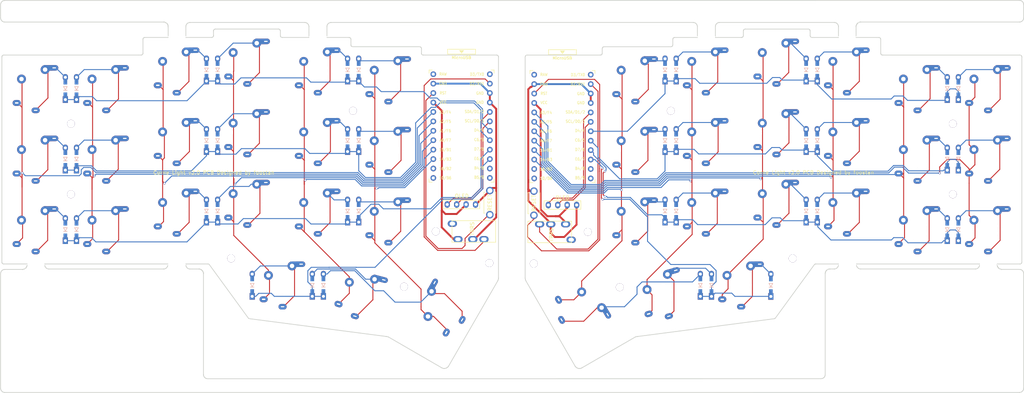
<source format=kicad_pcb>
(kicad_pcb (version 20171130) (host pcbnew "(5.1.5-0-10_14)")
  (title_block (title "Corne Light") (date 2018-12-26) (rev 2.1) (company foostan))
  (layers (0 F.Cu signal) (31 B.Cu signal) (34 B.Paste user) (35 F.Paste user) (36 B.SilkS user) (37 F.SilkS user) (38 B.Mask user) (39 F.Mask user) (44 Edge.Cuts user))
  (net 0 "")
  (net 1 row0)
  (net 2 "Net-(D1-Pad2)")
  (net 3 row1)
  (net 4 "Net-(D2-Pad2)")
  (net 5 row2)
  (net 6 "Net-(D3-Pad2)")
  (net 7 row3)
  (net 8 "Net-(D4-Pad2)")
  (net 9 "Net-(D5-Pad2)")
  (net 10 "Net-(D6-Pad2)")
  (net 11 "Net-(D7-Pad2)")
  (net 12 "Net-(D8-Pad2)")
  (net 13 "Net-(D9-Pad2)")
  (net 14 "Net-(D10-Pad2)")
  (net 15 "Net-(D11-Pad2)")
  (net 16 "Net-(D12-Pad2)")
  (net 17 "Net-(D13-Pad2)")
  (net 18 "Net-(D14-Pad2)")
  (net 19 "Net-(D15-Pad2)")
  (net 20 "Net-(D16-Pad2)")
  (net 21 "Net-(D17-Pad2)")
  (net 22 "Net-(D18-Pad2)")
  (net 23 "Net-(D19-Pad2)")
  (net 24 "Net-(D20-Pad2)")
  (net 25 "Net-(D21-Pad2)")
  (net 26 GND)
  (net 27 VCC)
  (net 28 col0)
  (net 29 col1)
  (net 30 col2)
  (net 31 col3)
  (net 32 col4)
  (net 33 col5)
  (net 34 data)
  (net 35 reset)
  (net 36 SCL)
  (net 37 SDA)
  (net 38 "Net-(U1-Pad14)")
  (net 39 "Net-(U1-Pad13)")
  (net 40 "Net-(U1-Pad12)")
  (net 41 "Net-(U1-Pad11)")
  (net 42 "Net-(J1-PadA)")
  (net 43 "Net-(U1-Pad24)")
  (net 44 "Net-(D22-Pad2)")
  (net 45 row0_r)
  (net 46 "Net-(D23-Pad2)")
  (net 47 "Net-(D24-Pad2)")
  (net 48 "Net-(D25-Pad2)")
  (net 49 "Net-(D26-Pad2)")
  (net 50 "Net-(D27-Pad2)")
  (net 51 row1_r)
  (net 52 "Net-(D28-Pad2)")
  (net 53 "Net-(D29-Pad2)")
  (net 54 "Net-(D30-Pad2)")
  (net 55 "Net-(D31-Pad2)")
  (net 56 "Net-(D32-Pad2)")
  (net 57 "Net-(D33-Pad2)")
  (net 58 row2_r)
  (net 59 "Net-(D34-Pad2)")
  (net 60 "Net-(D35-Pad2)")
  (net 61 "Net-(D36-Pad2)")
  (net 62 "Net-(D37-Pad2)")
  (net 63 "Net-(D38-Pad2)")
  (net 64 "Net-(D39-Pad2)")
  (net 65 "Net-(D40-Pad2)")
  (net 66 row3_r)
  (net 67 "Net-(D41-Pad2)")
  (net 68 "Net-(D42-Pad2)")
  (net 69 data_r)
  (net 70 "Net-(J6-PadA)")
  (net 71 SDA_r)
  (net 72 SCL_r)
  (net 73 reset_r)
  (net 74 col0_r)
  (net 75 col1_r)
  (net 76 col2_r)
  (net 77 col3_r)
  (net 78 col4_r)
  (net 79 col5_r)
  (net 80 "Net-(U2-Pad24)")
  (net 81 "Net-(U2-Pad14)")
  (net 82 "Net-(U2-Pad13)")
  (net 83 "Net-(U2-Pad12)")
  (net 84 "Net-(U2-Pad11)")
  (net 85 VDD)
  (net 86 GNDA)
  (net 87 "Net-(U1-Pad1)")
  (net 88 "Net-(U2-Pad1)")
  (module kbd:D3_TH (layer B.Cu) (at 30.1875 83.916875 90)
    (fp_text reference D13 hide)
    (fp_text value D hide)
    (pad 2 smd rect (at 1.775 0 270) (size 1.4 1) (layers B.Cu B.Paste B.Mask) (net 17 "Net-(D13-Pad2)"))
    (pad 1 smd rect (at -1.775 0 270) (size 1.4 1) (layers B.Cu B.Paste B.Mask) (net 5 row2))
    (pad 2 thru_hole oval (at 3 0 90) (size 1.778 1.397) (drill 0.8128) (layers *.Cu F.Mask) (net 17 "Net-(D13-Pad2)"))
    (pad 1 thru_hole rect (at -3 0 90) (size 1.778 1.397) (drill 0.8128) (layers *.Cu F.Mask) (net 5 row2))
  )
  (module kbd:D3_TH (layer B.Cu) (at 33.1875 83.92 90)
    (fp_text reference D14 hide)
    (fp_text value D hide)
    (pad 2 smd rect (at 1.775 0 270) (size 1.4 1) (layers B.Cu B.Paste B.Mask) (net 18 "Net-(D14-Pad2)"))
    (pad 1 smd rect (at -1.775 0 270) (size 1.4 1) (layers B.Cu B.Paste B.Mask) (net 5 row2))
    (pad 2 thru_hole oval (at 3 0 90) (size 1.778 1.397) (drill 0.8128) (layers *.Cu F.Mask) (net 18 "Net-(D14-Pad2)"))
    (pad 1 thru_hole rect (at -3 0 90) (size 1.778 1.397) (drill 0.8128) (layers *.Cu F.Mask) (net 5 row2))
  )
  (module kbd:D3_TH (layer B.Cu) (at 270.684847 83.920432 90)
    (fp_text reference D34 hide)
    (fp_text value D hide)
    (pad 2 smd rect (at 1.775 0 270) (size 1.4 1) (layers B.Cu B.Paste B.Mask) (net 59 "Net-(D34-Pad2)"))
    (pad 1 smd rect (at -1.775 0 270) (size 1.4 1) (layers B.Cu B.Paste B.Mask) (net 58 row2_r))
    (pad 2 thru_hole oval (at 3 0 90) (size 1.778 1.397) (drill 0.8128) (layers *.Cu F.Mask) (net 59 "Net-(D34-Pad2)"))
    (pad 1 thru_hole rect (at -3 0 90) (size 1.778 1.397) (drill 0.8128) (layers *.Cu F.Mask) (net 58 row2_r))
  )
  (module kbd:D3_TH (layer B.Cu) (at 109.1875 59.92 90)
    (fp_text reference D12 hide)
    (fp_text value D hide)
    (pad 2 smd rect (at 1.775 0 270) (size 1.4 1) (layers B.Cu B.Paste B.Mask) (net 16 "Net-(D12-Pad2)"))
    (pad 1 smd rect (at -1.775 0 270) (size 1.4 1) (layers B.Cu B.Paste B.Mask) (net 3 row1))
    (pad 2 thru_hole oval (at 3 0 90) (size 1.778 1.397) (drill 0.8128) (layers *.Cu F.Mask) (net 16 "Net-(D12-Pad2)"))
    (pad 1 thru_hole rect (at -3 0 90) (size 1.778 1.397) (drill 0.8128) (layers *.Cu F.Mask) (net 3 row1))
  )
  (module kbd:D3_TH (layer B.Cu) (at 191.684847 59.920432 90)
    (fp_text reference D33 hide)
    (fp_text value D hide)
    (pad 2 smd rect (at 1.775 0 270) (size 1.4 1) (layers B.Cu B.Paste B.Mask) (net 57 "Net-(D33-Pad2)"))
    (pad 1 smd rect (at -1.775 0 270) (size 1.4 1) (layers B.Cu B.Paste B.Mask) (net 51 row1_r))
    (pad 2 thru_hole oval (at 3 0 90) (size 1.778 1.397) (drill 0.8128) (layers *.Cu F.Mask) (net 57 "Net-(D33-Pad2)"))
    (pad 1 thru_hole rect (at -3 0 90) (size 1.778 1.397) (drill 0.8128) (layers *.Cu F.Mask) (net 51 row1_r))
  )
  (module kbd:D3_TH (layer B.Cu) (at 194.684847 59.920432 90)
    (fp_text reference D32 hide)
    (fp_text value D hide)
    (pad 2 smd rect (at 1.775 0 270) (size 1.4 1) (layers B.Cu B.Paste B.Mask) (net 56 "Net-(D32-Pad2)"))
    (pad 1 smd rect (at -1.775 0 270) (size 1.4 1) (layers B.Cu B.Paste B.Mask) (net 51 row1_r))
    (pad 2 thru_hole oval (at 3 0 90) (size 1.778 1.397) (drill 0.8128) (layers *.Cu F.Mask) (net 56 "Net-(D32-Pad2)"))
    (pad 1 thru_hole rect (at -3 0 90) (size 1.778 1.397) (drill 0.8128) (layers *.Cu F.Mask) (net 51 row1_r))
  )
  (module kbd:D3_TH (layer B.Cu) (at 229.684847 59.915432 90)
    (fp_text reference D31 hide)
    (fp_text value D hide)
    (pad 2 smd rect (at 1.775 0 270) (size 1.4 1) (layers B.Cu B.Paste B.Mask) (net 55 "Net-(D31-Pad2)"))
    (pad 1 smd rect (at -1.775 0 270) (size 1.4 1) (layers B.Cu B.Paste B.Mask) (net 51 row1_r))
    (pad 2 thru_hole oval (at 3 0 90) (size 1.778 1.397) (drill 0.8128) (layers *.Cu F.Mask) (net 55 "Net-(D31-Pad2)"))
    (pad 1 thru_hole rect (at -3 0 90) (size 1.778 1.397) (drill 0.8128) (layers *.Cu F.Mask) (net 51 row1_r))
  )
  (module kbd:D3_TH (layer B.Cu) (at 232.684847 59.920432 90)
    (fp_text reference D30 hide)
    (fp_text value D hide)
    (pad 2 smd rect (at 1.775 0 270) (size 1.4 1) (layers B.Cu B.Paste B.Mask) (net 54 "Net-(D30-Pad2)"))
    (pad 1 smd rect (at -1.775 0 270) (size 1.4 1) (layers B.Cu B.Paste B.Mask) (net 51 row1_r))
    (pad 2 thru_hole oval (at 3 0 90) (size 1.778 1.397) (drill 0.8128) (layers *.Cu F.Mask) (net 54 "Net-(D30-Pad2)"))
    (pad 1 thru_hole rect (at -3 0 90) (size 1.778 1.397) (drill 0.8128) (layers *.Cu F.Mask) (net 51 row1_r))
  )
  (module kbd:D3_TH (layer B.Cu) (at 267.684847 64.920432 90)
    (fp_text reference D29 hide)
    (fp_text value D hide)
    (pad 2 smd rect (at 1.775 0 270) (size 1.4 1) (layers B.Cu B.Paste B.Mask) (net 53 "Net-(D29-Pad2)"))
    (pad 1 smd rect (at -1.775 0 270) (size 1.4 1) (layers B.Cu B.Paste B.Mask) (net 51 row1_r))
    (pad 2 thru_hole oval (at 3 0 90) (size 1.778 1.397) (drill 0.8128) (layers *.Cu F.Mask) (net 53 "Net-(D29-Pad2)"))
    (pad 1 thru_hole rect (at -3 0 90) (size 1.778 1.397) (drill 0.8128) (layers *.Cu F.Mask) (net 51 row1_r))
  )
  (module kbd:D3_TH (layer B.Cu) (at 270.684847 64.920432 90)
    (fp_text reference D28 hide)
    (fp_text value D hide)
    (pad 2 smd rect (at 1.775 0 270) (size 1.4 1) (layers B.Cu B.Paste B.Mask) (net 52 "Net-(D28-Pad2)"))
    (pad 1 smd rect (at -1.775 0 270) (size 1.4 1) (layers B.Cu B.Paste B.Mask) (net 51 row1_r))
    (pad 2 thru_hole oval (at 3 0 90) (size 1.778 1.397) (drill 0.8128) (layers *.Cu F.Mask) (net 52 "Net-(D28-Pad2)"))
    (pad 1 thru_hole rect (at -3 0 90) (size 1.778 1.397) (drill 0.8128) (layers *.Cu F.Mask) (net 51 row1_r))
  )
  (module kbd:D3_TH (layer B.Cu) (at 191.684847 40.920432 90)
    (fp_text reference D27 hide)
    (fp_text value D hide)
    (pad 2 smd rect (at 1.775 0 270) (size 1.4 1) (layers B.Cu B.Paste B.Mask) (net 50 "Net-(D27-Pad2)"))
    (pad 1 smd rect (at -1.775 0 270) (size 1.4 1) (layers B.Cu B.Paste B.Mask) (net 45 row0_r))
    (pad 2 thru_hole oval (at 3 0 90) (size 1.778 1.397) (drill 0.8128) (layers *.Cu F.Mask) (net 50 "Net-(D27-Pad2)"))
    (pad 1 thru_hole rect (at -3 0 90) (size 1.778 1.397) (drill 0.8128) (layers *.Cu F.Mask) (net 45 row0_r))
  )
  (module kbd:D3_TH (layer B.Cu) (at 194.684847 40.920432 90)
    (fp_text reference D26 hide)
    (fp_text value D hide)
    (pad 2 smd rect (at 1.775 0 270) (size 1.4 1) (layers B.Cu B.Paste B.Mask) (net 49 "Net-(D26-Pad2)"))
    (pad 1 smd rect (at -1.775 0 270) (size 1.4 1) (layers B.Cu B.Paste B.Mask) (net 45 row0_r))
    (pad 2 thru_hole oval (at 3 0 90) (size 1.778 1.397) (drill 0.8128) (layers *.Cu F.Mask) (net 49 "Net-(D26-Pad2)"))
    (pad 1 thru_hole rect (at -3 0 90) (size 1.778 1.397) (drill 0.8128) (layers *.Cu F.Mask) (net 45 row0_r))
  )
  (module kbd:D3_TH (layer B.Cu) (at 229.684847 40.915432 90)
    (fp_text reference D25 hide)
    (fp_text value D hide)
    (pad 2 smd rect (at 1.775 0 270) (size 1.4 1) (layers B.Cu B.Paste B.Mask) (net 48 "Net-(D25-Pad2)"))
    (pad 1 smd rect (at -1.775 0 270) (size 1.4 1) (layers B.Cu B.Paste B.Mask) (net 45 row0_r))
    (pad 2 thru_hole oval (at 3 0 90) (size 1.778 1.397) (drill 0.8128) (layers *.Cu F.Mask) (net 48 "Net-(D25-Pad2)"))
    (pad 1 thru_hole rect (at -3 0 90) (size 1.778 1.397) (drill 0.8128) (layers *.Cu F.Mask) (net 45 row0_r))
  )
  (module kbd:D3_TH (layer B.Cu) (at 232.684847 40.920432 90)
    (fp_text reference D24 hide)
    (fp_text value D hide)
    (pad 2 smd rect (at 1.775 0 270) (size 1.4 1) (layers B.Cu B.Paste B.Mask) (net 47 "Net-(D24-Pad2)"))
    (pad 1 smd rect (at -1.775 0 270) (size 1.4 1) (layers B.Cu B.Paste B.Mask) (net 45 row0_r))
    (pad 2 thru_hole oval (at 3 0 90) (size 1.778 1.397) (drill 0.8128) (layers *.Cu F.Mask) (net 47 "Net-(D24-Pad2)"))
    (pad 1 thru_hole rect (at -3 0 90) (size 1.778 1.397) (drill 0.8128) (layers *.Cu F.Mask) (net 45 row0_r))
  )
  (module kbd:D3_TH (layer B.Cu) (at 267.684847 45.920432 90)
    (fp_text reference D23 hide)
    (fp_text value D hide)
    (pad 2 smd rect (at 1.775 0 270) (size 1.4 1) (layers B.Cu B.Paste B.Mask) (net 46 "Net-(D23-Pad2)"))
    (pad 1 smd rect (at -1.775 0 270) (size 1.4 1) (layers B.Cu B.Paste B.Mask) (net 45 row0_r))
    (pad 2 thru_hole oval (at 3 0 90) (size 1.778 1.397) (drill 0.8128) (layers *.Cu F.Mask) (net 46 "Net-(D23-Pad2)"))
    (pad 1 thru_hole rect (at -3 0 90) (size 1.778 1.397) (drill 0.8128) (layers *.Cu F.Mask) (net 45 row0_r))
  )
  (module kbd:D3_TH (layer B.Cu) (at 270.684847 45.920432 90)
    (fp_text reference D22 hide)
    (fp_text value D hide)
    (pad 2 smd rect (at 1.775 0 270) (size 1.4 1) (layers B.Cu B.Paste B.Mask) (net 44 "Net-(D22-Pad2)"))
    (pad 1 smd rect (at -1.775 0 270) (size 1.4 1) (layers B.Cu B.Paste B.Mask) (net 45 row0_r))
    (pad 2 thru_hole oval (at 3 0 90) (size 1.778 1.397) (drill 0.8128) (layers *.Cu F.Mask) (net 44 "Net-(D22-Pad2)"))
    (pad 1 thru_hole rect (at -3 0 90) (size 1.778 1.397) (drill 0.8128) (layers *.Cu F.Mask) (net 45 row0_r))
  )
  (module kbd:D3_TH (layer B.Cu) (at 201.194847 98.915432 90)
    (fp_text reference D42 hide)
    (fp_text value D hide)
    (pad 2 smd rect (at 1.775 0 270) (size 1.4 1) (layers B.Cu B.Paste B.Mask) (net 68 "Net-(D42-Pad2)"))
    (pad 1 smd rect (at -1.775 0 270) (size 1.4 1) (layers B.Cu B.Paste B.Mask) (net 66 row3_r))
    (pad 2 thru_hole oval (at 3 0 90) (size 1.778 1.397) (drill 0.8128) (layers *.Cu F.Mask) (net 68 "Net-(D42-Pad2)"))
    (pad 1 thru_hole rect (at -3 0 90) (size 1.778 1.397) (drill 0.8128) (layers *.Cu F.Mask) (net 66 row3_r))
  )
  (module kbd:D3_TH (layer B.Cu) (at 204.194847 98.915432 90)
    (fp_text reference D41 hide)
    (fp_text value D hide)
    (pad 2 smd rect (at 1.775 0 270) (size 1.4 1) (layers B.Cu B.Paste B.Mask) (net 67 "Net-(D41-Pad2)"))
    (pad 1 smd rect (at -1.775 0 270) (size 1.4 1) (layers B.Cu B.Paste B.Mask) (net 66 row3_r))
    (pad 2 thru_hole oval (at 3 0 90) (size 1.778 1.397) (drill 0.8128) (layers *.Cu F.Mask) (net 67 "Net-(D41-Pad2)"))
    (pad 1 thru_hole rect (at -3 0 90) (size 1.778 1.397) (drill 0.8128) (layers *.Cu F.Mask) (net 66 row3_r))
  )
  (module kbd:D3_TH (layer B.Cu) (at 220.184847 98.930432 90)
    (fp_text reference D40 hide)
    (fp_text value D hide)
    (pad 2 smd rect (at 1.775 0 270) (size 1.4 1) (layers B.Cu B.Paste B.Mask) (net 65 "Net-(D40-Pad2)"))
    (pad 1 smd rect (at -1.775 0 270) (size 1.4 1) (layers B.Cu B.Paste B.Mask) (net 66 row3_r))
    (pad 2 thru_hole oval (at 3 0 90) (size 1.778 1.397) (drill 0.8128) (layers *.Cu F.Mask) (net 65 "Net-(D40-Pad2)"))
    (pad 1 thru_hole rect (at -3 0 90) (size 1.778 1.397) (drill 0.8128) (layers *.Cu F.Mask) (net 66 row3_r))
  )
  (module kbd:D3_TH (layer B.Cu) (at 191.684847 78.920432 90)
    (fp_text reference D39 hide)
    (fp_text value D hide)
    (pad 2 smd rect (at 1.775 0 270) (size 1.4 1) (layers B.Cu B.Paste B.Mask) (net 64 "Net-(D39-Pad2)"))
    (pad 1 smd rect (at -1.775 0 270) (size 1.4 1) (layers B.Cu B.Paste B.Mask) (net 58 row2_r))
    (pad 2 thru_hole oval (at 3 0 90) (size 1.778 1.397) (drill 0.8128) (layers *.Cu F.Mask) (net 64 "Net-(D39-Pad2)"))
    (pad 1 thru_hole rect (at -3 0 90) (size 1.778 1.397) (drill 0.8128) (layers *.Cu F.Mask) (net 58 row2_r))
  )
  (module kbd:D3_TH (layer B.Cu) (at 194.684847 78.920432 90)
    (fp_text reference D38 hide)
    (fp_text value D hide)
    (pad 2 smd rect (at 1.775 0 270) (size 1.4 1) (layers B.Cu B.Paste B.Mask) (net 63 "Net-(D38-Pad2)"))
    (pad 1 smd rect (at -1.775 0 270) (size 1.4 1) (layers B.Cu B.Paste B.Mask) (net 58 row2_r))
    (pad 2 thru_hole oval (at 3 0 90) (size 1.778 1.397) (drill 0.8128) (layers *.Cu F.Mask) (net 63 "Net-(D38-Pad2)"))
    (pad 1 thru_hole rect (at -3 0 90) (size 1.778 1.397) (drill 0.8128) (layers *.Cu F.Mask) (net 58 row2_r))
  )
  (module kbd:D3_TH (layer B.Cu) (at 229.684847 78.915432 90)
    (fp_text reference D37 hide)
    (fp_text value D hide)
    (pad 2 smd rect (at 1.775 0 270) (size 1.4 1) (layers B.Cu B.Paste B.Mask) (net 62 "Net-(D37-Pad2)"))
    (pad 1 smd rect (at -1.775 0 270) (size 1.4 1) (layers B.Cu B.Paste B.Mask) (net 58 row2_r))
    (pad 2 thru_hole oval (at 3 0 90) (size 1.778 1.397) (drill 0.8128) (layers *.Cu F.Mask) (net 62 "Net-(D37-Pad2)"))
    (pad 1 thru_hole rect (at -3 0 90) (size 1.778 1.397) (drill 0.8128) (layers *.Cu F.Mask) (net 58 row2_r))
  )
  (module kbd:D3_TH (layer B.Cu) (at 232.684847 78.920432 90)
    (fp_text reference D36 hide)
    (fp_text value D hide)
    (pad 2 smd rect (at 1.775 0 270) (size 1.4 1) (layers B.Cu B.Paste B.Mask) (net 61 "Net-(D36-Pad2)"))
    (pad 1 smd rect (at -1.775 0 270) (size 1.4 1) (layers B.Cu B.Paste B.Mask) (net 58 row2_r))
    (pad 2 thru_hole oval (at 3 0 90) (size 1.778 1.397) (drill 0.8128) (layers *.Cu F.Mask) (net 61 "Net-(D36-Pad2)"))
    (pad 1 thru_hole rect (at -3 0 90) (size 1.778 1.397) (drill 0.8128) (layers *.Cu F.Mask) (net 58 row2_r))
  )
  (module kbd:D3_TH (layer B.Cu) (at 267.684847 83.920432 90)
    (fp_text reference D35 hide)
    (fp_text value D hide)
    (pad 2 smd rect (at 1.775 0 270) (size 1.4 1) (layers B.Cu B.Paste B.Mask) (net 60 "Net-(D35-Pad2)"))
    (pad 1 smd rect (at -1.775 0 270) (size 1.4 1) (layers B.Cu B.Paste B.Mask) (net 58 row2_r))
    (pad 2 thru_hole oval (at 3 0 90) (size 1.778 1.397) (drill 0.8128) (layers *.Cu F.Mask) (net 60 "Net-(D35-Pad2)"))
    (pad 1 thru_hole rect (at -3 0 90) (size 1.778 1.397) (drill 0.8128) (layers *.Cu F.Mask) (net 58 row2_r))
  )
  (module kbd:D3_TH (layer B.Cu) (at 30.1875 45.916875 90)
    (fp_text reference D1 hide)
    (fp_text value D hide)
    (pad 2 smd rect (at 1.775 0 270) (size 1.4 1) (layers B.Cu B.Paste B.Mask) (net 2 "Net-(D1-Pad2)"))
    (pad 1 smd rect (at -1.775 0 270) (size 1.4 1) (layers B.Cu B.Paste B.Mask) (net 1 row0))
    (pad 2 thru_hole oval (at 3 0 90) (size 1.778 1.397) (drill 0.8128) (layers *.Cu F.Mask) (net 2 "Net-(D1-Pad2)"))
    (pad 1 thru_hole rect (at -3 0 90) (size 1.778 1.397) (drill 0.8128) (layers *.Cu F.Mask) (net 1 row0))
  )
  (module kbd:D3_TH (layer B.Cu) (at 33.1875 45.92 90)
    (fp_text reference D2 hide)
    (fp_text value D hide)
    (pad 2 smd rect (at 1.775 0 270) (size 1.4 1) (layers B.Cu B.Paste B.Mask) (net 4 "Net-(D2-Pad2)"))
    (pad 1 smd rect (at -1.775 0 270) (size 1.4 1) (layers B.Cu B.Paste B.Mask) (net 1 row0))
    (pad 2 thru_hole oval (at 3 0 90) (size 1.778 1.397) (drill 0.8128) (layers *.Cu F.Mask) (net 4 "Net-(D2-Pad2)"))
    (pad 1 thru_hole rect (at -3 0 90) (size 1.778 1.397) (drill 0.8128) (layers *.Cu F.Mask) (net 1 row0))
  )
  (module kbd:D3_TH (layer B.Cu) (at 68.1875 40.92 90)
    (fp_text reference D3 hide)
    (fp_text value D hide)
    (pad 2 smd rect (at 1.775 0 270) (size 1.4 1) (layers B.Cu B.Paste B.Mask) (net 6 "Net-(D3-Pad2)"))
    (pad 1 smd rect (at -1.775 0 270) (size 1.4 1) (layers B.Cu B.Paste B.Mask) (net 1 row0))
    (pad 2 thru_hole oval (at 3 0 90) (size 1.778 1.397) (drill 0.8128) (layers *.Cu F.Mask) (net 6 "Net-(D3-Pad2)"))
    (pad 1 thru_hole rect (at -3 0 90) (size 1.778 1.397) (drill 0.8128) (layers *.Cu F.Mask) (net 1 row0))
  )
  (module kbd:D3_TH (layer B.Cu) (at 71.1875 40.915 90)
    (fp_text reference D4 hide)
    (fp_text value D hide)
    (pad 2 smd rect (at 1.775 0 270) (size 1.4 1) (layers B.Cu B.Paste B.Mask) (net 8 "Net-(D4-Pad2)"))
    (pad 1 smd rect (at -1.775 0 270) (size 1.4 1) (layers B.Cu B.Paste B.Mask) (net 1 row0))
    (pad 2 thru_hole oval (at 3 0 90) (size 1.778 1.397) (drill 0.8128) (layers *.Cu F.Mask) (net 8 "Net-(D4-Pad2)"))
    (pad 1 thru_hole rect (at -3 0 90) (size 1.778 1.397) (drill 0.8128) (layers *.Cu F.Mask) (net 1 row0))
  )
  (module kbd:D3_TH (layer B.Cu) (at 106.1875 40.92 90)
    (fp_text reference D5 hide)
    (fp_text value D hide)
    (pad 2 smd rect (at 1.775 0 270) (size 1.4 1) (layers B.Cu B.Paste B.Mask) (net 9 "Net-(D5-Pad2)"))
    (pad 1 smd rect (at -1.775 0 270) (size 1.4 1) (layers B.Cu B.Paste B.Mask) (net 1 row0))
    (pad 2 thru_hole oval (at 3 0 90) (size 1.778 1.397) (drill 0.8128) (layers *.Cu F.Mask) (net 9 "Net-(D5-Pad2)"))
    (pad 1 thru_hole rect (at -3 0 90) (size 1.778 1.397) (drill 0.8128) (layers *.Cu F.Mask) (net 1 row0))
  )
  (module kbd:D3_TH (layer B.Cu) (at 109.1875 40.92 90)
    (fp_text reference D6 hide)
    (fp_text value D hide)
    (pad 2 smd rect (at 1.775 0 270) (size 1.4 1) (layers B.Cu B.Paste B.Mask) (net 10 "Net-(D6-Pad2)"))
    (pad 1 smd rect (at -1.775 0 270) (size 1.4 1) (layers B.Cu B.Paste B.Mask) (net 1 row0))
    (pad 2 thru_hole oval (at 3 0 90) (size 1.778 1.397) (drill 0.8128) (layers *.Cu F.Mask) (net 10 "Net-(D6-Pad2)"))
    (pad 1 thru_hole rect (at -3 0 90) (size 1.778 1.397) (drill 0.8128) (layers *.Cu F.Mask) (net 1 row0))
  )
  (module kbd:D3_TH (layer B.Cu) (at 30.1875 64.916875 90)
    (fp_text reference D7 hide)
    (fp_text value D hide)
    (pad 2 smd rect (at 1.775 0 270) (size 1.4 1) (layers B.Cu B.Paste B.Mask) (net 11 "Net-(D7-Pad2)"))
    (pad 1 smd rect (at -1.775 0 270) (size 1.4 1) (layers B.Cu B.Paste B.Mask) (net 3 row1))
    (pad 2 thru_hole oval (at 3 0 90) (size 1.778 1.397) (drill 0.8128) (layers *.Cu F.Mask) (net 11 "Net-(D7-Pad2)"))
    (pad 1 thru_hole rect (at -3 0 90) (size 1.778 1.397) (drill 0.8128) (layers *.Cu F.Mask) (net 3 row1))
  )
  (module kbd:D3_TH (layer B.Cu) (at 33.1875 64.92 90)
    (fp_text reference D8 hide)
    (fp_text value D hide)
    (pad 2 smd rect (at 1.775 0 270) (size 1.4 1) (layers B.Cu B.Paste B.Mask) (net 12 "Net-(D8-Pad2)"))
    (pad 1 smd rect (at -1.775 0 270) (size 1.4 1) (layers B.Cu B.Paste B.Mask) (net 3 row1))
    (pad 2 thru_hole oval (at 3 0 90) (size 1.778 1.397) (drill 0.8128) (layers *.Cu F.Mask) (net 12 "Net-(D8-Pad2)"))
    (pad 1 thru_hole rect (at -3 0 90) (size 1.778 1.397) (drill 0.8128) (layers *.Cu F.Mask) (net 3 row1))
  )
  (module kbd:D3_TH (layer B.Cu) (at 68.1875 59.92 90)
    (fp_text reference D9 hide)
    (fp_text value D hide)
    (pad 2 smd rect (at 1.775 0 270) (size 1.4 1) (layers B.Cu B.Paste B.Mask) (net 13 "Net-(D9-Pad2)"))
    (pad 1 smd rect (at -1.775 0 270) (size 1.4 1) (layers B.Cu B.Paste B.Mask) (net 3 row1))
    (pad 2 thru_hole oval (at 3 0 90) (size 1.778 1.397) (drill 0.8128) (layers *.Cu F.Mask) (net 13 "Net-(D9-Pad2)"))
    (pad 1 thru_hole rect (at -3 0 90) (size 1.778 1.397) (drill 0.8128) (layers *.Cu F.Mask) (net 3 row1))
  )
  (module kbd:D3_TH (layer B.Cu) (at 71.1875 59.915 90)
    (fp_text reference D10 hide)
    (fp_text value D hide)
    (pad 2 smd rect (at 1.775 0 270) (size 1.4 1) (layers B.Cu B.Paste B.Mask) (net 14 "Net-(D10-Pad2)"))
    (pad 1 smd rect (at -1.775 0 270) (size 1.4 1) (layers B.Cu B.Paste B.Mask) (net 3 row1))
    (pad 2 thru_hole oval (at 3 0 90) (size 1.778 1.397) (drill 0.8128) (layers *.Cu F.Mask) (net 14 "Net-(D10-Pad2)"))
    (pad 1 thru_hole rect (at -3 0 90) (size 1.778 1.397) (drill 0.8128) (layers *.Cu F.Mask) (net 3 row1))
  )
  (module kbd:D3_TH (layer B.Cu) (at 106.1875 59.92 90)
    (fp_text reference D11 hide)
    (fp_text value D hide)
    (pad 2 smd rect (at 1.775 0 270) (size 1.4 1) (layers B.Cu B.Paste B.Mask) (net 15 "Net-(D11-Pad2)"))
    (pad 1 smd rect (at -1.775 0 270) (size 1.4 1) (layers B.Cu B.Paste B.Mask) (net 3 row1))
    (pad 2 thru_hole oval (at 3 0 90) (size 1.778 1.397) (drill 0.8128) (layers *.Cu F.Mask) (net 15 "Net-(D11-Pad2)"))
    (pad 1 thru_hole rect (at -3 0 90) (size 1.778 1.397) (drill 0.8128) (layers *.Cu F.Mask) (net 3 row1))
  )
  (module kbd:D3_TH (layer B.Cu) (at 68.1875 78.92 90)
    (fp_text reference D15 hide)
    (fp_text value D hide)
    (pad 2 smd rect (at 1.775 0 270) (size 1.4 1) (layers B.Cu B.Paste B.Mask) (net 19 "Net-(D15-Pad2)"))
    (pad 1 smd rect (at -1.775 0 270) (size 1.4 1) (layers B.Cu B.Paste B.Mask) (net 5 row2))
    (pad 2 thru_hole oval (at 3 0 90) (size 1.778 1.397) (drill 0.8128) (layers *.Cu F.Mask) (net 19 "Net-(D15-Pad2)"))
    (pad 1 thru_hole rect (at -3 0 90) (size 1.778 1.397) (drill 0.8128) (layers *.Cu F.Mask) (net 5 row2))
  )
  (module kbd:D3_TH (layer B.Cu) (at 71.1875 78.915 90)
    (fp_text reference D16 hide)
    (fp_text value D hide)
    (pad 2 smd rect (at 1.775 0 270) (size 1.4 1) (layers B.Cu B.Paste B.Mask) (net 20 "Net-(D16-Pad2)"))
    (pad 1 smd rect (at -1.775 0 270) (size 1.4 1) (layers B.Cu B.Paste B.Mask) (net 5 row2))
    (pad 2 thru_hole oval (at 3 0 90) (size 1.778 1.397) (drill 0.8128) (layers *.Cu F.Mask) (net 20 "Net-(D16-Pad2)"))
    (pad 1 thru_hole rect (at -3 0 90) (size 1.778 1.397) (drill 0.8128) (layers *.Cu F.Mask) (net 5 row2))
  )
  (module kbd:D3_TH (layer B.Cu) (at 106.1875 78.92 90)
    (fp_text reference D17 hide)
    (fp_text value D hide)
    (pad 2 smd rect (at 1.775 0 270) (size 1.4 1) (layers B.Cu B.Paste B.Mask) (net 21 "Net-(D17-Pad2)"))
    (pad 1 smd rect (at -1.775 0 270) (size 1.4 1) (layers B.Cu B.Paste B.Mask) (net 5 row2))
    (pad 2 thru_hole oval (at 3 0 90) (size 1.778 1.397) (drill 0.8128) (layers *.Cu F.Mask) (net 21 "Net-(D17-Pad2)"))
    (pad 1 thru_hole rect (at -3 0 90) (size 1.778 1.397) (drill 0.8128) (layers *.Cu F.Mask) (net 5 row2))
  )
  (module kbd:D3_TH (layer B.Cu) (at 109.1875 78.92 90)
    (fp_text reference D18 hide)
    (fp_text value D hide)
    (pad 2 smd rect (at 1.775 0 270) (size 1.4 1) (layers B.Cu B.Paste B.Mask) (net 22 "Net-(D18-Pad2)"))
    (pad 1 smd rect (at -1.775 0 270) (size 1.4 1) (layers B.Cu B.Paste B.Mask) (net 5 row2))
    (pad 2 thru_hole oval (at 3 0 90) (size 1.778 1.397) (drill 0.8128) (layers *.Cu F.Mask) (net 22 "Net-(D18-Pad2)"))
    (pad 1 thru_hole rect (at -3 0 90) (size 1.778 1.397) (drill 0.8128) (layers *.Cu F.Mask) (net 5 row2))
  )
  (module kbd:D3_TH (layer B.Cu) (at 80.5075 98.91 90)
    (fp_text reference D19 hide)
    (fp_text value D hide)
    (pad 2 smd rect (at 1.775 0 270) (size 1.4 1) (layers B.Cu B.Paste B.Mask) (net 23 "Net-(D19-Pad2)"))
    (pad 1 smd rect (at -1.775 0 270) (size 1.4 1) (layers B.Cu B.Paste B.Mask) (net 7 row3))
    (pad 2 thru_hole oval (at 3 0 90) (size 1.778 1.397) (drill 0.8128) (layers *.Cu F.Mask) (net 23 "Net-(D19-Pad2)"))
    (pad 1 thru_hole rect (at -3 0 90) (size 1.778 1.397) (drill 0.8128) (layers *.Cu F.Mask) (net 7 row3))
  )
  (module kbd:D3_TH (layer B.Cu) (at 96.6875 98.905 90)
    (fp_text reference D20 hide)
    (fp_text value D hide)
    (pad 2 smd rect (at 1.775 0 270) (size 1.4 1) (layers B.Cu B.Paste B.Mask) (net 24 "Net-(D20-Pad2)"))
    (pad 1 smd rect (at -1.775 0 270) (size 1.4 1) (layers B.Cu B.Paste B.Mask) (net 7 row3))
    (pad 2 thru_hole oval (at 3 0 90) (size 1.778 1.397) (drill 0.8128) (layers *.Cu F.Mask) (net 24 "Net-(D20-Pad2)"))
    (pad 1 thru_hole rect (at -3 0 90) (size 1.778 1.397) (drill 0.8128) (layers *.Cu F.Mask) (net 7 row3))
  )
  (module kbd:D3_TH (layer B.Cu) (at 99.6875 98.905 90)
    (fp_text reference D21 hide)
    (fp_text value D hide)
    (pad 2 smd rect (at 1.775 0 270) (size 1.4 1) (layers B.Cu B.Paste B.Mask) (net 25 "Net-(D21-Pad2)"))
    (pad 1 smd rect (at -1.775 0 270) (size 1.4 1) (layers B.Cu B.Paste B.Mask) (net 7 row3))
    (pad 2 thru_hole oval (at 3 0 90) (size 1.778 1.397) (drill 0.8128) (layers *.Cu F.Mask) (net 25 "Net-(D21-Pad2)"))
    (pad 1 thru_hole rect (at -3 0 90) (size 1.778 1.397) (drill 0.8128) (layers *.Cu F.Mask) (net 7 row3))
  )
  (module kbd:MJ-4PP-9_1side (layer F.Cu) (at 154.607847 84.565432 90)
    (fp_text reference J6)
    (fp_text value MJ-4PP-9 hide)
    (fp_text user TRRS (at -0.75 6.45 90) (layer F.SilkS))
    (pad "" np_thru_hole circle (at 0 1.5 90) (size 1.2 1.2) (drill 1.2) (layers *.Cu *.Mask))
    (pad "" np_thru_hole circle (at 0 8.5 90) (size 1.2 1.2) (drill 1.2) (layers *.Cu *.Mask))
    (pad B thru_hole oval (at 2.1 3.3 90) (size 1.7 2.5) (drill oval 1 1.5) (layers *.Cu B.Mask) (net 69 data_r))
    (pad C thru_hole oval (at 2.1 6.3 90) (size 1.7 2.5) (drill oval 1 1.5) (layers *.Cu B.Mask) (net 86 GNDA))
    (pad D thru_hole oval (at 2.1 10.3 90) (size 1.7 2.5) (drill oval 1 1.5) (layers *.Cu B.Mask) (net 85 VDD) (clearance 0.15))
    (pad A thru_hole oval (at -2.1 11.8 90) (size 1.7 2.5) (drill oval 1 1.5) (layers *.Cu B.Mask) (net 70 "Net-(J6-PadA)") (clearance 0.15))
  )
  (module kbd:MJ-4PP-9_1side (layer F.Cu) (at 146.2145 84.432 270)
    (fp_text reference J1)
    (fp_text value MJ-4PP-9 hide)
    (fp_text user TRRS (at -0.75 6.45 270) (layer F.SilkS))
    (pad "" np_thru_hole circle (at 0 1.5 270) (size 1.2 1.2) (drill 1.2) (layers *.Cu *.Mask))
    (pad "" np_thru_hole circle (at 0 8.5 270) (size 1.2 1.2) (drill 1.2) (layers *.Cu *.Mask))
    (pad B thru_hole oval (at 2.1 3.3 270) (size 1.7 2.5) (drill oval 1 1.5) (layers *.Cu B.Mask) (net 34 data))
    (pad C thru_hole oval (at 2.1 6.3 270) (size 1.7 2.5) (drill oval 1 1.5) (layers *.Cu B.Mask) (net 26 GND))
    (pad D thru_hole oval (at 2.1 10.3 270) (size 1.7 2.5) (drill oval 1 1.5) (layers *.Cu B.Mask) (net 27 VCC) (clearance 0.15))
    (pad A thru_hole oval (at -2.1 11.8 270) (size 1.7 2.5) (drill oval 1 1.5) (layers *.Cu B.Mask) (net 42 "Net-(J1-PadA)") (clearance 0.15))
  )
  (module kbd:ResetSW_1side (layer F.Cu) (at 156.374847 76.817432 270)
    (fp_text reference RSW2 hide)
    (fp_text value SW_PUSH)
    (fp_text user RESET (at 0 0 90) (layer F.SilkS))
    (pad 1 thru_hole circle (at 3.25 0 270) (size 2 2) (drill 1.3) (layers *.Cu B.Mask) (net 73 reset_r))
    (pad 2 thru_hole circle (at -3.25 0 270) (size 2 2) (drill 1.3) (layers *.Cu B.Mask) (net 86 GNDA))
  )
  (module kbd:ResetSW_1side (layer F.Cu) (at 144.5045 76.671 270)
    (fp_text reference RSW1 hide)
    (fp_text value SW_PUSH)
    (fp_text user RESET (at 0 0 270) (layer F.SilkS))
    (pad 1 thru_hole circle (at 3.25 0 270) (size 2 2) (drill 1.3) (layers *.Cu B.Mask) (net 35 reset))
    (pad 2 thru_hole circle (at -3.25 0 270) (size 2 2) (drill 1.3) (layers *.Cu B.Mask) (net 26 GND))
  )
  (module kbd:OLED_1side (layer F.Cu) (at 160.2575 77.31)
    (fp_text reference J7)
    (fp_text value OLED hide)
    (fp_text user OLED (at 3.8 -1.94) (layer F.SilkS))
    (pad 1 thru_hole oval (at 0 0) (size 1.397 1.778) (drill 0.8128) (layers *.Cu B.Mask) (net 71 SDA_r))
    (pad 2 thru_hole oval (at 2.54 0) (size 1.397 1.778) (drill 0.8128) (layers *.Cu B.Mask) (net 72 SCL_r))
    (pad 3 thru_hole oval (at 5.08 0) (size 1.397 1.778) (drill 0.8128) (layers *.Cu B.Mask) (net 85 VDD))
    (pad 4 thru_hole oval (at 7.62 0) (size 1.397 1.778) (drill 0.8128) (layers *.Cu B.Mask) (net 86 GNDA))
  )
  (module kbd:OLED_1side (layer F.Cu) (at 133.0285 77.168)
    (fp_text reference J2)
    (fp_text value OLED hide)
    (fp_text user OLED (at 3.906 -2.284) (layer F.SilkS))
    (pad 1 thru_hole oval (at 0 0) (size 1.397 1.778) (drill 0.8128) (layers *.Cu B.Mask) (net 37 SDA))
    (pad 2 thru_hole oval (at 2.54 0) (size 1.397 1.778) (drill 0.8128) (layers *.Cu B.Mask) (net 36 SCL))
    (pad 3 thru_hole oval (at 5.08 0) (size 1.397 1.778) (drill 0.8128) (layers *.Cu B.Mask) (net 27 VCC))
    (pad 4 thru_hole oval (at 7.62 0) (size 1.397 1.778) (drill 0.8128) (layers *.Cu B.Mask) (net 26 GND))
  )
  (module kbd:ProMicro_v3 (layer F.Cu) (at 164.062847 56.686432)
    (fp_text reference U2 hide)
    (fp_text value ProMicro hide)
    (fp_text user MicroUSB (at -0.05 -18.95) (layer F.SilkS) (effects (font (size 0.75 0.75) (thickness 0.12))))
    (fp_text user MicroUSB (at -0.05 -18.95) (layer F.SilkS) (effects (font (size 0.75 0.75) (thickness 0.12))))
    (fp_text user B4/8 (at 4.705 10.8 unlocked) (layer F.SilkS) (effects (font (size 0.75 0.67) (thickness 0.125))))
    (fp_text user D2/RX1 (at 4.155 -11.9 unlocked) (layer F.SilkS) (effects (font (size 0.75 0.67) (thickness 0.125))))
    (fp_text user B5/9 (at 4.705 13.3 unlocked) (layer F.SilkS) (effects (font (size 0.75 0.67) (thickness 0.125))))
    (fp_text user C6/5 (at 4.705 3.15 unlocked) (layer F.SilkS) (effects (font (size 0.75 0.67) (thickness 0.125))))
    (fp_text user SCL/D0/3 (at 3.455 -1.9 unlocked) (layer F.SilkS) (effects (font (size 0.75 0.67) (thickness 0.125))))
    (fp_text user SDA/D1/2 (at 3.455 -4.4 unlocked) (layer F.SilkS) (effects (font (size 0.75 0.67) (thickness 0.125))))
    (fp_text user D4/4 (at 4.705 0.6 unlocked) (layer F.SilkS) (effects (font (size 0.75 0.67) (thickness 0.125))))
    (fp_text user D3/TX0 (at 4.155 -14.45 unlocked) (layer F.SilkS) (effects (font (size 0.75 0.67) (thickness 0.125))))
    (fp_text user GND (at 4.955 -6.9 unlocked) (layer F.SilkS) (effects (font (size 0.75 0.67) (thickness 0.125))))
    (fp_text user GND (at 4.955 -9.35 unlocked) (layer F.SilkS) (effects (font (size 0.75 0.67) (thickness 0.125))))
    (fp_text user D7/6 (at 4.705 5.7 unlocked) (layer F.SilkS) (effects (font (size 0.75 0.67) (thickness 0.125))))
    (fp_text user E6/7 (at 4.705 8.25 unlocked) (layer F.SilkS) (effects (font (size 0.75 0.67) (thickness 0.125))))
    (fp_text user 16/B2 (at -4.395 10.95 unlocked) (layer F.SilkS) (effects (font (size 0.75 0.67) (thickness 0.125))))
    (fp_text user 10/B6 (at -4.395 13.45 unlocked) (layer F.SilkS) (effects (font (size 0.75 0.67) (thickness 0.125))))
    (fp_text user 14/B3 (at -4.395 8.4 unlocked) (layer F.SilkS) (effects (font (size 0.75 0.67) (thickness 0.125))))
    (fp_text user 15/B1 (at -4.395 5.85 unlocked) (layer F.SilkS) (effects (font (size 0.75 0.67) (thickness 0.125))))
    (fp_text user A0/F7 (at -4.395 3.3 unlocked) (layer F.SilkS) (effects (font (size 0.75 0.67) (thickness 0.125))))
    (fp_text user A1/F6 (at -4.395 0.75 unlocked) (layer F.SilkS) (effects (font (size 0.75 0.67) (thickness 0.125))))
    (fp_text user A2/F5 (at -4.395 -1.75 unlocked) (layer F.SilkS) (effects (font (size 0.75 0.67) (thickness 0.125))))
    (fp_text user A3/F4 (at -4.395 -4.25 unlocked) (layer F.SilkS) (effects (font (size 0.75 0.67) (thickness 0.125))))
    (fp_text user VCC (at -4.995 -6.95 unlocked) (layer F.SilkS) (effects (font (size 0.75 0.67) (thickness 0.125))))
    (fp_text user RST (at -4.995 -9.4 unlocked) (layer F.SilkS) (effects (font (size 0.75 0.67) (thickness 0.125))))
    (fp_text user GND (at -4.995 -11.95 unlocked) (layer F.SilkS) (effects (font (size 0.75 0.67) (thickness 0.125))))
    (fp_text user RAW (at -4.995 -14.5 unlocked) (layer F.SilkS) (effects (font (size 0.75 0.67) (thickness 0.125))))
    (pad 1 thru_hole circle (at 7.6114 -14.478) (size 1.524 1.524) (drill 0.8128) (layers *.Cu B.Mask) (net 88 "Net-(U2-Pad1)"))
    (pad 2 thru_hole circle (at 7.6114 -11.938) (size 1.524 1.524) (drill 0.8128) (layers *.Cu B.Mask) (net 69 data_r))
    (pad 3 thru_hole circle (at 7.6114 -9.398) (size 1.524 1.524) (drill 0.8128) (layers *.Cu B.Mask) (net 86 GNDA))
    (pad 4 thru_hole circle (at 7.6114 -6.858) (size 1.524 1.524) (drill 0.8128) (layers *.Cu B.Mask) (net 86 GNDA))
    (pad 5 thru_hole circle (at 7.6114 -4.318) (size 1.524 1.524) (drill 0.8128) (layers *.Cu B.Mask) (net 71 SDA_r))
    (pad 6 thru_hole circle (at 7.6114 -1.778) (size 1.524 1.524) (drill 0.8128) (layers *.Cu B.Mask) (net 72 SCL_r))
    (pad 7 thru_hole circle (at 7.6114 0.762) (size 1.524 1.524) (drill 0.8128) (layers *.Cu B.Mask) (net 45 row0_r))
    (pad 8 thru_hole circle (at 7.6114 3.302) (size 1.524 1.524) (drill 0.8128) (layers *.Cu B.Mask) (net 51 row1_r))
    (pad 9 thru_hole circle (at 7.6114 5.842) (size 1.524 1.524) (drill 0.8128) (layers *.Cu B.Mask) (net 58 row2_r))
    (pad 10 thru_hole circle (at 7.6114 8.382) (size 1.524 1.524) (drill 0.8128) (layers *.Cu B.Mask) (net 66 row3_r))
    (pad 11 thru_hole circle (at 7.6114 10.922) (size 1.524 1.524) (drill 0.8128) (layers *.Cu B.Mask) (net 84 "Net-(U2-Pad11)"))
    (pad 12 thru_hole circle (at 7.6114 13.462) (size 1.524 1.524) (drill 0.8128) (layers *.Cu B.Mask) (net 83 "Net-(U2-Pad12)"))
    (pad 13 thru_hole circle (at -7.6086 13.462) (size 1.524 1.524) (drill 0.8128) (layers *.Cu B.Mask) (net 82 "Net-(U2-Pad13)"))
    (pad 14 thru_hole circle (at -7.6086 10.922) (size 1.524 1.524) (drill 0.8128) (layers *.Cu B.Mask) (net 81 "Net-(U2-Pad14)"))
    (pad 15 thru_hole circle (at -7.6086 8.382) (size 1.524 1.524) (drill 0.8128) (layers *.Cu B.Mask) (net 79 col5_r))
    (pad 16 thru_hole circle (at -7.6086 5.842) (size 1.524 1.524) (drill 0.8128) (layers *.Cu B.Mask) (net 78 col4_r))
    (pad 17 thru_hole circle (at -7.6086 3.302) (size 1.524 1.524) (drill 0.8128) (layers *.Cu B.Mask) (net 77 col3_r))
    (pad 18 thru_hole circle (at -7.6086 0.762) (size 1.524 1.524) (drill 0.8128) (layers *.Cu B.Mask) (net 76 col2_r))
    (pad 19 thru_hole circle (at -7.6086 -1.778) (size 1.524 1.524) (drill 0.8128) (layers *.Cu B.Mask) (net 75 col1_r))
    (pad 20 thru_hole circle (at -7.6086 -4.318) (size 1.524 1.524) (drill 0.8128) (layers *.Cu B.Mask) (net 74 col0_r))
    (pad 21 thru_hole circle (at -7.6086 -6.858) (size 1.524 1.524) (drill 0.8128) (layers *.Cu B.Mask) (net 85 VDD))
    (pad 22 thru_hole circle (at -7.6086 -9.398) (size 1.524 1.524) (drill 0.8128) (layers *.Cu B.Mask) (net 73 reset_r))
    (pad 23 thru_hole circle (at -7.6086 -11.938) (size 1.524 1.524) (drill 0.8128) (layers *.Cu B.Mask) (net 86 GNDA))
    (pad 24 thru_hole circle (at -7.6086 -14.478) (size 1.524 1.524) (drill 0.8128) (layers *.Cu B.Mask) (net 80 "Net-(U2-Pad24)"))
  )
  (module kbd:ProMicro_v3 (layer F.Cu) (at 136.8925 56.56)
    (fp_text reference U1 hide)
    (fp_text value ProMicro hide)
    (fp_text user MicroUSB (at -0.05 -18.95) (layer F.SilkS) (effects (font (size 0.75 0.75) (thickness 0.12))))
    (fp_text user MicroUSB (at -0.05 -18.95) (layer F.SilkS) (effects (font (size 0.75 0.75) (thickness 0.12))))
    (fp_text user B4/8 (at 4.705 10.8 unlocked) (layer F.SilkS) (effects (font (size 0.75 0.67) (thickness 0.125))))
    (fp_text user D2/RX1 (at 4.155 -11.9 unlocked) (layer F.SilkS) (effects (font (size 0.75 0.67) (thickness 0.125))))
    (fp_text user B5/9 (at 4.705 13.3 unlocked) (layer F.SilkS) (effects (font (size 0.75 0.67) (thickness 0.125))))
    (fp_text user C6/5 (at 4.705 3.15 unlocked) (layer F.SilkS) (effects (font (size 0.75 0.67) (thickness 0.125))))
    (fp_text user SCL/D0/3 (at 3.455 -1.9 unlocked) (layer F.SilkS) (effects (font (size 0.75 0.67) (thickness 0.125))))
    (fp_text user SDA/D1/2 (at 3.455 -4.4 unlocked) (layer F.SilkS) (effects (font (size 0.75 0.67) (thickness 0.125))))
    (fp_text user D4/4 (at 4.705 0.6 unlocked) (layer F.SilkS) (effects (font (size 0.75 0.67) (thickness 0.125))))
    (fp_text user D3/TX0 (at 4.155 -14.45 unlocked) (layer F.SilkS) (effects (font (size 0.75 0.67) (thickness 0.125))))
    (fp_text user GND (at 4.955 -6.9 unlocked) (layer F.SilkS) (effects (font (size 0.75 0.67) (thickness 0.125))))
    (fp_text user GND (at 4.955 -9.35 unlocked) (layer F.SilkS) (effects (font (size 0.75 0.67) (thickness 0.125))))
    (fp_text user D7/6 (at 4.705 5.7 unlocked) (layer F.SilkS) (effects (font (size 0.75 0.67) (thickness 0.125))))
    (fp_text user E6/7 (at 4.705 8.25 unlocked) (layer F.SilkS) (effects (font (size 0.75 0.67) (thickness 0.125))))
    (fp_text user 16/B2 (at -4.395 10.95 unlocked) (layer F.SilkS) (effects (font (size 0.75 0.67) (thickness 0.125))))
    (fp_text user 10/B6 (at -4.395 13.45 unlocked) (layer F.SilkS) (effects (font (size 0.75 0.67) (thickness 0.125))))
    (fp_text user 14/B3 (at -4.395 8.4 unlocked) (layer F.SilkS) (effects (font (size 0.75 0.67) (thickness 0.125))))
    (fp_text user 15/B1 (at -4.395 5.85 unlocked) (layer F.SilkS) (effects (font (size 0.75 0.67) (thickness 0.125))))
    (fp_text user A0/F7 (at -4.395 3.3 unlocked) (layer F.SilkS) (effects (font (size 0.75 0.67) (thickness 0.125))))
    (fp_text user A1/F6 (at -4.395 0.75 unlocked) (layer F.SilkS) (effects (font (size 0.75 0.67) (thickness 0.125))))
    (fp_text user A2/F5 (at -4.395 -1.75 unlocked) (layer F.SilkS) (effects (font (size 0.75 0.67) (thickness 0.125))))
    (fp_text user A3/F4 (at -4.395 -4.25 unlocked) (layer F.SilkS) (effects (font (size 0.75 0.67) (thickness 0.125))))
    (fp_text user VCC (at -4.995 -6.95 unlocked) (layer F.SilkS) (effects (font (size 0.75 0.67) (thickness 0.125))))
    (fp_text user RST (at -4.995 -9.4 unlocked) (layer F.SilkS) (effects (font (size 0.75 0.67) (thickness 0.125))))
    (fp_text user GND (at -4.995 -11.95 unlocked) (layer F.SilkS) (effects (font (size 0.75 0.67) (thickness 0.125))))
    (fp_text user RAW (at -4.995 -14.5 unlocked) (layer F.SilkS) (effects (font (size 0.75 0.67) (thickness 0.125))))
    (pad 1 thru_hole circle (at 7.6114 -14.478) (size 1.524 1.524) (drill 0.8128) (layers *.Cu B.Mask) (net 87 "Net-(U1-Pad1)"))
    (pad 2 thru_hole circle (at 7.6114 -11.938) (size 1.524 1.524) (drill 0.8128) (layers *.Cu B.Mask) (net 34 data))
    (pad 3 thru_hole circle (at 7.6114 -9.398) (size 1.524 1.524) (drill 0.8128) (layers *.Cu B.Mask) (net 26 GND))
    (pad 4 thru_hole circle (at 7.6114 -6.858) (size 1.524 1.524) (drill 0.8128) (layers *.Cu B.Mask) (net 26 GND))
    (pad 5 thru_hole circle (at 7.6114 -4.318) (size 1.524 1.524) (drill 0.8128) (layers *.Cu B.Mask) (net 37 SDA))
    (pad 6 thru_hole circle (at 7.6114 -1.778) (size 1.524 1.524) (drill 0.8128) (layers *.Cu B.Mask) (net 36 SCL))
    (pad 7 thru_hole circle (at 7.6114 0.762) (size 1.524 1.524) (drill 0.8128) (layers *.Cu B.Mask) (net 1 row0))
    (pad 8 thru_hole circle (at 7.6114 3.302) (size 1.524 1.524) (drill 0.8128) (layers *.Cu B.Mask) (net 3 row1))
    (pad 9 thru_hole circle (at 7.6114 5.842) (size 1.524 1.524) (drill 0.8128) (layers *.Cu B.Mask) (net 5 row2))
    (pad 10 thru_hole circle (at 7.6114 8.382) (size 1.524 1.524) (drill 0.8128) (layers *.Cu B.Mask) (net 7 row3))
    (pad 11 thru_hole circle (at 7.6114 10.922) (size 1.524 1.524) (drill 0.8128) (layers *.Cu B.Mask) (net 41 "Net-(U1-Pad11)"))
    (pad 12 thru_hole circle (at 7.6114 13.462) (size 1.524 1.524) (drill 0.8128) (layers *.Cu B.Mask) (net 40 "Net-(U1-Pad12)"))
    (pad 13 thru_hole circle (at -7.6086 13.462) (size 1.524 1.524) (drill 0.8128) (layers *.Cu B.Mask) (net 39 "Net-(U1-Pad13)"))
    (pad 14 thru_hole circle (at -7.6086 10.922) (size 1.524 1.524) (drill 0.8128) (layers *.Cu B.Mask) (net 38 "Net-(U1-Pad14)"))
    (pad 15 thru_hole circle (at -7.6086 8.382) (size 1.524 1.524) (drill 0.8128) (layers *.Cu B.Mask) (net 33 col5))
    (pad 16 thru_hole circle (at -7.6086 5.842) (size 1.524 1.524) (drill 0.8128) (layers *.Cu B.Mask) (net 32 col4))
    (pad 17 thru_hole circle (at -7.6086 3.302) (size 1.524 1.524) (drill 0.8128) (layers *.Cu B.Mask) (net 31 col3))
    (pad 18 thru_hole circle (at -7.6086 0.762) (size 1.524 1.524) (drill 0.8128) (layers *.Cu B.Mask) (net 30 col2))
    (pad 19 thru_hole circle (at -7.6086 -1.778) (size 1.524 1.524) (drill 0.8128) (layers *.Cu B.Mask) (net 29 col1))
    (pad 20 thru_hole circle (at -7.6086 -4.318) (size 1.524 1.524) (drill 0.8128) (layers *.Cu B.Mask) (net 28 col0))
    (pad 21 thru_hole circle (at -7.6086 -6.858) (size 1.524 1.524) (drill 0.8128) (layers *.Cu B.Mask) (net 27 VCC))
    (pad 22 thru_hole circle (at -7.6086 -9.398) (size 1.524 1.524) (drill 0.8128) (layers *.Cu B.Mask) (net 35 reset))
    (pad 23 thru_hole circle (at -7.6086 -11.938) (size 1.524 1.524) (drill 0.8128) (layers *.Cu B.Mask) (net 26 GND))
    (pad 24 thru_hole circle (at -7.6086 -14.478) (size 1.524 1.524) (drill 0.8128) (layers *.Cu B.Mask) (net 43 "Net-(U1-Pad24)"))
  )
  (module kbd:CherryMX_ChocV2_1.5u (layer F.Cu) (at 168.934847 105.295432 300)
    (fp_text reference SW42 hide)
    (fp_text value SW_PUSH hide)
    (pad "" np_thru_hole circle (at -5.08 0 300) (size 1.7 1.7) (drill 1.7) (layers *.Cu *.Mask))
    (pad "" np_thru_hole circle (at 5.08 0 300) (size 1.7 1.7) (drill 1.7) (layers *.Cu *.Mask))
    (pad 1 thru_hole circle (at -3.81 -2.54 300) (size 2.4 2.4) (drill 1.2) (layers *.Cu B.Mask) (net 79 col5_r))
    (pad 2 thru_hole oval (at 0 5.9 300) (size 2.2 1.5) (drill oval 1 0.3) (layers *.Cu B.Mask) (net 68 "Net-(D42-Pad2)"))
    (pad "" np_thru_hole circle (at 5.5 0 30) (size 1.8 1.8) (drill 1.8) (layers *.Cu *.Mask))
    (pad "" np_thru_hole circle (at -5.5 0 30) (size 1.8 1.8) (drill 1.8) (layers *.Cu *.Mask))
    (pad "" np_thru_hole circle (at 0 0 30) (size 4.9 4.9) (drill 4.9) (layers *.Cu *.Mask))
    (pad 1 thru_hole oval (at -5.1 3.9 300) (size 2.2 1.6) (drill oval 1 0.4) (layers *.Cu B.Mask) (net 79 col5_r))
    (pad 2 thru_hole oval (at 5 -5.55 300.5) (size 4.4 1.5) (drill oval 1 0.3 (offset -1.1 0)) (layers *.Cu B.Mask) (net 68 "Net-(D42-Pad2)"))
    (pad 2 thru_hole circle (at 2.54 -5.08 300) (size 2.4 2.4) (drill 1.2) (layers *.Cu B.Mask) (net 68 "Net-(D42-Pad2)"))
  )
  (module kbd:CherryMX_ChocV2_1.5u (layer F.Cu) (at 131.9375 105.295 60)
    (fp_text reference SW21 hide)
    (fp_text value SW_PUSH hide)
    (pad "" np_thru_hole circle (at -5.08 0 60) (size 1.7 1.7) (drill 1.7) (layers *.Cu *.Mask))
    (pad "" np_thru_hole circle (at 5.08 0 60) (size 1.7 1.7) (drill 1.7) (layers *.Cu *.Mask))
    (pad 1 thru_hole circle (at -3.81 -2.54 60) (size 2.4 2.4) (drill 1.2) (layers *.Cu B.Mask) (net 33 col5))
    (pad 2 thru_hole oval (at 0 5.9 60) (size 2.2 1.5) (drill oval 1 0.3) (layers *.Cu B.Mask) (net 25 "Net-(D21-Pad2)"))
    (pad "" np_thru_hole circle (at 5.5 0 150) (size 1.8 1.8) (drill 1.8) (layers *.Cu *.Mask))
    (pad "" np_thru_hole circle (at -5.5 0 150) (size 1.8 1.8) (drill 1.8) (layers *.Cu *.Mask))
    (pad "" np_thru_hole circle (at 0 0 150) (size 4.9 4.9) (drill 4.9) (layers *.Cu *.Mask))
    (pad 1 thru_hole oval (at -5.1 3.9 60) (size 2.2 1.6) (drill oval 1 0.4) (layers *.Cu B.Mask) (net 33 col5))
    (pad 2 thru_hole oval (at 5 -5.55 60.5) (size 4.4 1.5) (drill oval 1 0.3 (offset -1.1 0)) (layers *.Cu B.Mask) (net 25 "Net-(D21-Pad2)"))
    (pad 2 thru_hole circle (at 2.54 -5.08 60) (size 2.4 2.4) (drill 1.2) (layers *.Cu B.Mask) (net 25 "Net-(D21-Pad2)"))
  )
  (module kbd:CherryMX_ChocV2_1u (layer F.Cu) (at 183.684847 62.545432)
    (fp_text reference SW33 hide)
    (fp_text value SW_PUSH hide)
    (pad "" np_thru_hole circle (at -5.08 0) (size 1.7 1.7) (drill 1.7) (layers *.Cu *.Mask))
    (pad "" np_thru_hole circle (at 5.08 0) (size 1.7 1.7) (drill 1.7) (layers *.Cu *.Mask))
    (pad 1 thru_hole circle (at -3.81 -2.54) (size 2.4 2.4) (drill 1.2) (layers *.Cu B.Mask) (net 79 col5_r))
    (pad 2 thru_hole oval (at 0 5.9) (size 2.2 1.5) (drill oval 1 0.3) (layers *.Cu B.Mask) (net 57 "Net-(D33-Pad2)"))
    (pad "" np_thru_hole circle (at 5.5 0 90) (size 1.8 1.8) (drill 1.8) (layers *.Cu *.Mask))
    (pad "" np_thru_hole circle (at -5.5 0 90) (size 1.8 1.8) (drill 1.8) (layers *.Cu *.Mask))
    (pad "" np_thru_hole circle (at 0 0 90) (size 4.9 4.9) (drill 4.9) (layers *.Cu *.Mask))
    (pad 1 thru_hole oval (at -5.1 3.9) (size 2.2 1.6) (drill oval 1 0.4) (layers *.Cu B.Mask) (net 79 col5_r))
    (pad 2 thru_hole oval (at 5 -5.55 0.5) (size 4.4 1.5) (drill oval 1 0.3 (offset -1.1 0)) (layers *.Cu B.Mask) (net 57 "Net-(D33-Pad2)"))
    (pad 2 thru_hole circle (at 2.54 -5.08) (size 2.4 2.4) (drill 1.2) (layers *.Cu B.Mask) (net 57 "Net-(D33-Pad2)"))
  )
  (module kbd:CherryMX_ChocV2_1u (layer F.Cu) (at 191.184847 101.545432 15)
    (fp_text reference SW41 hide)
    (fp_text value SW_PUSH hide)
    (pad "" np_thru_hole circle (at -5.08 0 15) (size 1.7 1.7) (drill 1.7) (layers *.Cu *.Mask))
    (pad "" np_thru_hole circle (at 5.08 0 15) (size 1.7 1.7) (drill 1.7) (layers *.Cu *.Mask))
    (pad 1 thru_hole circle (at -3.81 -2.54 15) (size 2.4 2.4) (drill 1.2) (layers *.Cu B.Mask) (net 78 col4_r))
    (pad 2 thru_hole oval (at 0 5.9 15) (size 2.2 1.5) (drill oval 1 0.3) (layers *.Cu B.Mask) (net 67 "Net-(D41-Pad2)"))
    (pad "" np_thru_hole circle (at 5.5 0 105) (size 1.8 1.8) (drill 1.8) (layers *.Cu *.Mask))
    (pad "" np_thru_hole circle (at -5.5 0 105) (size 1.8 1.8) (drill 1.8) (layers *.Cu *.Mask))
    (pad "" np_thru_hole circle (at 0 0 105) (size 4.9 4.9) (drill 4.9) (layers *.Cu *.Mask))
    (pad 1 thru_hole oval (at -5.1 3.9 15) (size 2.2 1.6) (drill oval 1 0.4) (layers *.Cu B.Mask) (net 78 col4_r))
    (pad 2 thru_hole oval (at 5 -5.55 15.5) (size 4.4 1.5) (drill oval 1 0.3 (offset -1.1 0)) (layers *.Cu B.Mask) (net 67 "Net-(D41-Pad2)"))
    (pad 2 thru_hole circle (at 2.54 -5.08 15) (size 2.4 2.4) (drill 1.2) (layers *.Cu B.Mask) (net 67 "Net-(D41-Pad2)"))
  )
  (module kbd:CherryMX_ChocV2_1u (layer F.Cu) (at 41.1875 64.92)
    (fp_text reference SW8 hide)
    (fp_text value SW_PUSH hide)
    (pad "" np_thru_hole circle (at -5.08 0) (size 1.7 1.7) (drill 1.7) (layers *.Cu *.Mask))
    (pad "" np_thru_hole circle (at 5.08 0) (size 1.7 1.7) (drill 1.7) (layers *.Cu *.Mask))
    (pad 1 thru_hole circle (at -3.81 -2.54) (size 2.4 2.4) (drill 1.2) (layers *.Cu B.Mask) (net 29 col1))
    (pad 2 thru_hole oval (at 0 5.9) (size 2.2 1.5) (drill oval 1 0.3) (layers *.Cu B.Mask) (net 12 "Net-(D8-Pad2)"))
    (pad "" np_thru_hole circle (at 5.5 0 90) (size 1.8 1.8) (drill 1.8) (layers *.Cu *.Mask))
    (pad "" np_thru_hole circle (at -5.5 0 90) (size 1.8 1.8) (drill 1.8) (layers *.Cu *.Mask))
    (pad "" np_thru_hole circle (at 0 0 90) (size 4.9 4.9) (drill 4.9) (layers *.Cu *.Mask))
    (pad 1 thru_hole oval (at -5.1 3.9) (size 2.2 1.6) (drill oval 1 0.4) (layers *.Cu B.Mask) (net 29 col1))
    (pad 2 thru_hole oval (at 5 -5.55 0.5) (size 4.4 1.5) (drill oval 1 0.3 (offset -1.1 0)) (layers *.Cu B.Mask) (net 12 "Net-(D8-Pad2)"))
    (pad 2 thru_hole circle (at 2.54 -5.08) (size 2.4 2.4) (drill 1.2) (layers *.Cu B.Mask) (net 12 "Net-(D8-Pad2)"))
  )
  (module kbd:CherryMX_ChocV2_1u (layer F.Cu) (at 22.1875 64.92)
    (fp_text reference SW7 hide)
    (fp_text value SW_PUSH hide)
    (pad "" np_thru_hole circle (at -5.08 0) (size 1.7 1.7) (drill 1.7) (layers *.Cu *.Mask))
    (pad "" np_thru_hole circle (at 5.08 0) (size 1.7 1.7) (drill 1.7) (layers *.Cu *.Mask))
    (pad 1 thru_hole circle (at -3.81 -2.54) (size 2.4 2.4) (drill 1.2) (layers *.Cu B.Mask) (net 28 col0))
    (pad 2 thru_hole oval (at 0 5.9) (size 2.2 1.5) (drill oval 1 0.3) (layers *.Cu B.Mask) (net 11 "Net-(D7-Pad2)"))
    (pad "" np_thru_hole circle (at 5.5 0 90) (size 1.8 1.8) (drill 1.8) (layers *.Cu *.Mask))
    (pad "" np_thru_hole circle (at -5.5 0 90) (size 1.8 1.8) (drill 1.8) (layers *.Cu *.Mask))
    (pad "" np_thru_hole circle (at 0 0 90) (size 4.9 4.9) (drill 4.9) (layers *.Cu *.Mask))
    (pad 1 thru_hole oval (at -5.1 3.9) (size 2.2 1.6) (drill oval 1 0.4) (layers *.Cu B.Mask) (net 28 col0))
    (pad 2 thru_hole oval (at 5 -5.55 0.5) (size 4.4 1.5) (drill oval 1 0.3 (offset -1.1 0)) (layers *.Cu B.Mask) (net 11 "Net-(D7-Pad2)"))
    (pad 2 thru_hole circle (at 2.54 -5.08) (size 2.4 2.4) (drill 1.2) (layers *.Cu B.Mask) (net 11 "Net-(D7-Pad2)"))
  )
  (module kbd:CherryMX_ChocV2_1u (layer F.Cu) (at 22.1875 45.92)
    (fp_text reference SW1 hide)
    (fp_text value SW_PUSH hide)
    (pad "" np_thru_hole circle (at -5.08 0) (size 1.7 1.7) (drill 1.7) (layers *.Cu *.Mask))
    (pad "" np_thru_hole circle (at 5.08 0) (size 1.7 1.7) (drill 1.7) (layers *.Cu *.Mask))
    (pad 1 thru_hole circle (at -3.81 -2.54) (size 2.4 2.4) (drill 1.2) (layers *.Cu B.Mask) (net 28 col0))
    (pad 2 thru_hole oval (at 0 5.9) (size 2.2 1.5) (drill oval 1 0.3) (layers *.Cu B.Mask) (net 2 "Net-(D1-Pad2)"))
    (pad "" np_thru_hole circle (at 5.5 0 90) (size 1.8 1.8) (drill 1.8) (layers *.Cu *.Mask))
    (pad "" np_thru_hole circle (at -5.5 0 90) (size 1.8 1.8) (drill 1.8) (layers *.Cu *.Mask))
    (pad "" np_thru_hole circle (at 0 0 90) (size 4.9 4.9) (drill 4.9) (layers *.Cu *.Mask))
    (pad 1 thru_hole oval (at -5.1 3.9) (size 2.2 1.6) (drill oval 1 0.4) (layers *.Cu B.Mask) (net 28 col0))
    (pad 2 thru_hole oval (at 5 -5.55 0.5) (size 4.4 1.5) (drill oval 1 0.3 (offset -1.1 0)) (layers *.Cu B.Mask) (net 2 "Net-(D1-Pad2)"))
    (pad 2 thru_hole circle (at 2.54 -5.08) (size 2.4 2.4) (drill 1.2) (layers *.Cu B.Mask) (net 2 "Net-(D1-Pad2)"))
  )
  (module kbd:CherryMX_ChocV2_1u (layer F.Cu) (at 41.1875 45.92)
    (fp_text reference SW2 hide)
    (fp_text value SW_PUSH hide)
    (pad "" np_thru_hole circle (at -5.08 0) (size 1.7 1.7) (drill 1.7) (layers *.Cu *.Mask))
    (pad "" np_thru_hole circle (at 5.08 0) (size 1.7 1.7) (drill 1.7) (layers *.Cu *.Mask))
    (pad 1 thru_hole circle (at -3.81 -2.54) (size 2.4 2.4) (drill 1.2) (layers *.Cu B.Mask) (net 29 col1))
    (pad 2 thru_hole oval (at 0 5.9) (size 2.2 1.5) (drill oval 1 0.3) (layers *.Cu B.Mask) (net 4 "Net-(D2-Pad2)"))
    (pad "" np_thru_hole circle (at 5.5 0 90) (size 1.8 1.8) (drill 1.8) (layers *.Cu *.Mask))
    (pad "" np_thru_hole circle (at -5.5 0 90) (size 1.8 1.8) (drill 1.8) (layers *.Cu *.Mask))
    (pad "" np_thru_hole circle (at 0 0 90) (size 4.9 4.9) (drill 4.9) (layers *.Cu *.Mask))
    (pad 1 thru_hole oval (at -5.1 3.9) (size 2.2 1.6) (drill oval 1 0.4) (layers *.Cu B.Mask) (net 29 col1))
    (pad 2 thru_hole oval (at 5 -5.55 0.5) (size 4.4 1.5) (drill oval 1 0.3 (offset -1.1 0)) (layers *.Cu B.Mask) (net 4 "Net-(D2-Pad2)"))
    (pad 2 thru_hole circle (at 2.54 -5.08) (size 2.4 2.4) (drill 1.2) (layers *.Cu B.Mask) (net 4 "Net-(D2-Pad2)"))
  )
  (module kbd:CherryMX_ChocV2_1u (layer F.Cu) (at 221.684847 76.795432)
    (fp_text reference SW37 hide)
    (fp_text value SW_PUSH hide)
    (pad "" np_thru_hole circle (at -5.08 0) (size 1.7 1.7) (drill 1.7) (layers *.Cu *.Mask))
    (pad "" np_thru_hole circle (at 5.08 0) (size 1.7 1.7) (drill 1.7) (layers *.Cu *.Mask))
    (pad 1 thru_hole circle (at -3.81 -2.54) (size 2.4 2.4) (drill 1.2) (layers *.Cu B.Mask) (net 77 col3_r))
    (pad 2 thru_hole oval (at 0 5.9) (size 2.2 1.5) (drill oval 1 0.3) (layers *.Cu B.Mask) (net 62 "Net-(D37-Pad2)"))
    (pad "" np_thru_hole circle (at 5.5 0 90) (size 1.8 1.8) (drill 1.8) (layers *.Cu *.Mask))
    (pad "" np_thru_hole circle (at -5.5 0 90) (size 1.8 1.8) (drill 1.8) (layers *.Cu *.Mask))
    (pad "" np_thru_hole circle (at 0 0 90) (size 4.9 4.9) (drill 4.9) (layers *.Cu *.Mask))
    (pad 1 thru_hole oval (at -5.1 3.9) (size 2.2 1.6) (drill oval 1 0.4) (layers *.Cu B.Mask) (net 77 col3_r))
    (pad 2 thru_hole oval (at 5 -5.55 0.5) (size 4.4 1.5) (drill oval 1 0.3 (offset -1.1 0)) (layers *.Cu B.Mask) (net 62 "Net-(D37-Pad2)"))
    (pad 2 thru_hole circle (at 2.54 -5.08) (size 2.4 2.4) (drill 1.2) (layers *.Cu B.Mask) (net 62 "Net-(D37-Pad2)"))
  )
  (module kbd:CherryMX_ChocV2_1u (layer F.Cu) (at 60.1875 60.17)
    (fp_text reference SW9 hide)
    (fp_text value SW_PUSH hide)
    (pad "" np_thru_hole circle (at -5.08 0) (size 1.7 1.7) (drill 1.7) (layers *.Cu *.Mask))
    (pad "" np_thru_hole circle (at 5.08 0) (size 1.7 1.7) (drill 1.7) (layers *.Cu *.Mask))
    (pad 1 thru_hole circle (at -3.81 -2.54) (size 2.4 2.4) (drill 1.2) (layers *.Cu B.Mask) (net 30 col2))
    (pad 2 thru_hole oval (at 0 5.9) (size 2.2 1.5) (drill oval 1 0.3) (layers *.Cu B.Mask) (net 13 "Net-(D9-Pad2)"))
    (pad "" np_thru_hole circle (at 5.5 0 90) (size 1.8 1.8) (drill 1.8) (layers *.Cu *.Mask))
    (pad "" np_thru_hole circle (at -5.5 0 90) (size 1.8 1.8) (drill 1.8) (layers *.Cu *.Mask))
    (pad "" np_thru_hole circle (at 0 0 90) (size 4.9 4.9) (drill 4.9) (layers *.Cu *.Mask))
    (pad 1 thru_hole oval (at -5.1 3.9) (size 2.2 1.6) (drill oval 1 0.4) (layers *.Cu B.Mask) (net 30 col2))
    (pad 2 thru_hole oval (at 5 -5.55 0.5) (size 4.4 1.5) (drill oval 1 0.3 (offset -1.1 0)) (layers *.Cu B.Mask) (net 13 "Net-(D9-Pad2)"))
    (pad 2 thru_hole circle (at 2.54 -5.08) (size 2.4 2.4) (drill 1.2) (layers *.Cu B.Mask) (net 13 "Net-(D9-Pad2)"))
  )
  (module kbd:CherryMX_ChocV2_1u (layer F.Cu) (at 202.684847 60.170432)
    (fp_text reference SW32 hide)
    (fp_text value SW_PUSH hide)
    (pad "" np_thru_hole circle (at -5.08 0) (size 1.7 1.7) (drill 1.7) (layers *.Cu *.Mask))
    (pad "" np_thru_hole circle (at 5.08 0) (size 1.7 1.7) (drill 1.7) (layers *.Cu *.Mask))
    (pad 1 thru_hole circle (at -3.81 -2.54) (size 2.4 2.4) (drill 1.2) (layers *.Cu B.Mask) (net 78 col4_r))
    (pad 2 thru_hole oval (at 0 5.9) (size 2.2 1.5) (drill oval 1 0.3) (layers *.Cu B.Mask) (net 56 "Net-(D32-Pad2)"))
    (pad "" np_thru_hole circle (at 5.5 0 90) (size 1.8 1.8) (drill 1.8) (layers *.Cu *.Mask))
    (pad "" np_thru_hole circle (at -5.5 0 90) (size 1.8 1.8) (drill 1.8) (layers *.Cu *.Mask))
    (pad "" np_thru_hole circle (at 0 0 90) (size 4.9 4.9) (drill 4.9) (layers *.Cu *.Mask))
    (pad 1 thru_hole oval (at -5.1 3.9) (size 2.2 1.6) (drill oval 1 0.4) (layers *.Cu B.Mask) (net 78 col4_r))
    (pad 2 thru_hole oval (at 5 -5.55 0.5) (size 4.4 1.5) (drill oval 1 0.3 (offset -1.1 0)) (layers *.Cu B.Mask) (net 56 "Net-(D32-Pad2)"))
    (pad 2 thru_hole circle (at 2.54 -5.08) (size 2.4 2.4) (drill 1.2) (layers *.Cu B.Mask) (net 56 "Net-(D32-Pad2)"))
  )
  (module kbd:CherryMX_ChocV2_1u (layer F.Cu) (at 202.684847 41.170432)
    (fp_text reference SW26 hide)
    (fp_text value SW_PUSH hide)
    (pad "" np_thru_hole circle (at -5.08 0) (size 1.7 1.7) (drill 1.7) (layers *.Cu *.Mask))
    (pad "" np_thru_hole circle (at 5.08 0) (size 1.7 1.7) (drill 1.7) (layers *.Cu *.Mask))
    (pad 1 thru_hole circle (at -3.81 -2.54) (size 2.4 2.4) (drill 1.2) (layers *.Cu B.Mask) (net 78 col4_r))
    (pad 2 thru_hole oval (at 0 5.9) (size 2.2 1.5) (drill oval 1 0.3) (layers *.Cu B.Mask) (net 49 "Net-(D26-Pad2)"))
    (pad "" np_thru_hole circle (at 5.5 0 90) (size 1.8 1.8) (drill 1.8) (layers *.Cu *.Mask))
    (pad "" np_thru_hole circle (at -5.5 0 90) (size 1.8 1.8) (drill 1.8) (layers *.Cu *.Mask))
    (pad "" np_thru_hole circle (at 0 0 90) (size 4.9 4.9) (drill 4.9) (layers *.Cu *.Mask))
    (pad 1 thru_hole oval (at -5.1 3.9) (size 2.2 1.6) (drill oval 1 0.4) (layers *.Cu B.Mask) (net 78 col4_r))
    (pad 2 thru_hole oval (at 5 -5.55 0.5) (size 4.4 1.5) (drill oval 1 0.3 (offset -1.1 0)) (layers *.Cu B.Mask) (net 49 "Net-(D26-Pad2)"))
    (pad 2 thru_hole circle (at 2.54 -5.08) (size 2.4 2.4) (drill 1.2) (layers *.Cu B.Mask) (net 49 "Net-(D26-Pad2)"))
  )
  (module kbd:CherryMX_ChocV2_1u (layer F.Cu) (at 117.1875 81.545)
    (fp_text reference SW18 hide)
    (fp_text value SW_PUSH hide)
    (pad "" np_thru_hole circle (at -5.08 0) (size 1.7 1.7) (drill 1.7) (layers *.Cu *.Mask))
    (pad "" np_thru_hole circle (at 5.08 0) (size 1.7 1.7) (drill 1.7) (layers *.Cu *.Mask))
    (pad 1 thru_hole circle (at -3.81 -2.54) (size 2.4 2.4) (drill 1.2) (layers *.Cu B.Mask) (net 33 col5))
    (pad 2 thru_hole oval (at 0 5.9) (size 2.2 1.5) (drill oval 1 0.3) (layers *.Cu B.Mask) (net 22 "Net-(D18-Pad2)"))
    (pad "" np_thru_hole circle (at 5.5 0 90) (size 1.8 1.8) (drill 1.8) (layers *.Cu *.Mask))
    (pad "" np_thru_hole circle (at -5.5 0 90) (size 1.8 1.8) (drill 1.8) (layers *.Cu *.Mask))
    (pad "" np_thru_hole circle (at 0 0 90) (size 4.9 4.9) (drill 4.9) (layers *.Cu *.Mask))
    (pad 1 thru_hole oval (at -5.1 3.9) (size 2.2 1.6) (drill oval 1 0.4) (layers *.Cu B.Mask) (net 33 col5))
    (pad 2 thru_hole oval (at 5 -5.55 0.5) (size 4.4 1.5) (drill oval 1 0.3 (offset -1.1 0)) (layers *.Cu B.Mask) (net 22 "Net-(D18-Pad2)"))
    (pad 2 thru_hole circle (at 2.54 -5.08) (size 2.4 2.4) (drill 1.2) (layers *.Cu B.Mask) (net 22 "Net-(D18-Pad2)"))
  )
  (module kbd:CherryMX_ChocV2_1u (layer F.Cu) (at 60.1875 41.17)
    (fp_text reference SW3 hide)
    (fp_text value SW_PUSH hide)
    (pad "" np_thru_hole circle (at -5.08 0) (size 1.7 1.7) (drill 1.7) (layers *.Cu *.Mask))
    (pad "" np_thru_hole circle (at 5.08 0) (size 1.7 1.7) (drill 1.7) (layers *.Cu *.Mask))
    (pad 1 thru_hole circle (at -3.81 -2.54) (size 2.4 2.4) (drill 1.2) (layers *.Cu B.Mask) (net 30 col2))
    (pad 2 thru_hole oval (at 0 5.9) (size 2.2 1.5) (drill oval 1 0.3) (layers *.Cu B.Mask) (net 6 "Net-(D3-Pad2)"))
    (pad "" np_thru_hole circle (at 5.5 0 90) (size 1.8 1.8) (drill 1.8) (layers *.Cu *.Mask))
    (pad "" np_thru_hole circle (at -5.5 0 90) (size 1.8 1.8) (drill 1.8) (layers *.Cu *.Mask))
    (pad "" np_thru_hole circle (at 0 0 90) (size 4.9 4.9) (drill 4.9) (layers *.Cu *.Mask))
    (pad 1 thru_hole oval (at -5.1 3.9) (size 2.2 1.6) (drill oval 1 0.4) (layers *.Cu B.Mask) (net 30 col2))
    (pad 2 thru_hole oval (at 5 -5.55 0.5) (size 4.4 1.5) (drill oval 1 0.3 (offset -1.1 0)) (layers *.Cu B.Mask) (net 6 "Net-(D3-Pad2)"))
    (pad 2 thru_hole circle (at 2.54 -5.08) (size 2.4 2.4) (drill 1.2) (layers *.Cu B.Mask) (net 6 "Net-(D3-Pad2)"))
  )
  (module kbd:CherryMX_ChocV2_1u (layer F.Cu) (at 41.1875 83.92)
    (fp_text reference SW14 hide)
    (fp_text value SW_PUSH hide)
    (pad "" np_thru_hole circle (at -5.08 0) (size 1.7 1.7) (drill 1.7) (layers *.Cu *.Mask))
    (pad "" np_thru_hole circle (at 5.08 0) (size 1.7 1.7) (drill 1.7) (layers *.Cu *.Mask))
    (pad 1 thru_hole circle (at -3.81 -2.54) (size 2.4 2.4) (drill 1.2) (layers *.Cu B.Mask) (net 29 col1))
    (pad 2 thru_hole oval (at 0 5.9) (size 2.2 1.5) (drill oval 1 0.3) (layers *.Cu B.Mask) (net 18 "Net-(D14-Pad2)"))
    (pad "" np_thru_hole circle (at 5.5 0 90) (size 1.8 1.8) (drill 1.8) (layers *.Cu *.Mask))
    (pad "" np_thru_hole circle (at -5.5 0 90) (size 1.8 1.8) (drill 1.8) (layers *.Cu *.Mask))
    (pad "" np_thru_hole circle (at 0 0 90) (size 4.9 4.9) (drill 4.9) (layers *.Cu *.Mask))
    (pad 1 thru_hole oval (at -5.1 3.9) (size 2.2 1.6) (drill oval 1 0.4) (layers *.Cu B.Mask) (net 29 col1))
    (pad 2 thru_hole oval (at 5 -5.55 0.5) (size 4.4 1.5) (drill oval 1 0.3 (offset -1.1 0)) (layers *.Cu B.Mask) (net 18 "Net-(D14-Pad2)"))
    (pad 2 thru_hole circle (at 2.54 -5.08) (size 2.4 2.4) (drill 1.2) (layers *.Cu B.Mask) (net 18 "Net-(D14-Pad2)"))
  )
  (module kbd:CherryMX_ChocV2_1u (layer F.Cu) (at 183.684847 43.545432)
    (fp_text reference SW27 hide)
    (fp_text value SW_PUSH hide)
    (pad "" np_thru_hole circle (at -5.08 0) (size 1.7 1.7) (drill 1.7) (layers *.Cu *.Mask))
    (pad "" np_thru_hole circle (at 5.08 0) (size 1.7 1.7) (drill 1.7) (layers *.Cu *.Mask))
    (pad 1 thru_hole circle (at -3.81 -2.54) (size 2.4 2.4) (drill 1.2) (layers *.Cu B.Mask) (net 79 col5_r))
    (pad 2 thru_hole oval (at 0 5.9) (size 2.2 1.5) (drill oval 1 0.3) (layers *.Cu B.Mask) (net 50 "Net-(D27-Pad2)"))
    (pad "" np_thru_hole circle (at 5.5 0 90) (size 1.8 1.8) (drill 1.8) (layers *.Cu *.Mask))
    (pad "" np_thru_hole circle (at -5.5 0 90) (size 1.8 1.8) (drill 1.8) (layers *.Cu *.Mask))
    (pad "" np_thru_hole circle (at 0 0 90) (size 4.9 4.9) (drill 4.9) (layers *.Cu *.Mask))
    (pad 1 thru_hole oval (at -5.1 3.9) (size 2.2 1.6) (drill oval 1 0.4) (layers *.Cu B.Mask) (net 79 col5_r))
    (pad 2 thru_hole oval (at 5 -5.55 0.5) (size 4.4 1.5) (drill oval 1 0.3 (offset -1.1 0)) (layers *.Cu B.Mask) (net 50 "Net-(D27-Pad2)"))
    (pad 2 thru_hole circle (at 2.54 -5.08) (size 2.4 2.4) (drill 1.2) (layers *.Cu B.Mask) (net 50 "Net-(D27-Pad2)"))
  )
  (module kbd:CherryMX_ChocV2_1u (layer F.Cu) (at 117.1875 62.545)
    (fp_text reference SW12 hide)
    (fp_text value SW_PUSH hide)
    (pad "" np_thru_hole circle (at -5.08 0) (size 1.7 1.7) (drill 1.7) (layers *.Cu *.Mask))
    (pad "" np_thru_hole circle (at 5.08 0) (size 1.7 1.7) (drill 1.7) (layers *.Cu *.Mask))
    (pad 1 thru_hole circle (at -3.81 -2.54) (size 2.4 2.4) (drill 1.2) (layers *.Cu B.Mask) (net 33 col5))
    (pad 2 thru_hole oval (at 0 5.9) (size 2.2 1.5) (drill oval 1 0.3) (layers *.Cu B.Mask) (net 16 "Net-(D12-Pad2)"))
    (pad "" np_thru_hole circle (at 5.5 0 90) (size 1.8 1.8) (drill 1.8) (layers *.Cu *.Mask))
    (pad "" np_thru_hole circle (at -5.5 0 90) (size 1.8 1.8) (drill 1.8) (layers *.Cu *.Mask))
    (pad "" np_thru_hole circle (at 0 0 90) (size 4.9 4.9) (drill 4.9) (layers *.Cu *.Mask))
    (pad 1 thru_hole oval (at -5.1 3.9) (size 2.2 1.6) (drill oval 1 0.4) (layers *.Cu B.Mask) (net 33 col5))
    (pad 2 thru_hole oval (at 5 -5.55 0.5) (size 4.4 1.5) (drill oval 1 0.3 (offset -1.1 0)) (layers *.Cu B.Mask) (net 16 "Net-(D12-Pad2)"))
    (pad 2 thru_hole circle (at 2.54 -5.08) (size 2.4 2.4) (drill 1.2) (layers *.Cu B.Mask) (net 16 "Net-(D12-Pad2)"))
  )
  (module kbd:CherryMX_ChocV2_1u (layer F.Cu) (at 109.6875 101.545 345)
    (fp_text reference SW20 hide)
    (fp_text value SW_PUSH hide)
    (pad "" np_thru_hole circle (at -5.08 0 345) (size 1.7 1.7) (drill 1.7) (layers *.Cu *.Mask))
    (pad "" np_thru_hole circle (at 5.08 0 345) (size 1.7 1.7) (drill 1.7) (layers *.Cu *.Mask))
    (pad 1 thru_hole circle (at -3.81 -2.54 345) (size 2.4 2.4) (drill 1.2) (layers *.Cu B.Mask) (net 32 col4))
    (pad 2 thru_hole oval (at 0 5.9 345) (size 2.2 1.5) (drill oval 1 0.3) (layers *.Cu B.Mask) (net 24 "Net-(D20-Pad2)"))
    (pad "" np_thru_hole circle (at 5.5 0 75) (size 1.8 1.8) (drill 1.8) (layers *.Cu *.Mask))
    (pad "" np_thru_hole circle (at -5.5 0 75) (size 1.8 1.8) (drill 1.8) (layers *.Cu *.Mask))
    (pad "" np_thru_hole circle (at 0 0 75) (size 4.9 4.9) (drill 4.9) (layers *.Cu *.Mask))
    (pad 1 thru_hole oval (at -5.1 3.9 345) (size 2.2 1.6) (drill oval 1 0.4) (layers *.Cu B.Mask) (net 32 col4))
    (pad 2 thru_hole oval (at 5 -5.55 345.5) (size 4.4 1.5) (drill oval 1 0.3 (offset -1.1 0)) (layers *.Cu B.Mask) (net 24 "Net-(D20-Pad2)"))
    (pad 2 thru_hole circle (at 2.54 -5.08 345) (size 2.4 2.4) (drill 1.2) (layers *.Cu B.Mask) (net 24 "Net-(D20-Pad2)"))
  )
  (module kbd:CherryMX_ChocV2_1u (layer F.Cu) (at 79.1875 57.795)
    (fp_text reference SW10 hide)
    (fp_text value SW_PUSH hide)
    (pad "" np_thru_hole circle (at -5.08 0) (size 1.7 1.7) (drill 1.7) (layers *.Cu *.Mask))
    (pad "" np_thru_hole circle (at 5.08 0) (size 1.7 1.7) (drill 1.7) (layers *.Cu *.Mask))
    (pad 1 thru_hole circle (at -3.81 -2.54) (size 2.4 2.4) (drill 1.2) (layers *.Cu B.Mask) (net 31 col3))
    (pad 2 thru_hole oval (at 0 5.9) (size 2.2 1.5) (drill oval 1 0.3) (layers *.Cu B.Mask) (net 14 "Net-(D10-Pad2)"))
    (pad "" np_thru_hole circle (at 5.5 0 90) (size 1.8 1.8) (drill 1.8) (layers *.Cu *.Mask))
    (pad "" np_thru_hole circle (at -5.5 0 90) (size 1.8 1.8) (drill 1.8) (layers *.Cu *.Mask))
    (pad "" np_thru_hole circle (at 0 0 90) (size 4.9 4.9) (drill 4.9) (layers *.Cu *.Mask))
    (pad 1 thru_hole oval (at -5.1 3.9) (size 2.2 1.6) (drill oval 1 0.4) (layers *.Cu B.Mask) (net 31 col3))
    (pad 2 thru_hole oval (at 5 -5.55 0.5) (size 4.4 1.5) (drill oval 1 0.3 (offset -1.1 0)) (layers *.Cu B.Mask) (net 14 "Net-(D10-Pad2)"))
    (pad 2 thru_hole circle (at 2.54 -5.08) (size 2.4 2.4) (drill 1.2) (layers *.Cu B.Mask) (net 14 "Net-(D10-Pad2)"))
  )
  (module kbd:CherryMX_ChocV2_1u (layer F.Cu) (at 98.1875 60.17)
    (fp_text reference SW11 hide)
    (fp_text value SW_PUSH hide)
    (pad "" np_thru_hole circle (at -5.08 0) (size 1.7 1.7) (drill 1.7) (layers *.Cu *.Mask))
    (pad "" np_thru_hole circle (at 5.08 0) (size 1.7 1.7) (drill 1.7) (layers *.Cu *.Mask))
    (pad 1 thru_hole circle (at -3.81 -2.54) (size 2.4 2.4) (drill 1.2) (layers *.Cu B.Mask) (net 32 col4))
    (pad 2 thru_hole oval (at 0 5.9) (size 2.2 1.5) (drill oval 1 0.3) (layers *.Cu B.Mask) (net 15 "Net-(D11-Pad2)"))
    (pad "" np_thru_hole circle (at 5.5 0 90) (size 1.8 1.8) (drill 1.8) (layers *.Cu *.Mask))
    (pad "" np_thru_hole circle (at -5.5 0 90) (size 1.8 1.8) (drill 1.8) (layers *.Cu *.Mask))
    (pad "" np_thru_hole circle (at 0 0 90) (size 4.9 4.9) (drill 4.9) (layers *.Cu *.Mask))
    (pad 1 thru_hole oval (at -5.1 3.9) (size 2.2 1.6) (drill oval 1 0.4) (layers *.Cu B.Mask) (net 32 col4))
    (pad 2 thru_hole oval (at 5 -5.55 0.5) (size 4.4 1.5) (drill oval 1 0.3 (offset -1.1 0)) (layers *.Cu B.Mask) (net 15 "Net-(D11-Pad2)"))
    (pad 2 thru_hole circle (at 2.54 -5.08) (size 2.4 2.4) (drill 1.2) (layers *.Cu B.Mask) (net 15 "Net-(D11-Pad2)"))
  )
  (module kbd:CherryMX_ChocV2_1u (layer F.Cu) (at 60.1875 79.17)
    (fp_text reference SW15 hide)
    (fp_text value SW_PUSH hide)
    (pad "" np_thru_hole circle (at -5.08 0) (size 1.7 1.7) (drill 1.7) (layers *.Cu *.Mask))
    (pad "" np_thru_hole circle (at 5.08 0) (size 1.7 1.7) (drill 1.7) (layers *.Cu *.Mask))
    (pad 1 thru_hole circle (at -3.81 -2.54) (size 2.4 2.4) (drill 1.2) (layers *.Cu B.Mask) (net 30 col2))
    (pad 2 thru_hole oval (at 0 5.9) (size 2.2 1.5) (drill oval 1 0.3) (layers *.Cu B.Mask) (net 19 "Net-(D15-Pad2)"))
    (pad "" np_thru_hole circle (at 5.5 0 90) (size 1.8 1.8) (drill 1.8) (layers *.Cu *.Mask))
    (pad "" np_thru_hole circle (at -5.5 0 90) (size 1.8 1.8) (drill 1.8) (layers *.Cu *.Mask))
    (pad "" np_thru_hole circle (at 0 0 90) (size 4.9 4.9) (drill 4.9) (layers *.Cu *.Mask))
    (pad 1 thru_hole oval (at -5.1 3.9) (size 2.2 1.6) (drill oval 1 0.4) (layers *.Cu B.Mask) (net 30 col2))
    (pad 2 thru_hole oval (at 5 -5.55 0.5) (size 4.4 1.5) (drill oval 1 0.3 (offset -1.1 0)) (layers *.Cu B.Mask) (net 19 "Net-(D15-Pad2)"))
    (pad 2 thru_hole circle (at 2.54 -5.08) (size 2.4 2.4) (drill 1.2) (layers *.Cu B.Mask) (net 19 "Net-(D15-Pad2)"))
  )
  (module kbd:CherryMX_ChocV2_1u (layer F.Cu) (at 79.1875 76.795)
    (fp_text reference SW16 hide)
    (fp_text value SW_PUSH hide)
    (pad "" np_thru_hole circle (at -5.08 0) (size 1.7 1.7) (drill 1.7) (layers *.Cu *.Mask))
    (pad "" np_thru_hole circle (at 5.08 0) (size 1.7 1.7) (drill 1.7) (layers *.Cu *.Mask))
    (pad 1 thru_hole circle (at -3.81 -2.54) (size 2.4 2.4) (drill 1.2) (layers *.Cu B.Mask) (net 31 col3))
    (pad 2 thru_hole oval (at 0 5.9) (size 2.2 1.5) (drill oval 1 0.3) (layers *.Cu B.Mask) (net 20 "Net-(D16-Pad2)"))
    (pad "" np_thru_hole circle (at 5.5 0 90) (size 1.8 1.8) (drill 1.8) (layers *.Cu *.Mask))
    (pad "" np_thru_hole circle (at -5.5 0 90) (size 1.8 1.8) (drill 1.8) (layers *.Cu *.Mask))
    (pad "" np_thru_hole circle (at 0 0 90) (size 4.9 4.9) (drill 4.9) (layers *.Cu *.Mask))
    (pad 1 thru_hole oval (at -5.1 3.9) (size 2.2 1.6) (drill oval 1 0.4) (layers *.Cu B.Mask) (net 31 col3))
    (pad 2 thru_hole oval (at 5 -5.55 0.5) (size 4.4 1.5) (drill oval 1 0.3 (offset -1.1 0)) (layers *.Cu B.Mask) (net 20 "Net-(D16-Pad2)"))
    (pad 2 thru_hole circle (at 2.54 -5.08) (size 2.4 2.4) (drill 1.2) (layers *.Cu B.Mask) (net 20 "Net-(D16-Pad2)"))
  )
  (module kbd:CherryMX_ChocV2_1u (layer F.Cu) (at 98.1875 79.17)
    (fp_text reference SW17 hide)
    (fp_text value SW_PUSH hide)
    (pad "" np_thru_hole circle (at -5.08 0) (size 1.7 1.7) (drill 1.7) (layers *.Cu *.Mask))
    (pad "" np_thru_hole circle (at 5.08 0) (size 1.7 1.7) (drill 1.7) (layers *.Cu *.Mask))
    (pad 1 thru_hole circle (at -3.81 -2.54) (size 2.4 2.4) (drill 1.2) (layers *.Cu B.Mask) (net 32 col4))
    (pad 2 thru_hole oval (at 0 5.9) (size 2.2 1.5) (drill oval 1 0.3) (layers *.Cu B.Mask) (net 21 "Net-(D17-Pad2)"))
    (pad "" np_thru_hole circle (at 5.5 0 90) (size 1.8 1.8) (drill 1.8) (layers *.Cu *.Mask))
    (pad "" np_thru_hole circle (at -5.5 0 90) (size 1.8 1.8) (drill 1.8) (layers *.Cu *.Mask))
    (pad "" np_thru_hole circle (at 0 0 90) (size 4.9 4.9) (drill 4.9) (layers *.Cu *.Mask))
    (pad 1 thru_hole oval (at -5.1 3.9) (size 2.2 1.6) (drill oval 1 0.4) (layers *.Cu B.Mask) (net 32 col4))
    (pad 2 thru_hole oval (at 5 -5.55 0.5) (size 4.4 1.5) (drill oval 1 0.3 (offset -1.1 0)) (layers *.Cu B.Mask) (net 21 "Net-(D17-Pad2)"))
    (pad 2 thru_hole circle (at 2.54 -5.08) (size 2.4 2.4) (drill 1.2) (layers *.Cu B.Mask) (net 21 "Net-(D17-Pad2)"))
  )
  (module kbd:CherryMX_ChocV2_1u (layer F.Cu) (at 88.6875 98.795)
    (fp_text reference SW19 hide)
    (fp_text value SW_PUSH hide)
    (pad "" np_thru_hole circle (at -5.08 0) (size 1.7 1.7) (drill 1.7) (layers *.Cu *.Mask))
    (pad "" np_thru_hole circle (at 5.08 0) (size 1.7 1.7) (drill 1.7) (layers *.Cu *.Mask))
    (pad 1 thru_hole circle (at -3.81 -2.54) (size 2.4 2.4) (drill 1.2) (layers *.Cu B.Mask) (net 31 col3))
    (pad 2 thru_hole oval (at 0 5.9) (size 2.2 1.5) (drill oval 1 0.3) (layers *.Cu B.Mask) (net 23 "Net-(D19-Pad2)"))
    (pad "" np_thru_hole circle (at 5.5 0 90) (size 1.8 1.8) (drill 1.8) (layers *.Cu *.Mask))
    (pad "" np_thru_hole circle (at -5.5 0 90) (size 1.8 1.8) (drill 1.8) (layers *.Cu *.Mask))
    (pad "" np_thru_hole circle (at 0 0 90) (size 4.9 4.9) (drill 4.9) (layers *.Cu *.Mask))
    (pad 1 thru_hole oval (at -5.1 3.9) (size 2.2 1.6) (drill oval 1 0.4) (layers *.Cu B.Mask) (net 31 col3))
    (pad 2 thru_hole oval (at 5 -5.55 0.5) (size 4.4 1.5) (drill oval 1 0.3 (offset -1.1 0)) (layers *.Cu B.Mask) (net 23 "Net-(D19-Pad2)"))
    (pad 2 thru_hole circle (at 2.54 -5.08) (size 2.4 2.4) (drill 1.2) (layers *.Cu B.Mask) (net 23 "Net-(D19-Pad2)"))
  )
  (module kbd:CherryMX_ChocV2_1u (layer F.Cu) (at 22.1875 83.92)
    (fp_text reference SW13 hide)
    (fp_text value SW_PUSH hide)
    (pad "" np_thru_hole circle (at -5.08 0) (size 1.7 1.7) (drill 1.7) (layers *.Cu *.Mask))
    (pad "" np_thru_hole circle (at 5.08 0) (size 1.7 1.7) (drill 1.7) (layers *.Cu *.Mask))
    (pad 1 thru_hole circle (at -3.81 -2.54) (size 2.4 2.4) (drill 1.2) (layers *.Cu B.Mask) (net 28 col0))
    (pad 2 thru_hole oval (at 0 5.9) (size 2.2 1.5) (drill oval 1 0.3) (layers *.Cu B.Mask) (net 17 "Net-(D13-Pad2)"))
    (pad "" np_thru_hole circle (at 5.5 0 90) (size 1.8 1.8) (drill 1.8) (layers *.Cu *.Mask))
    (pad "" np_thru_hole circle (at -5.5 0 90) (size 1.8 1.8) (drill 1.8) (layers *.Cu *.Mask))
    (pad "" np_thru_hole circle (at 0 0 90) (size 4.9 4.9) (drill 4.9) (layers *.Cu *.Mask))
    (pad 1 thru_hole oval (at -5.1 3.9) (size 2.2 1.6) (drill oval 1 0.4) (layers *.Cu B.Mask) (net 28 col0))
    (pad 2 thru_hole oval (at 5 -5.55 0.5) (size 4.4 1.5) (drill oval 1 0.3 (offset -1.1 0)) (layers *.Cu B.Mask) (net 17 "Net-(D13-Pad2)"))
    (pad 2 thru_hole circle (at 2.54 -5.08) (size 2.4 2.4) (drill 1.2) (layers *.Cu B.Mask) (net 17 "Net-(D13-Pad2)"))
  )
  (module kbd:CherryMX_ChocV2_1u (layer F.Cu) (at 183.684847 81.545432)
    (fp_text reference SW39 hide)
    (fp_text value SW_PUSH hide)
    (pad "" np_thru_hole circle (at -5.08 0) (size 1.7 1.7) (drill 1.7) (layers *.Cu *.Mask))
    (pad "" np_thru_hole circle (at 5.08 0) (size 1.7 1.7) (drill 1.7) (layers *.Cu *.Mask))
    (pad 1 thru_hole circle (at -3.81 -2.54) (size 2.4 2.4) (drill 1.2) (layers *.Cu B.Mask) (net 79 col5_r))
    (pad 2 thru_hole oval (at 0 5.9) (size 2.2 1.5) (drill oval 1 0.3) (layers *.Cu B.Mask) (net 64 "Net-(D39-Pad2)"))
    (pad "" np_thru_hole circle (at 5.5 0 90) (size 1.8 1.8) (drill 1.8) (layers *.Cu *.Mask))
    (pad "" np_thru_hole circle (at -5.5 0 90) (size 1.8 1.8) (drill 1.8) (layers *.Cu *.Mask))
    (pad "" np_thru_hole circle (at 0 0 90) (size 4.9 4.9) (drill 4.9) (layers *.Cu *.Mask))
    (pad 1 thru_hole oval (at -5.1 3.9) (size 2.2 1.6) (drill oval 1 0.4) (layers *.Cu B.Mask) (net 79 col5_r))
    (pad 2 thru_hole oval (at 5 -5.55 0.5) (size 4.4 1.5) (drill oval 1 0.3 (offset -1.1 0)) (layers *.Cu B.Mask) (net 64 "Net-(D39-Pad2)"))
    (pad 2 thru_hole circle (at 2.54 -5.08) (size 2.4 2.4) (drill 1.2) (layers *.Cu B.Mask) (net 64 "Net-(D39-Pad2)"))
  )
  (module kbd:CherryMX_ChocV2_1u (layer F.Cu) (at 278.684847 64.920432)
    (fp_text reference SW28 hide)
    (fp_text value SW_PUSH hide)
    (pad "" np_thru_hole circle (at -5.08 0) (size 1.7 1.7) (drill 1.7) (layers *.Cu *.Mask))
    (pad "" np_thru_hole circle (at 5.08 0) (size 1.7 1.7) (drill 1.7) (layers *.Cu *.Mask))
    (pad 1 thru_hole circle (at -3.81 -2.54) (size 2.4 2.4) (drill 1.2) (layers *.Cu B.Mask) (net 74 col0_r))
    (pad 2 thru_hole oval (at 0 5.9) (size 2.2 1.5) (drill oval 1 0.3) (layers *.Cu B.Mask) (net 52 "Net-(D28-Pad2)"))
    (pad "" np_thru_hole circle (at 5.5 0 90) (size 1.8 1.8) (drill 1.8) (layers *.Cu *.Mask))
    (pad "" np_thru_hole circle (at -5.5 0 90) (size 1.8 1.8) (drill 1.8) (layers *.Cu *.Mask))
    (pad "" np_thru_hole circle (at 0 0 90) (size 4.9 4.9) (drill 4.9) (layers *.Cu *.Mask))
    (pad 1 thru_hole oval (at -5.1 3.9) (size 2.2 1.6) (drill oval 1 0.4) (layers *.Cu B.Mask) (net 74 col0_r))
    (pad 2 thru_hole oval (at 5 -5.55 0.5) (size 4.4 1.5) (drill oval 1 0.3 (offset -1.1 0)) (layers *.Cu B.Mask) (net 52 "Net-(D28-Pad2)"))
    (pad 2 thru_hole circle (at 2.54 -5.08) (size 2.4 2.4) (drill 1.2) (layers *.Cu B.Mask) (net 52 "Net-(D28-Pad2)"))
  )
  (module kbd:CherryMX_ChocV2_1u (layer F.Cu) (at 259.684847 45.920432)
    (fp_text reference SW23 hide)
    (fp_text value SW_PUSH hide)
    (pad "" np_thru_hole circle (at -5.08 0) (size 1.7 1.7) (drill 1.7) (layers *.Cu *.Mask))
    (pad "" np_thru_hole circle (at 5.08 0) (size 1.7 1.7) (drill 1.7) (layers *.Cu *.Mask))
    (pad 1 thru_hole circle (at -3.81 -2.54) (size 2.4 2.4) (drill 1.2) (layers *.Cu B.Mask) (net 75 col1_r))
    (pad 2 thru_hole oval (at 0 5.9) (size 2.2 1.5) (drill oval 1 0.3) (layers *.Cu B.Mask) (net 46 "Net-(D23-Pad2)"))
    (pad "" np_thru_hole circle (at 5.5 0 90) (size 1.8 1.8) (drill 1.8) (layers *.Cu *.Mask))
    (pad "" np_thru_hole circle (at -5.5 0 90) (size 1.8 1.8) (drill 1.8) (layers *.Cu *.Mask))
    (pad "" np_thru_hole circle (at 0 0 90) (size 4.9 4.9) (drill 4.9) (layers *.Cu *.Mask))
    (pad 1 thru_hole oval (at -5.1 3.9) (size 2.2 1.6) (drill oval 1 0.4) (layers *.Cu B.Mask) (net 75 col1_r))
    (pad 2 thru_hole oval (at 5 -5.55 0.5) (size 4.4 1.5) (drill oval 1 0.3 (offset -1.1 0)) (layers *.Cu B.Mask) (net 46 "Net-(D23-Pad2)"))
    (pad 2 thru_hole circle (at 2.54 -5.08) (size 2.4 2.4) (drill 1.2) (layers *.Cu B.Mask) (net 46 "Net-(D23-Pad2)"))
  )
  (module kbd:CherryMX_ChocV2_1u (layer F.Cu) (at 212.184847 98.795432)
    (fp_text reference SW40 hide)
    (fp_text value SW_PUSH hide)
    (pad "" np_thru_hole circle (at -5.08 0) (size 1.7 1.7) (drill 1.7) (layers *.Cu *.Mask))
    (pad "" np_thru_hole circle (at 5.08 0) (size 1.7 1.7) (drill 1.7) (layers *.Cu *.Mask))
    (pad 1 thru_hole circle (at -3.81 -2.54) (size 2.4 2.4) (drill 1.2) (layers *.Cu B.Mask) (net 77 col3_r))
    (pad 2 thru_hole oval (at 0 5.9) (size 2.2 1.5) (drill oval 1 0.3) (layers *.Cu B.Mask) (net 65 "Net-(D40-Pad2)"))
    (pad "" np_thru_hole circle (at 5.5 0 90) (size 1.8 1.8) (drill 1.8) (layers *.Cu *.Mask))
    (pad "" np_thru_hole circle (at -5.5 0 90) (size 1.8 1.8) (drill 1.8) (layers *.Cu *.Mask))
    (pad "" np_thru_hole circle (at 0 0 90) (size 4.9 4.9) (drill 4.9) (layers *.Cu *.Mask))
    (pad 1 thru_hole oval (at -5.1 3.9) (size 2.2 1.6) (drill oval 1 0.4) (layers *.Cu B.Mask) (net 77 col3_r))
    (pad 2 thru_hole oval (at 5 -5.55 0.5) (size 4.4 1.5) (drill oval 1 0.3 (offset -1.1 0)) (layers *.Cu B.Mask) (net 65 "Net-(D40-Pad2)"))
    (pad 2 thru_hole circle (at 2.54 -5.08) (size 2.4 2.4) (drill 1.2) (layers *.Cu B.Mask) (net 65 "Net-(D40-Pad2)"))
  )
  (module kbd:CherryMX_ChocV2_1u (layer F.Cu) (at 202.684847 79.170432)
    (fp_text reference SW38 hide)
    (fp_text value SW_PUSH hide)
    (pad "" np_thru_hole circle (at -5.08 0) (size 1.7 1.7) (drill 1.7) (layers *.Cu *.Mask))
    (pad "" np_thru_hole circle (at 5.08 0) (size 1.7 1.7) (drill 1.7) (layers *.Cu *.Mask))
    (pad 1 thru_hole circle (at -3.81 -2.54) (size 2.4 2.4) (drill 1.2) (layers *.Cu B.Mask) (net 78 col4_r))
    (pad 2 thru_hole oval (at 0 5.9) (size 2.2 1.5) (drill oval 1 0.3) (layers *.Cu B.Mask) (net 63 "Net-(D38-Pad2)"))
    (pad "" np_thru_hole circle (at 5.5 0 90) (size 1.8 1.8) (drill 1.8) (layers *.Cu *.Mask))
    (pad "" np_thru_hole circle (at -5.5 0 90) (size 1.8 1.8) (drill 1.8) (layers *.Cu *.Mask))
    (pad "" np_thru_hole circle (at 0 0 90) (size 4.9 4.9) (drill 4.9) (layers *.Cu *.Mask))
    (pad 1 thru_hole oval (at -5.1 3.9) (size 2.2 1.6) (drill oval 1 0.4) (layers *.Cu B.Mask) (net 78 col4_r))
    (pad 2 thru_hole oval (at 5 -5.55 0.5) (size 4.4 1.5) (drill oval 1 0.3 (offset -1.1 0)) (layers *.Cu B.Mask) (net 63 "Net-(D38-Pad2)"))
    (pad 2 thru_hole circle (at 2.54 -5.08) (size 2.4 2.4) (drill 1.2) (layers *.Cu B.Mask) (net 63 "Net-(D38-Pad2)"))
  )
  (module kbd:CherryMX_ChocV2_1u (layer F.Cu) (at 240.684847 79.170432)
    (fp_text reference SW36 hide)
    (fp_text value SW_PUSH hide)
    (pad "" np_thru_hole circle (at -5.08 0) (size 1.7 1.7) (drill 1.7) (layers *.Cu *.Mask))
    (pad "" np_thru_hole circle (at 5.08 0) (size 1.7 1.7) (drill 1.7) (layers *.Cu *.Mask))
    (pad 1 thru_hole circle (at -3.81 -2.54) (size 2.4 2.4) (drill 1.2) (layers *.Cu B.Mask) (net 76 col2_r))
    (pad 2 thru_hole oval (at 0 5.9) (size 2.2 1.5) (drill oval 1 0.3) (layers *.Cu B.Mask) (net 61 "Net-(D36-Pad2)"))
    (pad "" np_thru_hole circle (at 5.5 0 90) (size 1.8 1.8) (drill 1.8) (layers *.Cu *.Mask))
    (pad "" np_thru_hole circle (at -5.5 0 90) (size 1.8 1.8) (drill 1.8) (layers *.Cu *.Mask))
    (pad "" np_thru_hole circle (at 0 0 90) (size 4.9 4.9) (drill 4.9) (layers *.Cu *.Mask))
    (pad 1 thru_hole oval (at -5.1 3.9) (size 2.2 1.6) (drill oval 1 0.4) (layers *.Cu B.Mask) (net 76 col2_r))
    (pad 2 thru_hole oval (at 5 -5.55 0.5) (size 4.4 1.5) (drill oval 1 0.3 (offset -1.1 0)) (layers *.Cu B.Mask) (net 61 "Net-(D36-Pad2)"))
    (pad 2 thru_hole circle (at 2.54 -5.08) (size 2.4 2.4) (drill 1.2) (layers *.Cu B.Mask) (net 61 "Net-(D36-Pad2)"))
  )
  (module kbd:CherryMX_ChocV2_1u (layer F.Cu) (at 259.684847 83.920432)
    (fp_text reference SW35 hide)
    (fp_text value SW_PUSH hide)
    (pad "" np_thru_hole circle (at -5.08 0) (size 1.7 1.7) (drill 1.7) (layers *.Cu *.Mask))
    (pad "" np_thru_hole circle (at 5.08 0) (size 1.7 1.7) (drill 1.7) (layers *.Cu *.Mask))
    (pad 1 thru_hole circle (at -3.81 -2.54) (size 2.4 2.4) (drill 1.2) (layers *.Cu B.Mask) (net 75 col1_r))
    (pad 2 thru_hole oval (at 0 5.9) (size 2.2 1.5) (drill oval 1 0.3) (layers *.Cu B.Mask) (net 60 "Net-(D35-Pad2)"))
    (pad "" np_thru_hole circle (at 5.5 0 90) (size 1.8 1.8) (drill 1.8) (layers *.Cu *.Mask))
    (pad "" np_thru_hole circle (at -5.5 0 90) (size 1.8 1.8) (drill 1.8) (layers *.Cu *.Mask))
    (pad "" np_thru_hole circle (at 0 0 90) (size 4.9 4.9) (drill 4.9) (layers *.Cu *.Mask))
    (pad 1 thru_hole oval (at -5.1 3.9) (size 2.2 1.6) (drill oval 1 0.4) (layers *.Cu B.Mask) (net 75 col1_r))
    (pad 2 thru_hole oval (at 5 -5.55 0.5) (size 4.4 1.5) (drill oval 1 0.3 (offset -1.1 0)) (layers *.Cu B.Mask) (net 60 "Net-(D35-Pad2)"))
    (pad 2 thru_hole circle (at 2.54 -5.08) (size 2.4 2.4) (drill 1.2) (layers *.Cu B.Mask) (net 60 "Net-(D35-Pad2)"))
  )
  (module kbd:CherryMX_ChocV2_1u (layer F.Cu) (at 278.684847 83.920432)
    (fp_text reference SW34 hide)
    (fp_text value SW_PUSH hide)
    (pad "" np_thru_hole circle (at -5.08 0) (size 1.7 1.7) (drill 1.7) (layers *.Cu *.Mask))
    (pad "" np_thru_hole circle (at 5.08 0) (size 1.7 1.7) (drill 1.7) (layers *.Cu *.Mask))
    (pad 1 thru_hole circle (at -3.81 -2.54) (size 2.4 2.4) (drill 1.2) (layers *.Cu B.Mask) (net 74 col0_r))
    (pad 2 thru_hole oval (at 0 5.9) (size 2.2 1.5) (drill oval 1 0.3) (layers *.Cu B.Mask) (net 59 "Net-(D34-Pad2)"))
    (pad "" np_thru_hole circle (at 5.5 0 90) (size 1.8 1.8) (drill 1.8) (layers *.Cu *.Mask))
    (pad "" np_thru_hole circle (at -5.5 0 90) (size 1.8 1.8) (drill 1.8) (layers *.Cu *.Mask))
    (pad "" np_thru_hole circle (at 0 0 90) (size 4.9 4.9) (drill 4.9) (layers *.Cu *.Mask))
    (pad 1 thru_hole oval (at -5.1 3.9) (size 2.2 1.6) (drill oval 1 0.4) (layers *.Cu B.Mask) (net 74 col0_r))
    (pad 2 thru_hole oval (at 5 -5.55 0.5) (size 4.4 1.5) (drill oval 1 0.3 (offset -1.1 0)) (layers *.Cu B.Mask) (net 59 "Net-(D34-Pad2)"))
    (pad 2 thru_hole circle (at 2.54 -5.08) (size 2.4 2.4) (drill 1.2) (layers *.Cu B.Mask) (net 59 "Net-(D34-Pad2)"))
  )
  (module kbd:CherryMX_ChocV2_1u (layer F.Cu) (at 221.684847 57.795432)
    (fp_text reference SW31 hide)
    (fp_text value SW_PUSH hide)
    (pad "" np_thru_hole circle (at -5.08 0) (size 1.7 1.7) (drill 1.7) (layers *.Cu *.Mask))
    (pad "" np_thru_hole circle (at 5.08 0) (size 1.7 1.7) (drill 1.7) (layers *.Cu *.Mask))
    (pad 1 thru_hole circle (at -3.81 -2.54) (size 2.4 2.4) (drill 1.2) (layers *.Cu B.Mask) (net 77 col3_r))
    (pad 2 thru_hole oval (at 0 5.9) (size 2.2 1.5) (drill oval 1 0.3) (layers *.Cu B.Mask) (net 55 "Net-(D31-Pad2)"))
    (pad "" np_thru_hole circle (at 5.5 0 90) (size 1.8 1.8) (drill 1.8) (layers *.Cu *.Mask))
    (pad "" np_thru_hole circle (at -5.5 0 90) (size 1.8 1.8) (drill 1.8) (layers *.Cu *.Mask))
    (pad "" np_thru_hole circle (at 0 0 90) (size 4.9 4.9) (drill 4.9) (layers *.Cu *.Mask))
    (pad 1 thru_hole oval (at -5.1 3.9) (size 2.2 1.6) (drill oval 1 0.4) (layers *.Cu B.Mask) (net 77 col3_r))
    (pad 2 thru_hole oval (at 5 -5.55 0.5) (size 4.4 1.5) (drill oval 1 0.3 (offset -1.1 0)) (layers *.Cu B.Mask) (net 55 "Net-(D31-Pad2)"))
    (pad 2 thru_hole circle (at 2.54 -5.08) (size 2.4 2.4) (drill 1.2) (layers *.Cu B.Mask) (net 55 "Net-(D31-Pad2)"))
  )
  (module kbd:CherryMX_ChocV2_1u (layer F.Cu) (at 240.684847 60.170432)
    (fp_text reference SW30 hide)
    (fp_text value SW_PUSH hide)
    (pad "" np_thru_hole circle (at -5.08 0) (size 1.7 1.7) (drill 1.7) (layers *.Cu *.Mask))
    (pad "" np_thru_hole circle (at 5.08 0) (size 1.7 1.7) (drill 1.7) (layers *.Cu *.Mask))
    (pad 1 thru_hole circle (at -3.81 -2.54) (size 2.4 2.4) (drill 1.2) (layers *.Cu B.Mask) (net 76 col2_r))
    (pad 2 thru_hole oval (at 0 5.9) (size 2.2 1.5) (drill oval 1 0.3) (layers *.Cu B.Mask) (net 54 "Net-(D30-Pad2)"))
    (pad "" np_thru_hole circle (at 5.5 0 90) (size 1.8 1.8) (drill 1.8) (layers *.Cu *.Mask))
    (pad "" np_thru_hole circle (at -5.5 0 90) (size 1.8 1.8) (drill 1.8) (layers *.Cu *.Mask))
    (pad "" np_thru_hole circle (at 0 0 90) (size 4.9 4.9) (drill 4.9) (layers *.Cu *.Mask))
    (pad 1 thru_hole oval (at -5.1 3.9) (size 2.2 1.6) (drill oval 1 0.4) (layers *.Cu B.Mask) (net 76 col2_r))
    (pad 2 thru_hole oval (at 5 -5.55 0.5) (size 4.4 1.5) (drill oval 1 0.3 (offset -1.1 0)) (layers *.Cu B.Mask) (net 54 "Net-(D30-Pad2)"))
    (pad 2 thru_hole circle (at 2.54 -5.08) (size 2.4 2.4) (drill 1.2) (layers *.Cu B.Mask) (net 54 "Net-(D30-Pad2)"))
  )
  (module kbd:CherryMX_ChocV2_1u (layer F.Cu) (at 259.684847 64.920432)
    (fp_text reference SW29 hide)
    (fp_text value SW_PUSH hide)
    (pad "" np_thru_hole circle (at -5.08 0) (size 1.7 1.7) (drill 1.7) (layers *.Cu *.Mask))
    (pad "" np_thru_hole circle (at 5.08 0) (size 1.7 1.7) (drill 1.7) (layers *.Cu *.Mask))
    (pad 1 thru_hole circle (at -3.81 -2.54) (size 2.4 2.4) (drill 1.2) (layers *.Cu B.Mask) (net 75 col1_r))
    (pad 2 thru_hole oval (at 0 5.9) (size 2.2 1.5) (drill oval 1 0.3) (layers *.Cu B.Mask) (net 53 "Net-(D29-Pad2)"))
    (pad "" np_thru_hole circle (at 5.5 0 90) (size 1.8 1.8) (drill 1.8) (layers *.Cu *.Mask))
    (pad "" np_thru_hole circle (at -5.5 0 90) (size 1.8 1.8) (drill 1.8) (layers *.Cu *.Mask))
    (pad "" np_thru_hole circle (at 0 0 90) (size 4.9 4.9) (drill 4.9) (layers *.Cu *.Mask))
    (pad 1 thru_hole oval (at -5.1 3.9) (size 2.2 1.6) (drill oval 1 0.4) (layers *.Cu B.Mask) (net 75 col1_r))
    (pad 2 thru_hole oval (at 5 -5.55 0.5) (size 4.4 1.5) (drill oval 1 0.3 (offset -1.1 0)) (layers *.Cu B.Mask) (net 53 "Net-(D29-Pad2)"))
    (pad 2 thru_hole circle (at 2.54 -5.08) (size 2.4 2.4) (drill 1.2) (layers *.Cu B.Mask) (net 53 "Net-(D29-Pad2)"))
  )
  (module kbd:CherryMX_ChocV2_1u (layer F.Cu) (at 221.684847 38.795432)
    (fp_text reference SW25 hide)
    (fp_text value SW_PUSH hide)
    (pad "" np_thru_hole circle (at -5.08 0) (size 1.7 1.7) (drill 1.7) (layers *.Cu *.Mask))
    (pad "" np_thru_hole circle (at 5.08 0) (size 1.7 1.7) (drill 1.7) (layers *.Cu *.Mask))
    (pad 1 thru_hole circle (at -3.81 -2.54) (size 2.4 2.4) (drill 1.2) (layers *.Cu B.Mask) (net 77 col3_r))
    (pad 2 thru_hole oval (at 0 5.9) (size 2.2 1.5) (drill oval 1 0.3) (layers *.Cu B.Mask) (net 48 "Net-(D25-Pad2)"))
    (pad "" np_thru_hole circle (at 5.5 0 90) (size 1.8 1.8) (drill 1.8) (layers *.Cu *.Mask))
    (pad "" np_thru_hole circle (at -5.5 0 90) (size 1.8 1.8) (drill 1.8) (layers *.Cu *.Mask))
    (pad "" np_thru_hole circle (at 0 0 90) (size 4.9 4.9) (drill 4.9) (layers *.Cu *.Mask))
    (pad 1 thru_hole oval (at -5.1 3.9) (size 2.2 1.6) (drill oval 1 0.4) (layers *.Cu B.Mask) (net 77 col3_r))
    (pad 2 thru_hole oval (at 5 -5.55 0.5) (size 4.4 1.5) (drill oval 1 0.3 (offset -1.1 0)) (layers *.Cu B.Mask) (net 48 "Net-(D25-Pad2)"))
    (pad 2 thru_hole circle (at 2.54 -5.08) (size 2.4 2.4) (drill 1.2) (layers *.Cu B.Mask) (net 48 "Net-(D25-Pad2)"))
  )
  (module kbd:CherryMX_ChocV2_1u (layer F.Cu) (at 240.684847 41.170432)
    (fp_text reference SW24 hide)
    (fp_text value SW_PUSH hide)
    (pad "" np_thru_hole circle (at -5.08 0) (size 1.7 1.7) (drill 1.7) (layers *.Cu *.Mask))
    (pad "" np_thru_hole circle (at 5.08 0) (size 1.7 1.7) (drill 1.7) (layers *.Cu *.Mask))
    (pad 1 thru_hole circle (at -3.81 -2.54) (size 2.4 2.4) (drill 1.2) (layers *.Cu B.Mask) (net 76 col2_r))
    (pad 2 thru_hole oval (at 0 5.9) (size 2.2 1.5) (drill oval 1 0.3) (layers *.Cu B.Mask) (net 47 "Net-(D24-Pad2)"))
    (pad "" np_thru_hole circle (at 5.5 0 90) (size 1.8 1.8) (drill 1.8) (layers *.Cu *.Mask))
    (pad "" np_thru_hole circle (at -5.5 0 90) (size 1.8 1.8) (drill 1.8) (layers *.Cu *.Mask))
    (pad "" np_thru_hole circle (at 0 0 90) (size 4.9 4.9) (drill 4.9) (layers *.Cu *.Mask))
    (pad 1 thru_hole oval (at -5.1 3.9) (size 2.2 1.6) (drill oval 1 0.4) (layers *.Cu B.Mask) (net 76 col2_r))
    (pad 2 thru_hole oval (at 5 -5.55 0.5) (size 4.4 1.5) (drill oval 1 0.3 (offset -1.1 0)) (layers *.Cu B.Mask) (net 47 "Net-(D24-Pad2)"))
    (pad 2 thru_hole circle (at 2.54 -5.08) (size 2.4 2.4) (drill 1.2) (layers *.Cu B.Mask) (net 47 "Net-(D24-Pad2)"))
  )
  (module kbd:CherryMX_ChocV2_1u (layer F.Cu) (at 278.684847 45.920432)
    (fp_text reference SW22 hide)
    (fp_text value SW_PUSH hide)
    (pad "" np_thru_hole circle (at -5.08 0) (size 1.7 1.7) (drill 1.7) (layers *.Cu *.Mask))
    (pad "" np_thru_hole circle (at 5.08 0) (size 1.7 1.7) (drill 1.7) (layers *.Cu *.Mask))
    (pad 1 thru_hole circle (at -3.81 -2.54) (size 2.4 2.4) (drill 1.2) (layers *.Cu B.Mask) (net 74 col0_r))
    (pad 2 thru_hole oval (at 0 5.9) (size 2.2 1.5) (drill oval 1 0.3) (layers *.Cu B.Mask) (net 44 "Net-(D22-Pad2)"))
    (pad "" np_thru_hole circle (at 5.5 0 90) (size 1.8 1.8) (drill 1.8) (layers *.Cu *.Mask))
    (pad "" np_thru_hole circle (at -5.5 0 90) (size 1.8 1.8) (drill 1.8) (layers *.Cu *.Mask))
    (pad "" np_thru_hole circle (at 0 0 90) (size 4.9 4.9) (drill 4.9) (layers *.Cu *.Mask))
    (pad 1 thru_hole oval (at -5.1 3.9) (size 2.2 1.6) (drill oval 1 0.4) (layers *.Cu B.Mask) (net 74 col0_r))
    (pad 2 thru_hole oval (at 5 -5.55 0.5) (size 4.4 1.5) (drill oval 1 0.3 (offset -1.1 0)) (layers *.Cu B.Mask) (net 44 "Net-(D22-Pad2)"))
    (pad 2 thru_hole circle (at 2.54 -5.08) (size 2.4 2.4) (drill 1.2) (layers *.Cu B.Mask) (net 44 "Net-(D22-Pad2)"))
  )
  (module kbd:CherryMX_ChocV2_1u (layer F.Cu) (at 79.1875 38.795)
    (fp_text reference SW4 hide)
    (fp_text value SW_PUSH hide)
    (pad "" np_thru_hole circle (at -5.08 0) (size 1.7 1.7) (drill 1.7) (layers *.Cu *.Mask))
    (pad "" np_thru_hole circle (at 5.08 0) (size 1.7 1.7) (drill 1.7) (layers *.Cu *.Mask))
    (pad 1 thru_hole circle (at -3.81 -2.54) (size 2.4 2.4) (drill 1.2) (layers *.Cu B.Mask) (net 31 col3))
    (pad 2 thru_hole oval (at 0 5.9) (size 2.2 1.5) (drill oval 1 0.3) (layers *.Cu B.Mask) (net 8 "Net-(D4-Pad2)"))
    (pad "" np_thru_hole circle (at 5.5 0 90) (size 1.8 1.8) (drill 1.8) (layers *.Cu *.Mask))
    (pad "" np_thru_hole circle (at -5.5 0 90) (size 1.8 1.8) (drill 1.8) (layers *.Cu *.Mask))
    (pad "" np_thru_hole circle (at 0 0 90) (size 4.9 4.9) (drill 4.9) (layers *.Cu *.Mask))
    (pad 1 thru_hole oval (at -5.1 3.9) (size 2.2 1.6) (drill oval 1 0.4) (layers *.Cu B.Mask) (net 31 col3))
    (pad 2 thru_hole oval (at 5 -5.55 0.5) (size 4.4 1.5) (drill oval 1 0.3 (offset -1.1 0)) (layers *.Cu B.Mask) (net 8 "Net-(D4-Pad2)"))
    (pad 2 thru_hole circle (at 2.54 -5.08) (size 2.4 2.4) (drill 1.2) (layers *.Cu B.Mask) (net 8 "Net-(D4-Pad2)"))
  )
  (module kbd:CherryMX_ChocV2_1u (layer F.Cu) (at 98.1875 41.17)
    (fp_text reference SW5 hide)
    (fp_text value SW_PUSH hide)
    (pad "" np_thru_hole circle (at -5.08 0) (size 1.7 1.7) (drill 1.7) (layers *.Cu *.Mask))
    (pad "" np_thru_hole circle (at 5.08 0) (size 1.7 1.7) (drill 1.7) (layers *.Cu *.Mask))
    (pad 1 thru_hole circle (at -3.81 -2.54) (size 2.4 2.4) (drill 1.2) (layers *.Cu B.Mask) (net 32 col4))
    (pad 2 thru_hole oval (at 0 5.9) (size 2.2 1.5) (drill oval 1 0.3) (layers *.Cu B.Mask) (net 9 "Net-(D5-Pad2)"))
    (pad "" np_thru_hole circle (at 5.5 0 90) (size 1.8 1.8) (drill 1.8) (layers *.Cu *.Mask))
    (pad "" np_thru_hole circle (at -5.5 0 90) (size 1.8 1.8) (drill 1.8) (layers *.Cu *.Mask))
    (pad "" np_thru_hole circle (at 0 0 90) (size 4.9 4.9) (drill 4.9) (layers *.Cu *.Mask))
    (pad 1 thru_hole oval (at -5.1 3.9) (size 2.2 1.6) (drill oval 1 0.4) (layers *.Cu B.Mask) (net 32 col4))
    (pad 2 thru_hole oval (at 5 -5.55 0.5) (size 4.4 1.5) (drill oval 1 0.3 (offset -1.1 0)) (layers *.Cu B.Mask) (net 9 "Net-(D5-Pad2)"))
    (pad 2 thru_hole circle (at 2.54 -5.08) (size 2.4 2.4) (drill 1.2) (layers *.Cu B.Mask) (net 9 "Net-(D5-Pad2)"))
  )
  (module kbd:CherryMX_ChocV2_1u (layer F.Cu) (at 117.1875 43.545)
    (fp_text reference SW6 hide)
    (fp_text value SW_PUSH hide)
    (pad "" np_thru_hole circle (at -5.08 0) (size 1.7 1.7) (drill 1.7) (layers *.Cu *.Mask))
    (pad "" np_thru_hole circle (at 5.08 0) (size 1.7 1.7) (drill 1.7) (layers *.Cu *.Mask))
    (pad 1 thru_hole circle (at -3.81 -2.54) (size 2.4 2.4) (drill 1.2) (layers *.Cu B.Mask) (net 33 col5))
    (pad 2 thru_hole oval (at 0 5.9) (size 2.2 1.5) (drill oval 1 0.3) (layers *.Cu B.Mask) (net 10 "Net-(D6-Pad2)"))
    (pad "" np_thru_hole circle (at 5.5 0 90) (size 1.8 1.8) (drill 1.8) (layers *.Cu *.Mask))
    (pad "" np_thru_hole circle (at -5.5 0 90) (size 1.8 1.8) (drill 1.8) (layers *.Cu *.Mask))
    (pad "" np_thru_hole circle (at 0 0 90) (size 4.9 4.9) (drill 4.9) (layers *.Cu *.Mask))
    (pad 1 thru_hole oval (at -5.1 3.9) (size 2.2 1.6) (drill oval 1 0.4) (layers *.Cu B.Mask) (net 33 col5))
    (pad 2 thru_hole oval (at 5 -5.55 0.5) (size 4.4 1.5) (drill oval 1 0.3 (offset -1.1 0)) (layers *.Cu B.Mask) (net 10 "Net-(D6-Pad2)"))
    (pad 2 thru_hole circle (at 2.54 -5.08) (size 2.4 2.4) (drill 1.2) (layers *.Cu B.Mask) (net 10 "Net-(D6-Pad2)"))
  )
  (module kbd:Breakaway_Tabs (layer F.Cu) (at 240.8275 93.39)
    (fp_text reference J5)
    (fp_text value Breakaway_Tabs)
    (pad "" np_thru_hole circle (at -1.1875 0) (size 0.3 0.3) (drill 0.3) (layers *.Cu *.Mask))
    (pad "" np_thru_hole circle (at -2.375 0) (size 0.3 0.3) (drill 0.3) (layers *.Cu *.Mask))
    (pad "" np_thru_hole circle (at -0.59375 0) (size 0.3 0.3) (drill 0.3) (layers *.Cu *.Mask))
    (pad "" np_thru_hole circle (at -1.78125 0) (size 0.3 0.3) (drill 0.3) (layers *.Cu *.Mask))
    (pad "" np_thru_hole circle (at 2.375 0) (size 0.3 0.3) (drill 0.3) (layers *.Cu *.Mask))
    (pad "" np_thru_hole circle (at 1.78125 0) (size 0.3 0.3) (drill 0.3) (layers *.Cu *.Mask))
    (pad "" np_thru_hole circle (at 1.1875 0) (size 0.3 0.3) (drill 0.3) (layers *.Cu *.Mask))
    (pad "" np_thru_hole circle (at 0.59375 0) (size 0.3 0.3) (drill 0.3) (layers *.Cu *.Mask))
    (pad "" np_thru_hole circle (at 0 0) (size 0.3 0.3) (drill 0.3) (layers *.Cu *.Mask))
  )
  (module kbd:Breakaway_Tabs (layer F.Cu) (at 278.8275 93.39)
    (fp_text reference J5)
    (fp_text value Breakaway_Tabs)
    (pad "" np_thru_hole circle (at -1.1875 0) (size 0.3 0.3) (drill 0.3) (layers *.Cu *.Mask))
    (pad "" np_thru_hole circle (at -2.375 0) (size 0.3 0.3) (drill 0.3) (layers *.Cu *.Mask))
    (pad "" np_thru_hole circle (at -0.59375 0) (size 0.3 0.3) (drill 0.3) (layers *.Cu *.Mask))
    (pad "" np_thru_hole circle (at -1.78125 0) (size 0.3 0.3) (drill 0.3) (layers *.Cu *.Mask))
    (pad "" np_thru_hole circle (at 2.375 0) (size 0.3 0.3) (drill 0.3) (layers *.Cu *.Mask))
    (pad "" np_thru_hole circle (at 1.78125 0) (size 0.3 0.3) (drill 0.3) (layers *.Cu *.Mask))
    (pad "" np_thru_hole circle (at 1.1875 0) (size 0.3 0.3) (drill 0.3) (layers *.Cu *.Mask))
    (pad "" np_thru_hole circle (at 0.59375 0) (size 0.3 0.3) (drill 0.3) (layers *.Cu *.Mask))
    (pad "" np_thru_hole circle (at 0 0) (size 0.3 0.3) (drill 0.3) (layers *.Cu *.Mask))
  )
  (module kbd:Breakaway_Tabs (layer F.Cu) (at 240.7975 31.97)
    (fp_text reference J5)
    (fp_text value Breakaway_Tabs)
    (pad "" np_thru_hole circle (at -1.1875 0) (size 0.3 0.3) (drill 0.3) (layers *.Cu *.Mask))
    (pad "" np_thru_hole circle (at -2.375 0) (size 0.3 0.3) (drill 0.3) (layers *.Cu *.Mask))
    (pad "" np_thru_hole circle (at -0.59375 0) (size 0.3 0.3) (drill 0.3) (layers *.Cu *.Mask))
    (pad "" np_thru_hole circle (at -1.78125 0) (size 0.3 0.3) (drill 0.3) (layers *.Cu *.Mask))
    (pad "" np_thru_hole circle (at 2.375 0) (size 0.3 0.3) (drill 0.3) (layers *.Cu *.Mask))
    (pad "" np_thru_hole circle (at 1.78125 0) (size 0.3 0.3) (drill 0.3) (layers *.Cu *.Mask))
    (pad "" np_thru_hole circle (at 1.1875 0) (size 0.3 0.3) (drill 0.3) (layers *.Cu *.Mask))
    (pad "" np_thru_hole circle (at 0.59375 0) (size 0.3 0.3) (drill 0.3) (layers *.Cu *.Mask))
    (pad "" np_thru_hole circle (at 0 0) (size 0.3 0.3) (drill 0.3) (layers *.Cu *.Mask))
  )
  (module kbd:Breakaway_Tabs (layer F.Cu) (at 202.7775 31.98)
    (fp_text reference J5)
    (fp_text value Breakaway_Tabs)
    (pad "" np_thru_hole circle (at -1.1875 0) (size 0.3 0.3) (drill 0.3) (layers *.Cu *.Mask))
    (pad "" np_thru_hole circle (at -2.375 0) (size 0.3 0.3) (drill 0.3) (layers *.Cu *.Mask))
    (pad "" np_thru_hole circle (at -0.59375 0) (size 0.3 0.3) (drill 0.3) (layers *.Cu *.Mask))
    (pad "" np_thru_hole circle (at -1.78125 0) (size 0.3 0.3) (drill 0.3) (layers *.Cu *.Mask))
    (pad "" np_thru_hole circle (at 2.375 0) (size 0.3 0.3) (drill 0.3) (layers *.Cu *.Mask))
    (pad "" np_thru_hole circle (at 1.78125 0) (size 0.3 0.3) (drill 0.3) (layers *.Cu *.Mask))
    (pad "" np_thru_hole circle (at 1.1875 0) (size 0.3 0.3) (drill 0.3) (layers *.Cu *.Mask))
    (pad "" np_thru_hole circle (at 0.59375 0) (size 0.3 0.3) (drill 0.3) (layers *.Cu *.Mask))
    (pad "" np_thru_hole circle (at 0 0) (size 0.3 0.3) (drill 0.3) (layers *.Cu *.Mask))
  )
  (module kbd:Breakaway_Tabs (layer F.Cu) (at 98.2575 31.97)
    (fp_text reference J5)
    (fp_text value Breakaway_Tabs)
    (pad "" np_thru_hole circle (at -1.1875 0) (size 0.3 0.3) (drill 0.3) (layers *.Cu *.Mask))
    (pad "" np_thru_hole circle (at -2.375 0) (size 0.3 0.3) (drill 0.3) (layers *.Cu *.Mask))
    (pad "" np_thru_hole circle (at -0.59375 0) (size 0.3 0.3) (drill 0.3) (layers *.Cu *.Mask))
    (pad "" np_thru_hole circle (at -1.78125 0) (size 0.3 0.3) (drill 0.3) (layers *.Cu *.Mask))
    (pad "" np_thru_hole circle (at 2.375 0) (size 0.3 0.3) (drill 0.3) (layers *.Cu *.Mask))
    (pad "" np_thru_hole circle (at 1.78125 0) (size 0.3 0.3) (drill 0.3) (layers *.Cu *.Mask))
    (pad "" np_thru_hole circle (at 1.1875 0) (size 0.3 0.3) (drill 0.3) (layers *.Cu *.Mask))
    (pad "" np_thru_hole circle (at 0.59375 0) (size 0.3 0.3) (drill 0.3) (layers *.Cu *.Mask))
    (pad "" np_thru_hole circle (at 0 0) (size 0.3 0.3) (drill 0.3) (layers *.Cu *.Mask))
  )
  (module kbd:Breakaway_Tabs (layer F.Cu) (at 60.2875 31.97)
    (fp_text reference J5)
    (fp_text value Breakaway_Tabs)
    (pad "" np_thru_hole circle (at -1.1875 0) (size 0.3 0.3) (drill 0.3) (layers *.Cu *.Mask))
    (pad "" np_thru_hole circle (at -2.375 0) (size 0.3 0.3) (drill 0.3) (layers *.Cu *.Mask))
    (pad "" np_thru_hole circle (at -0.59375 0) (size 0.3 0.3) (drill 0.3) (layers *.Cu *.Mask))
    (pad "" np_thru_hole circle (at -1.78125 0) (size 0.3 0.3) (drill 0.3) (layers *.Cu *.Mask))
    (pad "" np_thru_hole circle (at 2.375 0) (size 0.3 0.3) (drill 0.3) (layers *.Cu *.Mask))
    (pad "" np_thru_hole circle (at 1.78125 0) (size 0.3 0.3) (drill 0.3) (layers *.Cu *.Mask))
    (pad "" np_thru_hole circle (at 1.1875 0) (size 0.3 0.3) (drill 0.3) (layers *.Cu *.Mask))
    (pad "" np_thru_hole circle (at 0.59375 0) (size 0.3 0.3) (drill 0.3) (layers *.Cu *.Mask))
    (pad "" np_thru_hole circle (at 0 0) (size 0.3 0.3) (drill 0.3) (layers *.Cu *.Mask))
  )
  (module kbd:Breakaway_Tabs (layer F.Cu) (at 60.1845 93.38)
    (fp_text reference J5)
    (fp_text value Breakaway_Tabs)
    (pad "" np_thru_hole circle (at -1.1875 0) (size 0.3 0.3) (drill 0.3) (layers *.Cu *.Mask))
    (pad "" np_thru_hole circle (at -2.375 0) (size 0.3 0.3) (drill 0.3) (layers *.Cu *.Mask))
    (pad "" np_thru_hole circle (at -0.59375 0) (size 0.3 0.3) (drill 0.3) (layers *.Cu *.Mask))
    (pad "" np_thru_hole circle (at -1.78125 0) (size 0.3 0.3) (drill 0.3) (layers *.Cu *.Mask))
    (pad "" np_thru_hole circle (at 2.375 0) (size 0.3 0.3) (drill 0.3) (layers *.Cu *.Mask))
    (pad "" np_thru_hole circle (at 1.78125 0) (size 0.3 0.3) (drill 0.3) (layers *.Cu *.Mask))
    (pad "" np_thru_hole circle (at 1.1875 0) (size 0.3 0.3) (drill 0.3) (layers *.Cu *.Mask))
    (pad "" np_thru_hole circle (at 0.59375 0) (size 0.3 0.3) (drill 0.3) (layers *.Cu *.Mask))
    (pad "" np_thru_hole circle (at 0 0) (size 0.3 0.3) (drill 0.3) (layers *.Cu *.Mask))
  )
  (module kbd:Breakaway_Tabs (layer F.Cu) (at 22.19625 93.38)
    (fp_text reference J5)
    (fp_text value Breakaway_Tabs)
    (pad "" np_thru_hole circle (at -1.1875 0) (size 0.3 0.3) (drill 0.3) (layers *.Cu *.Mask))
    (pad "" np_thru_hole circle (at -2.375 0) (size 0.3 0.3) (drill 0.3) (layers *.Cu *.Mask))
    (pad "" np_thru_hole circle (at -0.59375 0) (size 0.3 0.3) (drill 0.3) (layers *.Cu *.Mask))
    (pad "" np_thru_hole circle (at -1.78125 0) (size 0.3 0.3) (drill 0.3) (layers *.Cu *.Mask))
    (pad "" np_thru_hole circle (at 2.375 0) (size 0.3 0.3) (drill 0.3) (layers *.Cu *.Mask))
    (pad "" np_thru_hole circle (at 1.78125 0) (size 0.3 0.3) (drill 0.3) (layers *.Cu *.Mask))
    (pad "" np_thru_hole circle (at 1.1875 0) (size 0.3 0.3) (drill 0.3) (layers *.Cu *.Mask))
    (pad "" np_thru_hole circle (at 0.59375 0) (size 0.3 0.3) (drill 0.3) (layers *.Cu *.Mask))
    (pad "" np_thru_hole circle (at 0 0) (size 0.3 0.3) (drill 0.3) (layers *.Cu *.Mask))
  )
  (module kbd:M2_Threads_v2 (layer B.Cu) (at 269.195847 74.426932 180)
    (fp_text reference Ref** hide)
    (fp_text value Val** hide)
    (pad "" thru_hole circle (at 0 0 180) (size 2.1 2.1) (drill 2.1) (layers *.Cu *.Mask))
  )
  (module kbd:M2_Threads_v2 (layer B.Cu) (at 269.195847 55.426932 180)
    (fp_text reference Ref** hide)
    (fp_text value Val** hide)
    (pad "" thru_hole circle (at 0 0 180) (size 2.1 2.1) (drill 2.1) (layers *.Cu *.Mask))
  )
  (module kbd:M2_Threads_v2 (layer B.Cu) (at 226.055847 91.696932 180)
    (fp_text reference Ref** hide)
    (fp_text value Val** hide)
    (pad "" thru_hole circle (at 0 0 180) (size 2.1 2.1) (drill 2.1) (layers *.Cu *.Mask))
  )
  (module kbd:M2_Threads_v2 (layer B.Cu) (at 179.485847 99.446932 180)
    (fp_text reference Ref** hide)
    (fp_text value Val** hide)
    (pad "" thru_hole circle (at 0 0 180) (size 2.1 2.1) (drill 2.1) (layers *.Cu *.Mask))
  )
  (module kbd:M2_Threads_v2 (layer B.Cu) (at 193.235847 51.936932 180)
    (fp_text reference Ref** hide)
    (fp_text value Val** hide)
    (pad "" thru_hole circle (at 0 0 180) (size 2.1 2.1) (drill 2.1) (layers *.Cu *.Mask))
  )
  (module kbd:M2_Threads_v2 (layer B.Cu) (at 121.4055 99.3 180)
    (fp_text reference Ref** hide)
    (fp_text value Val** hide)
    (pad "" thru_hole circle (at 0 0 180) (size 2.1 2.1) (drill 2.1) (layers *.Cu *.Mask))
  )
  (module kbd:M2_Threads_v2 (layer B.Cu) (at 74.8395 91.6855 180)
    (fp_text reference Ref** hide)
    (fp_text value Val** hide)
    (pad "" thru_hole circle (at 0 0 180) (size 2.1 2.1) (drill 2.1) (layers *.Cu *.Mask))
  )
  (module kbd:M2_Threads_v2 (layer B.Cu) (at 31.6955 55.4205 180)
    (fp_text reference Ref** hide)
    (fp_text value Val** hide)
    (pad "" thru_hole circle (at 0 0 180) (size 2.1 2.1) (drill 2.1) (layers *.Cu *.Mask))
  )
  (module kbd:M2_Threads_v2 (layer B.Cu) (at 107.6505 51.9305 180)
    (fp_text reference Ref** hide)
    (fp_text value Val** hide)
    (pad "" thru_hole circle (at 0 0 180) (size 2.1 2.1) (drill 2.1) (layers *.Cu *.Mask))
  )
  (module kbd:M2_Threads_v2 (layer B.Cu) (at 31.6955 74.4205 180)
    (fp_text reference Ref** hide)
    (fp_text value Val** hide)
    (pad "" thru_hole circle (at 0 0 180) (size 2.1 2.1) (drill 2.1) (layers *.Cu *.Mask))
  )
  (module kbd:M2_Threads_v2 (layer B.Cu) (at 144.3765 92.94 180)
    (fp_text reference Ref** hide)
    (fp_text value Val** hide)
    (pad "" thru_hole circle (at 0 0 180) (size 2.1 2.1) (drill 2.1) (layers *.Cu *.Mask))
  )
  (module kbd:M2_Threads_v2 (layer B.Cu) (at 129.9445 84.419 180)
    (fp_text reference Ref** hide)
    (fp_text value Val** hide)
    (pad "" thru_hole circle (at 0 0 180) (size 2.1 2.1) (drill 2.1) (layers *.Cu *.Mask))
  )
  (module kbd:M2_Threads_v2 (layer F.Cu) (at 156.330847 93.085432)
    (fp_text reference Ref** hide)
    (fp_text value Val** hide)
    (pad "" thru_hole circle (at 0 0) (size 2.1 2.1) (drill 2.1) (layers *.Cu *.Mask))
  )
  (module kbd:M2_Threads_v2 (layer F.Cu) (at 170.889847 84.542432)
    (fp_text reference Ref** hide)
    (fp_text value Val** hide)
    (pad "" thru_hole circle (at 0 0) (size 2.1 2.1) (drill 2.1) (layers *.Cu *.Mask))
  )
  (gr_line (start 19.857418 93.652702) (end 19.788838 93.873681) (layer Edge.Cuts) (width 0.2))
  (gr_line (start 19.788838 93.873681) (end 19.788838 93.873681) (layer Edge.Cuts) (width 0.2))
  (gr_line (start 19.788838 93.873681) (end 19.786298 93.878761) (layer Edge.Cuts) (width 0.2))
  (gr_line (start 19.786298 93.878761) (end 19.786298 93.883841) (layer Edge.Cuts) (width 0.2))
  (gr_line (start 19.786298 93.883841) (end 19.677078 94.087041) (layer Edge.Cuts) (width 0.2))
  (gr_line (start 19.677078 94.087041) (end 19.677078 94.087041) (layer Edge.Cuts) (width 0.2))
  (gr_line (start 19.677078 94.087041) (end 19.674538 94.092121) (layer Edge.Cuts) (width 0.2))
  (gr_line (start 66.824512 94.74744) (end 66.824512 94.74744) (layer Edge.Cuts) (width 0.2))
  (gr_line (start 66.824512 94.74744) (end 66.824512 94.74998) (layer Edge.Cuts) (width 0.2))
  (gr_line (start 66.824512 94.74998) (end 66.829592 94.74998) (layer Edge.Cuts) (width 0.2))
  (gr_line (start 66.829592 94.74998) (end 66.832132 94.75506) (layer Edge.Cuts) (width 0.2))
  (gr_line (start 66.832132 94.75506) (end 67.012472 94.89984) (layer Edge.Cuts) (width 0.2))
  (gr_line (start 67.012472 94.89984) (end 67.012472 94.89984) (layer Edge.Cuts) (width 0.2))
  (gr_line (start 67.012472 94.89984) (end 67.015012 94.90492) (layer Edge.Cuts) (width 0.2))
  (gr_line (start 67.015012 94.90492) (end 67.017552 94.90746) (layer Edge.Cuts) (width 0.2))
  (gr_line (start 67.017552 94.90746) (end 67.167411 95.08526) (layer Edge.Cuts) (width 0.2))
  (gr_line (start 67.167411 95.08526) (end 67.167411 95.08526) (layer Edge.Cuts) (width 0.2))
  (gr_line (start 67.167411 95.08526) (end 67.169951 95.09034) (layer Edge.Cuts) (width 0.2))
  (gr_line (start 67.169951 95.09034) (end 67.172491 95.09288) (layer Edge.Cuts) (width 0.2))
  (gr_line (start 67.172491 95.09288) (end 67.281711 95.29862) (layer Edge.Cuts) (width 0.2))
  (gr_line (start 67.281711 95.29862) (end 67.281711 95.29862) (layer Edge.Cuts) (width 0.2))
  (gr_line (start 67.281711 95.29862) (end 67.281711 95.29862) (layer Edge.Cuts) (width 0.2))
  (gr_line (start 67.281711 95.29862) (end 67.281711 95.29862) (layer Edge.Cuts) (width 0.2))
  (gr_line (start 67.281711 95.29862) (end 67.284251 95.30116) (layer Edge.Cuts) (width 0.2))
  (gr_line (start 67.284251 95.30116) (end 67.286791 95.30624) (layer Edge.Cuts) (width 0.2))
  (gr_line (start 67.286791 95.30624) (end 67.355371 95.52722) (layer Edge.Cuts) (width 0.2))
  (gr_line (start 67.355371 95.52722) (end 67.355371 95.52976) (layer Edge.Cuts) (width 0.2))
  (gr_line (start 67.355371 95.52976) (end 67.355371 95.5323) (layer Edge.Cuts) (width 0.2))
  (gr_line (start 67.355371 95.5323) (end 67.355371 95.53738) (layer Edge.Cuts) (width 0.2))
  (gr_line (start 67.355371 95.53738) (end 67.380771 95.768519) (layer Edge.Cuts) (width 0.2))
  (gr_line (start 67.380771 95.768519) (end 67.380771 95.768519) (layer Edge.Cuts) (width 0.2))
  (gr_line (start 67.380771 95.768519) (end 67.380771 95.771059) (layer Edge.Cuts) (width 0.2))
  (gr_line (start 67.380771 95.771059) (end 67.380771 95.773599) (layer Edge.Cuts) (width 0.2))
  (gr_line (start 67.380771 95.773599) (end 67.380771 95.778679) (layer Edge.Cuts) (width 0.2))
  (gr_line (start 67.380771 95.778679) (end 67.380771 95.778679) (layer Edge.Cuts) (width 0.2))
  (gr_line (start 67.380771 95.778679) (end 67.380771 122.956653) (layer Edge.Cuts) (width 0.2))
  (gr_line (start 67.380771 122.956653) (end 67.380771 122.961733) (layer Edge.Cuts) (width 0.2))
  (gr_line (start 67.380771 122.961733) (end 67.403631 123.185252) (layer Edge.Cuts) (width 0.2))
  (gr_line (start 67.403631 123.185252) (end 67.469671 123.396072) (layer Edge.Cuts) (width 0.2))
  (gr_line (start 67.469671 123.396072) (end 67.576351 123.591652) (layer Edge.Cuts) (width 0.2))
  (gr_line (start 67.576351 123.591652) (end 67.716051 123.761832) (layer Edge.Cuts) (width 0.2))
  (gr_line (start 67.716051 123.761832) (end 67.888771 123.904072) (layer Edge.Cuts) (width 0.2))
  (gr_line (start 68.08435 124.008212) (end 68.29771 124.071712) (layer Edge.Cuts) (width 0.2))
  (gr_line (start 68.29771 124.071712) (end 68.52123 124.094571) (layer Edge.Cuts) (width 0.2))
  (gr_line (start 68.52123 124.094571) (end 233.687107 124.084411) (layer Edge.Cuts) (width 0.2))
  (gr_line (start 233.687107 124.084411) (end 233.694727 124.084411) (layer Edge.Cuts) (width 0.2))
  (gr_line (start 233.694727 124.084411) (end 233.915707 124.061552) (layer Edge.Cuts) (width 0.2))
  (gr_line (start 233.915707 124.061552) (end 234.129066 123.995512) (layer Edge.Cuts) (width 0.2))
  (gr_line (start 234.129066 123.995512) (end 234.324646 123.888832) (layer Edge.Cuts) (width 0.2))
  (gr_line (start 234.324646 123.888832) (end 234.494826 123.749132) (layer Edge.Cuts) (width 0.2))
  (gr_line (start 234.494826 123.749132) (end 234.637066 123.576412) (layer Edge.Cuts) (width 0.2))
  (gr_line (start 234.637066 123.576412) (end 234.738666 123.380832) (layer Edge.Cuts) (width 0.2))
  (gr_line (start 234.738666 123.380832) (end 234.804706 123.167472) (layer Edge.Cuts) (width 0.2))
  (gr_line (start 234.804706 123.167472) (end 234.825026 122.943953) (layer Edge.Cuts) (width 0.2))
  (gr_line (start 234.825026 122.943953) (end 234.825026 95.771059) (layer Edge.Cuts) (width 0.2))
  (gr_line (start 234.825026 95.771059) (end 234.825026 95.768519) (layer Edge.Cuts) (width 0.2))
  (gr_line (start 234.825026 95.768519) (end 234.825026 95.768519) (layer Edge.Cuts) (width 0.2))
  (gr_line (start 234.825026 95.768519) (end 234.847886 95.53738) (layer Edge.Cuts) (width 0.2))
  (gr_line (start 234.847886 95.53738) (end 234.847886 95.53738) (layer Edge.Cuts) (width 0.2))
  (gr_line (start 234.847886 95.53738) (end 234.847886 95.53738) (layer Edge.Cuts) (width 0.2))
  (gr_line (start 234.847886 95.53738) (end 234.847886 95.53484) (layer Edge.Cuts) (width 0.2))
  (gr_line (start 234.847886 95.53484) (end 234.850426 95.5323) (layer Edge.Cuts) (width 0.2))
  (gr_line (start 234.850426 95.5323) (end 234.850426 95.52722) (layer Edge.Cuts) (width 0.2))
  (gr_line (start 234.850426 95.52722) (end 234.919006 95.30624) (layer Edge.Cuts) (width 0.2))
  (gr_line (start 234.919006 95.30624) (end 234.919006 95.30624) (layer Edge.Cuts) (width 0.2))
  (gr_line (start 234.919006 95.30624) (end 234.919006 95.30116) (layer Edge.Cuts) (width 0.2))
  (gr_line (start 234.919006 95.30116) (end 234.921546 95.29608) (layer Edge.Cuts) (width 0.2))
  (gr_line (start 234.921546 95.29608) (end 235.030766 95.09288) (layer Edge.Cuts) (width 0.2))
  (gr_line (start 235.030766 95.09288) (end 235.030766 95.09288) (layer Edge.Cuts) (width 0.2))
  (gr_line (start 235.030766 95.09288) (end 235.030766 95.09288) (layer Edge.Cuts) (width 0.2))
  (gr_line (start 235.030766 95.09288) (end 235.030766 95.09034) (layer Edge.Cuts) (width 0.2))
  (gr_line (start 235.030766 95.09034) (end 235.033306 95.0878) (layer Edge.Cuts) (width 0.2))
  (gr_line (start 235.033306 95.0878) (end 235.035846 95.08526) (layer Edge.Cuts) (width 0.2))
  (gr_line (start 235.035846 95.08526) (end 235.180625 94.90492) (layer Edge.Cuts) (width 0.2))
  (gr_line (start 235.180625 94.90492) (end 235.183165 94.90492) (layer Edge.Cuts) (width 0.2))
  (gr_line (start 235.183165 94.90492) (end 235.185705 94.89984) (layer Edge.Cuts) (width 0.2))
  (gr_line (start 235.185705 94.89984) (end 235.188245 94.8973) (layer Edge.Cuts) (width 0.2))
  (gr_line (start 235.188245 94.8973) (end 235.368585 94.74998) (layer Edge.Cuts) (width 0.2))
  (gr_line (start 235.368585 94.74998) (end 235.368585 94.74998) (layer Edge.Cuts) (width 0.2))
  (gr_line (start 235.368585 94.74998) (end 235.371125 94.74744) (layer Edge.Cuts) (width 0.2))
  (gr_line (start 235.371125 94.74744) (end 235.376205 94.7449) (layer Edge.Cuts) (width 0.2))
  (gr_line (start 235.376205 94.7449) (end 235.579405 94.633141) (layer Edge.Cuts) (width 0.2))
  (gr_line (start 235.579405 94.633141) (end 235.579405 94.633141) (layer Edge.Cuts) (width 0.2))
  (gr_line (start 235.579405 94.633141) (end 235.579405 94.633141) (layer Edge.Cuts) (width 0.2))
  (gr_line (start 235.579405 94.633141) (end 235.579405 94.633141) (layer Edge.Cuts) (width 0.2))
  (gr_line (start 235.579405 94.633141) (end 235.584485 94.633141) (layer Edge.Cuts) (width 0.2))
  (gr_line (start 235.584485 94.633141) (end 235.589565 94.630601) (layer Edge.Cuts) (width 0.2))
  (gr_line (start 235.589565 94.630601) (end 235.810545 94.562021) (layer Edge.Cuts) (width 0.2))
  (gr_line (start 235.810545 94.562021) (end 235.810545 94.562021) (layer Edge.Cuts) (width 0.2))
  (gr_line (start 235.810545 94.562021) (end 235.810545 94.562021) (layer Edge.Cuts) (width 0.2))
  (gr_line (start 235.810545 94.562021) (end 235.815625 94.559481) (layer Edge.Cuts) (width 0.2))
  (gr_line (start 235.815625 94.559481) (end 235.818165 94.559481) (layer Edge.Cuts) (width 0.2))
  (gr_line (start 235.818165 94.559481) (end 236.049305 94.534081) (layer Edge.Cuts) (width 0.2))
  (gr_line (start 236.049305 94.534081) (end 236.051845 94.534081) (layer Edge.Cuts) (width 0.2))
  (gr_line (start 236.051845 94.534081) (end 236.051845 94.534081) (layer Edge.Cuts) (width 0.2))
  (gr_line (start 236.051845 94.534081) (end 236.054385 94.534081) (layer Edge.Cuts) (width 0.2))
  (gr_line (start 236.054385 94.534081) (end 236.062005 94.534081) (layer Edge.Cuts) (width 0.2))
  (gr_line (start 236.062005 94.534081) (end 236.062005 94.534081) (layer Edge.Cuts) (width 0.2))
  (gr_line (start 236.062005 94.534081) (end 237.250723 94.534081) (layer Edge.Cuts) (width 0.2))
  (gr_line (start 237.250723 94.534081) (end 237.255803 94.534081) (layer Edge.Cuts) (width 0.2))
  (gr_line (start 237.255803 94.534081) (end 237.479323 94.511221) (layer Edge.Cuts) (width 0.2))
  (gr_line (start 237.479323 94.511221) (end 237.692683 94.445181) (layer Edge.Cuts) (width 0.2))
  (gr_line (start 237.692683 94.445181) (end 237.885723 94.341041) (layer Edge.Cuts) (width 0.2))
  (gr_line (start 237.885723 94.341041) (end 238.058443 94.198801) (layer Edge.Cuts) (width 0.2))
  (gr_line (start 238.058443 94.198801) (end 238.198142 94.026081) (layer Edge.Cuts) (width 0.2))
  (gr_line (start 238.198142 94.026081) (end 238.302282 93.830501) (layer Edge.Cuts) (width 0.2))
  (gr_line (start 238.302282 93.830501) (end 238.365782 93.617142) (layer Edge.Cuts) (width 0.2))
  (gr_line (start 238.365782 93.617142) (end 238.388642 93.396162) (layer Edge.Cuts) (width 0.2))
  (gr_line (start 238.388642 93.396162) (end 238.396262 93.187882) (layer Edge.Cuts) (width 0.2))
  (gr_line (start 200.39536 32.184762) (end 200.38774 29.273925) (layer Edge.Cuts) (width 0.2))
  (gr_line (start 200.38774 29.273925) (end 200.38774 29.266305) (layer Edge.Cuts) (width 0.2))
  (gr_line (start 200.38774 29.266305) (end 200.36488 29.042785) (layer Edge.Cuts) (width 0.2))
  (gr_line (start 200.36488 29.042785) (end 200.29884 28.831966) (layer Edge.Cuts) (width 0.2))
  (gr_line (start 200.29884 28.831966) (end 200.1947 28.636386) (layer Edge.Cuts) (width 0.2))
  (gr_line (start 200.1947 28.636386) (end 200.05246 28.466206) (layer Edge.Cuts) (width 0.2))
  (gr_line (start 199.68416 28.222366) (end 199.470801 28.156326) (layer Edge.Cuts) (width 0.2))
  (gr_line (start 199.470801 28.156326) (end 199.249821 28.136006) (layer Edge.Cuts) (width 0.2))
  (gr_line (start 199.249821 28.136006) (end 101.769797 28.143626) (layer Edge.Cuts) (width 0.2))
  (gr_line (start 101.769797 28.143626) (end 101.762177 28.143626) (layer Edge.Cuts) (width 0.2))
  (gr_line (start 101.762177 28.143626) (end 101.541197 28.166486) (layer Edge.Cuts) (width 0.2))
  (gr_line (start 101.541197 28.166486) (end 101.327838 28.232526) (layer Edge.Cuts) (width 0.2))
  (gr_line (start 101.327838 28.232526) (end 101.132258 28.339206) (layer Edge.Cuts) (width 0.2))
  (gr_line (start 101.132258 28.339206) (end 100.962078 28.481446) (layer Edge.Cuts) (width 0.2))
  (gr_line (start 100.962078 28.481446) (end 100.819838 28.651626) (layer Edge.Cuts) (width 0.2))
  (gr_line (start 100.819838 28.651626) (end 100.715698 28.847206) (layer Edge.Cuts) (width 0.2))
  (gr_line (start 100.715698 28.847206) (end 100.652198 29.060565) (layer Edge.Cuts) (width 0.2))
  (gr_line (start 100.652198 29.060565) (end 100.631878 29.284085) (layer Edge.Cuts) (width 0.2))
  (gr_line (start 100.631878 29.284085) (end 100.636958 32.179682) (layer Edge.Cuts) (width 0.2))
  (gr_line (start 243.245117 93.185342) (end 243.240037 93.396162) (layer Edge.Cuts) (width 0.2))
  (gr_line (start 243.240037 93.396162) (end 243.240037 93.403782) (layer Edge.Cuts) (width 0.2))
  (gr_line (start 243.240037 93.403782) (end 243.262897 93.627302) (layer Edge.Cuts) (width 0.2))
  (gr_line (start 243.262897 93.627302) (end 243.328937 93.838121) (layer Edge.Cuts) (width 0.2))
  (gr_line (start 243.328937 93.838121) (end 243.433077 94.033701) (layer Edge.Cuts) (width 0.2))
  (gr_line (start 243.433077 94.033701) (end 243.575317 94.203881) (layer Edge.Cuts) (width 0.2))
  (gr_line (start 243.575317 94.203881) (end 243.748037 94.346121) (layer Edge.Cuts) (width 0.2))
  (gr_line (start 243.748037 94.346121) (end 243.943617 94.450261) (layer Edge.Cuts) (width 0.2))
  (gr_line (start 243.943617 94.450261) (end 244.154437 94.513761) (layer Edge.Cuts) (width 0.2))
  (gr_line (start 244.154437 94.513761) (end 244.377956 94.534081) (layer Edge.Cuts) (width 0.2))
  (gr_line (start 244.377956 94.534081) (end 275.251626 94.534081) (layer Edge.Cuts) (width 0.2))
  (gr_line (start 275.251626 94.534081) (end 275.256706 94.534081) (layer Edge.Cuts) (width 0.2))
  (gr_line (start 275.256706 94.534081) (end 275.480226 94.511221) (layer Edge.Cuts) (width 0.2))
  (gr_line (start 275.480226 94.511221) (end 275.691045 94.445181) (layer Edge.Cuts) (width 0.2))
  (gr_line (start 275.691045 94.445181) (end 275.886625 94.341041) (layer Edge.Cuts) (width 0.2))
  (gr_line (start 275.886625 94.341041) (end 276.056805 94.198801) (layer Edge.Cuts) (width 0.2))
  (gr_line (start 276.056805 94.198801) (end 276.199045 94.026081) (layer Edge.Cuts) (width 0.2))
  (gr_line (start 276.199045 94.026081) (end 276.300645 93.830501) (layer Edge.Cuts) (width 0.2))
  (gr_line (start 276.300645 93.830501) (end 276.366685 93.617142) (layer Edge.Cuts) (width 0.2))
  (gr_line (start 276.366685 93.617142) (end 276.387005 93.396162) (layer Edge.Cuts) (width 0.2))
  (gr_line (start 276.387005 93.396162) (end 276.394625 93.185342) (layer Edge.Cuts) (width 0.2))
  (gr_line (start 24.655473 93.634922) (end 24.718973 93.848281) (layer Edge.Cuts) (width 0.2))
  (gr_line (start 24.718973 93.848281) (end 24.825653 94.041321) (layer Edge.Cuts) (width 0.2))
  (gr_line (start 24.825653 94.041321) (end 24.967893 94.214041) (layer Edge.Cuts) (width 0.2))
  (gr_line (start 24.967893 94.214041) (end 25.138073 94.353741) (layer Edge.Cuts) (width 0.2))
  (gr_line (start 25.138073 94.353741) (end 25.336193 94.457881) (layer Edge.Cuts) (width 0.2))
  (gr_line (start 25.336193 94.457881) (end 25.547012 94.521381) (layer Edge.Cuts) (width 0.2))
  (gr_line (start 25.547012 94.521381) (end 25.770532 94.544241) (layer Edge.Cuts) (width 0.2))
  (gr_line (start 25.770532 94.544241) (end 56.644202 94.544241) (layer Edge.Cuts) (width 0.2))
  (gr_line (start 56.644202 94.544241) (end 56.649282 94.544241) (layer Edge.Cuts) (width 0.2))
  (gr_line (start 56.649282 94.544241) (end 56.872802 94.521381) (layer Edge.Cuts) (width 0.2))
  (gr_line (start 56.872802 94.521381) (end 57.083621 94.455341) (layer Edge.Cuts) (width 0.2))
  (gr_line (start 57.083621 94.455341) (end 57.279201 94.348661) (layer Edge.Cuts) (width 0.2))
  (gr_line (start 57.279201 94.348661) (end 57.449381 94.208961) (layer Edge.Cuts) (width 0.2))
  (gr_line (start 57.449381 94.208961) (end 57.591621 94.036241) (layer Edge.Cuts) (width 0.2))
  (gr_line (start 57.591621 94.036241) (end 57.695761 93.840661) (layer Edge.Cuts) (width 0.2))
  (gr_line (start 57.695761 93.840661) (end 57.759261 93.627302) (layer Edge.Cuts) (width 0.2))
  (gr_line (start 57.759261 93.627302) (end 57.782121 93.403782) (layer Edge.Cuts) (width 0.2))
  (gr_line (start 57.782121 93.403782) (end 57.787201 93.180262) (layer Edge.Cuts) (width 0.2))
  (gr_line (start 238.386102 32.184762) (end 238.388642 29.273925) (layer Edge.Cuts) (width 0.2))
  (gr_line (start 238.388642 29.273925) (end 238.388642 29.266305) (layer Edge.Cuts) (width 0.2))
  (gr_line (start 238.388642 29.266305) (end 238.365782 29.042785) (layer Edge.Cuts) (width 0.2))
  (gr_line (start 238.365782 29.042785) (end 238.299742 28.831966) (layer Edge.Cuts) (width 0.2))
  (gr_line (start 238.299742 28.831966) (end 238.193062 28.636386) (layer Edge.Cuts) (width 0.2))
  (gr_line (start 238.193062 28.636386) (end 238.050823 28.466206) (layer Edge.Cuts) (width 0.2))
  (gr_line (start 238.050823 28.466206) (end 237.880643 28.326506) (layer Edge.Cuts) (width 0.2))
  (gr_line (start 237.880643 28.326506) (end 237.685063 28.222366) (layer Edge.Cuts) (width 0.2))
  (gr_line (start 237.685063 28.222366) (end 237.471703 28.156326) (layer Edge.Cuts) (width 0.2))
  (gr_line (start 237.471703 28.156326) (end 237.248183 28.136006) (layer Edge.Cuts) (width 0.2))
  (gr_line (start 237.248183 28.136006) (end 206.377054 28.136006) (layer Edge.Cuts) (width 0.2))
  (gr_line (start 206.377054 28.136006) (end 206.369434 28.136006) (layer Edge.Cuts) (width 0.2))
  (gr_line (start 206.369434 28.136006) (end 206.145914 28.158866) (layer Edge.Cuts) (width 0.2))
  (gr_line (start 206.145914 28.158866) (end 205.935094 28.224906) (layer Edge.Cuts) (width 0.2))
  (gr_line (start 205.935094 28.224906) (end 205.739515 28.329046) (layer Edge.Cuts) (width 0.2))
  (gr_line (start 205.739515 28.329046) (end 205.569335 28.471286) (layer Edge.Cuts) (width 0.2))
  (gr_line (start 205.569335 28.471286) (end 205.429635 28.644006) (layer Edge.Cuts) (width 0.2))
  (gr_line (start 205.429635 28.644006) (end 205.325495 28.839586) (layer Edge.Cuts) (width 0.2))
  (gr_line (start 205.325495 28.839586) (end 205.259455 29.052945) (layer Edge.Cuts) (width 0.2))
  (gr_line (start 205.259455 29.052945) (end 205.239135 29.273925) (layer Edge.Cuts) (width 0.2))
  (gr_line (start 205.239135 29.273925) (end 205.236595 32.187302) (layer Edge.Cuts) (width 0.2))
  (gr_line (start 95.785563 32.179682) (end 95.780483 29.281545) (layer Edge.Cuts) (width 0.2))
  (gr_line (start 95.780483 29.281545) (end 95.780483 29.276465) (layer Edge.Cuts) (width 0.2))
  (gr_line (start 95.780483 29.276465) (end 95.757623 29.052945) (layer Edge.Cuts) (width 0.2))
  (gr_line (start 95.757623 29.052945) (end 95.691583 28.842126) (layer Edge.Cuts) (width 0.2))
  (gr_line (start 95.691583 28.842126) (end 95.587443 28.646546) (layer Edge.Cuts) (width 0.2))
  (gr_line (start 95.587443 28.646546) (end 95.445203 28.473826) (layer Edge.Cuts) (width 0.2))
  (gr_line (start 95.445203 28.473826) (end 95.272484 28.334126) (layer Edge.Cuts) (width 0.2))
  (gr_line (start 95.272484 28.334126) (end 95.076904 28.229986) (layer Edge.Cuts) (width 0.2))
  (gr_line (start 95.076904 28.229986) (end 94.863544 28.166486) (layer Edge.Cuts) (width 0.2))
  (gr_line (start 94.863544 28.166486) (end 94.640024 28.143626) (layer Edge.Cuts) (width 0.2))
  (gr_line (start 94.640024 28.143626) (end 63.768895 28.143626) (layer Edge.Cuts) (width 0.2))
  (gr_line (start 63.768895 28.143626) (end 63.763815 28.143626) (layer Edge.Cuts) (width 0.2))
  (gr_line (start 63.763815 28.143626) (end 63.540295 28.166486) (layer Edge.Cuts) (width 0.2))
  (gr_line (start 63.540295 28.166486) (end 63.326935 28.232526) (layer Edge.Cuts) (width 0.2))
  (gr_line (start 63.326935 28.232526) (end 63.131355 28.339206) (layer Edge.Cuts) (width 0.2))
  (gr_line (start 63.131355 28.339206) (end 62.961176 28.481446) (layer Edge.Cuts) (width 0.2))
  (gr_line (start 62.961176 28.481446) (end 62.821476 28.651626) (layer Edge.Cuts) (width 0.2))
  (gr_line (start 62.821476 28.651626) (end 62.717336 28.847206) (layer Edge.Cuts) (width 0.2))
  (gr_line (start 62.717336 28.847206) (end 62.653836 29.060565) (layer Edge.Cuts) (width 0.2))
  (gr_line (start 62.653836 29.060565) (end 62.630976 29.284085) (layer Edge.Cuts) (width 0.2))
  (gr_line (start 62.630976 29.284085) (end 62.636056 32.179682) (layer Edge.Cuts) (width 0.2))
  (gr_line (start 282.371239 94.635681) (end 282.140099 94.612821) (layer Edge.Cuts) (width 0.2))
  (gr_line (start 287.933833 127.449908) (end 288.073533 127.277188) (layer Edge.Cuts) (width 0.2))
  (gr_line (start 199.87974 28.326506) (end 199.68416 28.222366) (layer Edge.Cuts) (width 0.2))
  (gr_line (start 200.05246 28.466206) (end 199.87974 28.326506) (layer Edge.Cuts) (width 0.2))
  (gr_line (start 67.888771 123.904072) (end 68.08435 124.008212) (layer Edge.Cuts) (width 0.2))
  (gr_line (start 288.264033 95.765979) (end 288.264033 126.644729) (layer Edge.Cuts) (width 0.2))
  (gr_line (start 12.755585 95.783759) (end 12.755585 126.654889) (layer Edge.Cuts) (width 0.2))
  (gr_line (start 19.875198 93.180262) (end 19.880278 93.408862) (layer Edge.Cuts) (width 0.2))
  (gr_line (start 19.880278 93.408862) (end 19.880278 93.411402) (layer Edge.Cuts) (width 0.2))
  (gr_line (start 19.880278 93.411402) (end 19.880278 93.411402) (layer Edge.Cuts) (width 0.2))
  (gr_line (start 19.880278 93.411402) (end 19.857418 93.642542) (layer Edge.Cuts) (width 0.2))
  (gr_line (start 19.857418 93.642542) (end 19.857418 93.642542) (layer Edge.Cuts) (width 0.2))
  (gr_line (start 19.857418 93.642542) (end 19.857418 93.642542) (layer Edge.Cuts) (width 0.2))
  (gr_line (start 19.857418 93.642542) (end 19.857418 93.642542) (layer Edge.Cuts) (width 0.2))
  (gr_line (start 19.857418 93.642542) (end 19.857418 93.647622) (layer Edge.Cuts) (width 0.2))
  (gr_line (start 19.857418 93.647622) (end 19.857418 93.652702) (layer Edge.Cuts) (width 0.2))
  (gr_line (start 24.635153 93.180262) (end 24.630073 93.406322) (layer Edge.Cuts) (width 0.2))
  (gr_line (start 24.630073 93.406322) (end 24.630073 93.411402) (layer Edge.Cuts) (width 0.2))
  (gr_line (start 24.630073 93.411402) (end 24.655473 93.634922) (layer Edge.Cuts) (width 0.2))
  (gr_line (start 116.664342 112.720463) (end 116.504323 112.700143) (layer Edge.Cuts) (width 0.2))
  (gr_line (start 116.837062 112.748403) (end 116.664342 112.720463) (layer Edge.Cuts) (width 0.2))
  (gr_line (start 117.002162 112.786503) (end 116.837062 112.748403) (layer Edge.Cuts) (width 0.2))
  (gr_line (start 117.159642 112.829683) (end 117.002162 112.786503) (layer Edge.Cuts) (width 0.2))
  (gr_line (start 146.834433 96.990258) (end 146.834433 96.906438) (layer Edge.Cuts) (width 0.2))
  (gr_line (start 146.816653 97.175678) (end 146.834433 96.990258) (layer Edge.Cuts) (width 0.2))
  (gr_line (start 146.783633 97.343318) (end 146.816653 97.175678) (layer Edge.Cuts) (width 0.2))
  (gr_line (start 146.735373 97.500798) (end 146.783633 97.343318) (layer Edge.Cuts) (width 0.2))
  (gr_line (start 146.676953 97.643038) (end 146.735373 97.500798) (layer Edge.Cuts) (width 0.2))
  (gr_line (start 146.608373 97.777657) (end 146.676953 97.643038) (layer Edge.Cuts) (width 0.2))
  (gr_line (start 107.086012 34.1812) (end 107.086012 32.680062) (layer Edge.Cuts) (width 0.2))
  (gr_line (start 125.584814 34.67904) (end 107.583851 34.67904) (layer Edge.Cuts) (width 0.2))
  (gr_line (start 146.501693 36.959958) (end 146.334053 36.929478) (layer Edge.Cuts) (width 0.2))
  (gr_line (start 146.633773 37.028537) (end 146.501693 36.959958) (layer Edge.Cuts) (width 0.2))
  (gr_line (start 146.732833 37.130137) (end 146.633773 37.028537) (layer Edge.Cuts) (width 0.2))
  (gr_line (start 146.803953 37.259677) (end 146.732833 37.130137) (layer Edge.Cuts) (width 0.2))
  (gr_line (start 146.834433 37.429857) (end 146.803953 37.259677) (layer Edge.Cuts) (width 0.2))
  (gr_line (start 146.834433 37.429857) (end 146.834433 96.906438) (layer Edge.Cuts) (width 0.2))
  (gr_line (start 19.875198 93.180262) (end 13.586164 93.180262) (layer Edge.Cuts) (width 0.2))
  (gr_line (start 13.085785 37.429857) (end 13.085785 92.679883) (layer Edge.Cuts) (width 0.2))
  (gr_line (start 50.583768 36.929478) (end 13.586164 36.929478) (layer Edge.Cuts) (width 0.2))
  (gr_line (start 87.583911 29.929244) (end 70.583708 29.929244) (layer Edge.Cuts) (width 0.2))
  (gr_line (start 88.084291 31.679303) (end 88.084291 30.429624) (layer Edge.Cuts) (width 0.2))
  (gr_line (start 95.785563 32.179682) (end 88.58467 32.179682) (layer Edge.Cuts) (width 0.2))
  (gr_line (start 117.159642 112.829683) (end 131.454748 121.092294) (layer Edge.Cuts) (width 0.2))
  (gr_line (start 126.085193 35.179419) (end 126.085193 36.429098) (layer Edge.Cuts) (width 0.2))
  (gr_line (start 125.752454 34.70952) (end 125.584814 34.67904) (layer Edge.Cuts) (width 0.2))
  (gr_line (start 125.884533 34.78064) (end 125.752454 34.70952) (layer Edge.Cuts) (width 0.2))
  (gr_line (start 125.983593 34.8797) (end 125.884533 34.78064) (layer Edge.Cuts) (width 0.2))
  (gr_line (start 126.054713 35.009239) (end 125.983593 34.8797) (layer Edge.Cuts) (width 0.2))
  (gr_line (start 126.085193 35.179419) (end 126.054713 35.009239) (layer Edge.Cuts) (width 0.2))
  (gr_line (start 51.084147 32.680062) (end 51.084147 36.429098) (layer Edge.Cuts) (width 0.2))
  (gr_line (start 57.886261 32.179682) (end 51.584527 32.179682) (layer Edge.Cuts) (width 0.2))
  (gr_line (start 70.085868 30.429624) (end 70.083328 31.679303) (layer Edge.Cuts) (width 0.2))
  (gr_line (start 146.334053 36.929478) (end 126.585573 36.929478) (layer Edge.Cuts) (width 0.2))
  (gr_line (start 68.67363 93.187882) (end 68.58473 93.180262) (layer Edge.Cuts) (width 0.2))
  (gr_line (start 68.82095 93.241222) (end 68.67363 93.187882) (layer Edge.Cuts) (width 0.2))
  (gr_line (start 68.93779 93.327582) (end 68.82095 93.241222) (layer Edge.Cuts) (width 0.2))
  (gr_line (start 13.415984 93.149782) (end 13.586164 93.180262) (layer Edge.Cuts) (width 0.2))
  (gr_line (start 13.286445 93.081202) (end 13.415984 93.149782) (layer Edge.Cuts) (width 0.2))
  (gr_line (start 13.184845 92.979602) (end 13.286445 93.081202) (layer Edge.Cuts) (width 0.2))
  (gr_line (start 13.113725 92.850062) (end 13.184845 92.979602) (layer Edge.Cuts) (width 0.2))
  (gr_line (start 13.085785 92.679883) (end 13.113725 92.850062) (layer Edge.Cuts) (width 0.2))
  (gr_line (start 13.586164 93.180262) (end 13.586164 93.180262) (layer Edge.Cuts) (width 0.2))
  (gr_line (start 13.113725 37.262217) (end 13.085785 37.429857) (layer Edge.Cuts) (width 0.2))
  (gr_line (start 13.184845 37.132677) (end 13.113725 37.262217) (layer Edge.Cuts) (width 0.2))
  (gr_line (start 13.283905 37.031077) (end 13.184845 37.132677) (layer Edge.Cuts) (width 0.2))
  (gr_line (start 13.413444 36.959958) (end 13.283905 37.031077) (layer Edge.Cuts) (width 0.2))
  (gr_line (start 13.586164 36.929478) (end 13.413444 36.959958) (layer Edge.Cuts) (width 0.2))
  (gr_line (start 13.085785 37.429857) (end 13.085785 37.429857) (layer Edge.Cuts) (width 0.2))
  (gr_line (start 51.056207 36.599278) (end 51.084147 36.431638) (layer Edge.Cuts) (width 0.2))
  (gr_line (start 50.985087 36.728818) (end 51.056207 36.599278) (layer Edge.Cuts) (width 0.2))
  (gr_line (start 50.886027 36.830418) (end 50.985087 36.728818) (layer Edge.Cuts) (width 0.2))
  (gr_line (start 50.756488 36.901538) (end 50.886027 36.830418) (layer Edge.Cuts) (width 0.2))
  (gr_line (start 50.583768 36.929478) (end 50.756488 36.901538) (layer Edge.Cuts) (width 0.2))
  (gr_line (start 51.084147 36.431638) (end 51.084147 36.429098) (layer Edge.Cuts) (width 0.2))
  (gr_line (start 51.114627 32.512422) (end 51.084147 32.680062) (layer Edge.Cuts) (width 0.2))
  (gr_line (start 51.183207 32.382882) (end 51.114627 32.512422) (layer Edge.Cuts) (width 0.2))
  (gr_line (start 51.284807 32.281282) (end 51.183207 32.382882) (layer Edge.Cuts) (width 0.2))
  (gr_line (start 51.414347 32.210162) (end 51.284807 32.281282) (layer Edge.Cuts) (width 0.2))
  (gr_line (start 51.584527 32.179682) (end 51.414347 32.210162) (layer Edge.Cuts) (width 0.2))
  (gr_line (start 70.055389 31.849483) (end 70.085868 31.679303) (layer Edge.Cuts) (width 0.2))
  (gr_line (start 69.986809 31.979022) (end 70.055389 31.849483) (layer Edge.Cuts) (width 0.2))
  (gr_line (start 69.885209 32.080622) (end 69.986809 31.979022) (layer Edge.Cuts) (width 0.2))
  (gr_line (start 69.755669 32.151742) (end 69.885209 32.080622) (layer Edge.Cuts) (width 0.2))
  (gr_line (start 69.585489 32.179682) (end 69.755669 32.151742) (layer Edge.Cuts) (width 0.2))
  (gr_line (start 70.085868 31.679303) (end 70.085868 31.679303) (layer Edge.Cuts) (width 0.2))
  (gr_line (start 70.113808 30.261984) (end 70.085868 30.429624) (layer Edge.Cuts) (width 0.2))
  (gr_line (start 70.184928 30.132444) (end 70.113808 30.261984) (layer Edge.Cuts) (width 0.2))
  (gr_line (start 70.283988 30.030844) (end 70.184928 30.132444) (layer Edge.Cuts) (width 0.2))
  (gr_line (start 70.413528 29.959724) (end 70.283988 30.030844) (layer Edge.Cuts) (width 0.2))
  (gr_line (start 70.583708 29.929244) (end 70.413528 29.959724) (layer Edge.Cuts) (width 0.2))
  (gr_line (start 70.085868 30.429624) (end 70.085868 30.429624) (layer Edge.Cuts) (width 0.2))
  (gr_line (start 87.754091 29.959724) (end 87.583911 29.929244) (layer Edge.Cuts) (width 0.2))
  (gr_line (start 87.883631 30.028304) (end 87.754091 29.959724) (layer Edge.Cuts) (width 0.2))
  (gr_line (start 87.985231 30.129904) (end 87.883631 30.028304) (layer Edge.Cuts) (width 0.2))
  (gr_line (start 88.056351 30.259444) (end 87.985231 30.129904) (layer Edge.Cuts) (width 0.2))
  (gr_line (start 88.084291 30.429624) (end 88.056351 30.259444) (layer Edge.Cuts) (width 0.2))
  (gr_line (start 87.583911 29.929244) (end 87.583911 29.929244) (layer Edge.Cuts) (width 0.2))
  (gr_line (start 88.41703 32.151742) (end 88.58467 32.179682) (layer Edge.Cuts) (width 0.2))
  (gr_line (start 88.284951 32.080622) (end 88.41703 32.151742) (layer Edge.Cuts) (width 0.2))
  (gr_line (start 88.185891 31.981562) (end 88.284951 32.080622) (layer Edge.Cuts) (width 0.2))
  (gr_line (start 88.114771 31.852023) (end 88.185891 31.981562) (layer Edge.Cuts) (width 0.2))
  (gr_line (start 88.084291 31.679303) (end 88.114771 31.852023) (layer Edge.Cuts) (width 0.2))
  (gr_line (start 88.58467 32.179682) (end 88.58467 32.179682) (layer Edge.Cuts) (width 0.2))
  (gr_line (start 106.753272 32.210162) (end 106.585632 32.179682) (layer Edge.Cuts) (width 0.2))
  (gr_line (start 106.882812 32.278742) (end 106.753272 32.210162) (layer Edge.Cuts) (width 0.2))
  (gr_line (start 106.984412 32.380342) (end 106.882812 32.278742) (layer Edge.Cuts) (width 0.2))
  (gr_line (start 107.055532 32.509882) (end 106.984412 32.380342) (layer Edge.Cuts) (width 0.2))
  (gr_line (start 107.086012 32.680062) (end 107.055532 32.509882) (layer Edge.Cuts) (width 0.2))
  (gr_line (start 107.416212 34.6511) (end 107.583851 34.67904) (layer Edge.Cuts) (width 0.2))
  (gr_line (start 107.286672 34.57998) (end 107.416212 34.6511) (layer Edge.Cuts) (width 0.2))
  (gr_line (start 107.185072 34.48092) (end 107.286672 34.57998) (layer Edge.Cuts) (width 0.2))
  (gr_line (start 107.113952 34.35138) (end 107.185072 34.48092) (layer Edge.Cuts) (width 0.2))
  (gr_line (start 107.086012 34.1812) (end 107.113952 34.35138) (layer Edge.Cuts) (width 0.2))
  (gr_line (start 133.382606 120.711295) (end 146.608373 97.777657) (layer Edge.Cuts) (width 0.2))
  (gr_line (start 133.380066 120.716375) (end 133.382606 120.711295) (layer Edge.Cuts) (width 0.2))
  (gr_line (start 133.324186 120.792575) (end 133.380066 120.716375) (layer Edge.Cuts) (width 0.2))
  (gr_line (start 133.230206 120.901795) (end 133.324186 120.792575) (layer Edge.Cuts) (width 0.2))
  (gr_line (start 133.126066 120.998315) (end 133.230206 120.901795) (layer Edge.Cuts) (width 0.2))
  (gr_line (start 133.004146 121.092294) (end 133.126066 120.998315) (layer Edge.Cuts) (width 0.2))
  (gr_line (start 132.879686 121.165954) (end 133.004146 121.092294) (layer Edge.Cuts) (width 0.2))
  (gr_line (start 132.734907 121.231994) (end 132.879686 121.165954) (layer Edge.Cuts) (width 0.2))
  (gr_line (start 132.582507 121.282794) (end 132.734907 121.231994) (layer Edge.Cuts) (width 0.2))
  (gr_line (start 132.414867 121.315814) (end 132.582507 121.282794) (layer Edge.Cuts) (width 0.2))
  (gr_line (start 132.226907 121.328514) (end 132.414867 121.315814) (layer Edge.Cuts) (width 0.2))
  (gr_line (start 132.038947 121.315814) (end 132.226907 121.328514) (layer Edge.Cuts) (width 0.2))
  (gr_line (start 131.871307 121.280254) (end 132.038947 121.315814) (layer Edge.Cuts) (width 0.2))
  (gr_line (start 131.718908 121.229454) (end 131.871307 121.280254) (layer Edge.Cuts) (width 0.2))
  (gr_line (start 131.579208 121.165954) (end 131.718908 121.229454) (layer Edge.Cuts) (width 0.2))
  (gr_line (start 131.454748 121.092294) (end 131.579208 121.165954) (layer Edge.Cuts) (width 0.2))
  (gr_line (start 79.834379 107.930027) (end 116.504323 112.700143) (layer Edge.Cuts) (width 0.2))
  (gr_line (start 79.745479 107.922407) (end 79.834379 107.930027) (layer Edge.Cuts) (width 0.2))
  (gr_line (start 79.595619 107.869068) (end 79.745479 107.922407) (layer Edge.Cuts) (width 0.2))
  (gr_line (start 79.481319 107.782708) (end 79.595619 107.869068) (layer Edge.Cuts) (width 0.2))
  (gr_line (start 68.93779 93.327582) (end 79.481319 107.782708) (layer Edge.Cuts) (width 0.2))
  (gr_line (start 126.415393 36.901538) (end 126.585573 36.929478) (layer Edge.Cuts) (width 0.2))
  (gr_line (start 126.285853 36.830418) (end 126.415393 36.901538) (layer Edge.Cuts) (width 0.2))
  (gr_line (start 126.184253 36.731358) (end 126.285853 36.830418) (layer Edge.Cuts) (width 0.2))
  (gr_line (start 126.115673 36.601818) (end 126.184253 36.731358) (layer Edge.Cuts) (width 0.2))
  (gr_line (start 126.085193 36.429098) (end 126.115673 36.601818) (layer Edge.Cuts) (width 0.2))
  (gr_line (start 126.585573 36.929478) (end 126.585573 36.929478) (layer Edge.Cuts) (width 0.2))
  (gr_line (start 184.192716 112.728083) (end 184.352736 112.707763) (layer Edge.Cuts) (width 0.2))
  (gr_line (start 184.019996 112.756023) (end 184.192716 112.728083) (layer Edge.Cuts) (width 0.2))
  (gr_line (start 183.854896 112.794123) (end 184.019996 112.756023) (layer Edge.Cuts) (width 0.2))
  (gr_line (start 183.697416 112.837303) (end 183.854896 112.794123) (layer Edge.Cuts) (width 0.2))
  (gr_line (start 154.025166 97.005498) (end 154.022626 96.911518) (layer Edge.Cuts) (width 0.2))
  (gr_line (start 154.042946 97.188378) (end 154.025166 97.005498) (layer Edge.Cuts) (width 0.2))
  (gr_line (start 154.075966 97.353478) (end 154.042946 97.188378) (layer Edge.Cuts) (width 0.2))
  (gr_line (start 154.121685 97.508418) (end 154.075966 97.353478) (layer Edge.Cuts) (width 0.2))
  (gr_line (start 154.182645 97.653198) (end 154.121685 97.508418) (layer Edge.Cuts) (width 0.2))
  (gr_line (start 154.251225 97.785277) (end 154.182645 97.653198) (layer Edge.Cuts) (width 0.2))
  (gr_line (start 193.773586 34.18374) (end 193.773586 32.685142) (layer Edge.Cuts) (width 0.2))
  (gr_line (start 175.272245 34.68412) (end 193.273207 34.68412) (layer Edge.Cuts) (width 0.2))
  (gr_line (start 154.355365 36.965038) (end 154.523005 36.937098) (layer Edge.Cuts) (width 0.2))
  (gr_line (start 154.225825 37.036157) (end 154.355365 36.965038) (layer Edge.Cuts) (width 0.2))
  (gr_line (start 154.124225 37.137757) (end 154.225825 37.036157) (layer Edge.Cuts) (width 0.2))
  (gr_line (start 154.053106 37.267297) (end 154.124225 37.137757) (layer Edge.Cuts) (width 0.2))
  (gr_line (start 154.022626 37.437477) (end 154.053106 37.267297) (layer Edge.Cuts) (width 0.2))
  (gr_line (start 154.022626 37.434937) (end 154.022626 96.908978) (layer Edge.Cuts) (width 0.2))
  (gr_line (start 243.245117 93.185342) (end 276.394625 93.185342) (layer Edge.Cuts) (width 0.2))
  (gr_line (start 287.773814 37.437477) (end 287.773814 92.684963) (layer Edge.Cuts) (width 0.2))
  (gr_line (start 250.273291 36.934558) (end 287.273434 36.937098) (layer Edge.Cuts) (width 0.2))
  (gr_line (start 213.273147 29.934324) (end 230.27335 29.934324) (layer Edge.Cuts) (width 0.2))
  (gr_line (start 212.772768 31.684383) (end 212.772768 30.434704) (layer Edge.Cuts) (width 0.2))
  (gr_line (start 194.273966 32.184762) (end 200.39536 32.184762) (layer Edge.Cuts) (width 0.2))
  (gr_line (start 183.697416 112.837303) (end 169.40485 121.097374) (layer Edge.Cuts) (width 0.2))
  (gr_line (start 174.771865 35.187039) (end 174.771865 36.436718) (layer Edge.Cuts) (width 0.2))
  (gr_line (start 175.104605 34.71714) (end 175.272245 34.68666) (layer Edge.Cuts) (width 0.2))
  (gr_line (start 174.975065 34.78572) (end 175.104605 34.71714) (layer Edge.Cuts) (width 0.2))
  (gr_line (start 174.873465 34.88732) (end 174.975065 34.78572) (layer Edge.Cuts) (width 0.2))
  (gr_line (start 174.802345 35.016859) (end 174.873465 34.88732) (layer Edge.Cuts) (width 0.2))
  (gr_line (start 174.771865 35.187039) (end 174.802345 35.016859) (layer Edge.Cuts) (width 0.2))
  (gr_line (start 249.772911 32.685142) (end 249.772911 36.434178) (layer Edge.Cuts) (width 0.2))
  (gr_line (start 231.274109 32.184762) (end 238.386102 32.184762) (layer Edge.Cuts) (width 0.2))
  (gr_line (start 230.77373 30.434704) (end 230.77373 31.684383) (layer Edge.Cuts) (width 0.2))
  (gr_line (start 154.523005 36.934558) (end 174.274026 36.937098) (layer Edge.Cuts) (width 0.2))
  (gr_line (start 232.180888 93.195502) (end 232.272328 93.187882) (layer Edge.Cuts) (width 0.2))
  (gr_line (start 232.033569 93.248842) (end 232.180888 93.195502) (layer Edge.Cuts) (width 0.2))
  (gr_line (start 231.919269 93.332662) (end 232.033569 93.248842) (layer Edge.Cuts) (width 0.2))
  (gr_line (start 287.441074 93.157402) (end 287.273434 93.187882) (layer Edge.Cuts) (width 0.2))
  (gr_line (start 287.570614 93.088822) (end 287.441074 93.157402) (layer Edge.Cuts) (width 0.2))
  (gr_line (start 287.672214 92.987222) (end 287.570614 93.088822) (layer Edge.Cuts) (width 0.2))
  (gr_line (start 287.743334 92.857682) (end 287.672214 92.987222) (layer Edge.Cuts) (width 0.2))
  (gr_line (start 287.773814 92.687503) (end 287.743334 92.857682) (layer Edge.Cuts) (width 0.2))
  (gr_line (start 287.273434 93.187882) (end 287.273434 93.187882) (layer Edge.Cuts) (width 0.2))
  (gr_line (start 287.743334 37.269837) (end 287.773814 37.437477) (layer Edge.Cuts) (width 0.2))
  (gr_line (start 287.674754 37.137757) (end 287.743334 37.269837) (layer Edge.Cuts) (width 0.2))
  (gr_line (start 287.573154 37.038697) (end 287.674754 37.137757) (layer Edge.Cuts) (width 0.2))
  (gr_line (start 287.443614 36.967578) (end 287.573154 37.038697) (layer Edge.Cuts) (width 0.2))
  (gr_line (start 287.273434 36.937098) (end 287.443614 36.967578) (layer Edge.Cuts) (width 0.2))
  (gr_line (start 287.773814 37.437477) (end 287.773814 37.437477) (layer Edge.Cuts) (width 0.2))
  (gr_line (start 249.800851 36.604358) (end 249.772911 36.436718) (layer Edge.Cuts) (width 0.2))
  (gr_line (start 249.871971 36.736438) (end 249.800851 36.604358) (layer Edge.Cuts) (width 0.2))
  (gr_line (start 249.971031 36.835498) (end 249.871971 36.736438) (layer Edge.Cuts) (width 0.2))
  (gr_line (start 250.103111 36.906618) (end 249.971031 36.835498) (layer Edge.Cuts) (width 0.2))
  (gr_line (start 250.273291 36.937098) (end 250.103111 36.906618) (layer Edge.Cuts) (width 0.2))
  (gr_line (start 249.772911 36.436718) (end 249.772911 36.436718) (layer Edge.Cuts) (width 0.2))
  (gr_line (start 249.744971 32.520042) (end 249.772911 32.687682) (layer Edge.Cuts) (width 0.2))
  (gr_line (start 249.673851 32.387962) (end 249.744971 32.520042) (layer Edge.Cuts) (width 0.2))
  (gr_line (start 249.572251 32.288902) (end 249.673851 32.387962) (layer Edge.Cuts) (width 0.2))
  (gr_line (start 249.442711 32.217782) (end 249.572251 32.288902) (layer Edge.Cuts) (width 0.2))
  (gr_line (start 249.272532 32.187302) (end 249.442711 32.217782) (layer Edge.Cuts) (width 0.2))
  (gr_line (start 230.80167 31.854563) (end 230.77373 31.686923) (layer Edge.Cuts) (width 0.2))
  (gr_line (start 230.87279 31.986642) (end 230.80167 31.854563) (layer Edge.Cuts) (width 0.2))
  (gr_line (start 230.97185 32.085702) (end 230.87279 31.986642) (layer Edge.Cuts) (width 0.2))
  (gr_line (start 231.103929 32.156822) (end 230.97185 32.085702) (layer Edge.Cuts) (width 0.2))
  (gr_line (start 231.274109 32.187302) (end 231.103929 32.156822) (layer Edge.Cuts) (width 0.2))
  (gr_line (start 230.77373 31.686923) (end 230.77373 31.686923) (layer Edge.Cuts) (width 0.2))
  (gr_line (start 230.74325 30.267064) (end 230.77373 30.437244) (layer Edge.Cuts) (width 0.2))
  (gr_line (start 230.67213 30.137524) (end 230.74325 30.267064) (layer Edge.Cuts) (width 0.2))
  (gr_line (start 230.57307 30.038464) (end 230.67213 30.137524) (layer Edge.Cuts) (width 0.2))
  (gr_line (start 230.44353 29.967344) (end 230.57307 30.038464) (layer Edge.Cuts) (width 0.2))
  (gr_line (start 230.27335 29.936864) (end 230.44353 29.967344) (layer Edge.Cuts) (width 0.2))
  (gr_line (start 230.77373 30.437244) (end 230.77373 30.437244) (layer Edge.Cuts) (width 0.2))
  (gr_line (start 213.102967 29.967344) (end 213.273147 29.936864) (layer Edge.Cuts) (width 0.2))
  (gr_line (start 212.973427 30.035924) (end 213.102967 29.967344) (layer Edge.Cuts) (width 0.2))
  (gr_line (start 212.874367 30.137524) (end 212.973427 30.035924) (layer Edge.Cuts) (width 0.2))
  (gr_line (start 212.803248 30.267064) (end 212.874367 30.137524) (layer Edge.Cuts) (width 0.2))
  (gr_line (start 212.772768 30.437244) (end 212.803248 30.267064) (layer Edge.Cuts) (width 0.2))
  (gr_line (start 213.273147 29.936864) (end 213.273147 29.936864) (layer Edge.Cuts) (width 0.2))
  (gr_line (start 212.442568 32.159362) (end 212.272388 32.187302) (layer Edge.Cuts) (width 0.2))
  (gr_line (start 212.572108 32.088242) (end 212.442568 32.159362) (layer Edge.Cuts) (width 0.2))
  (gr_line (start 212.673708 31.989182) (end 212.572108 32.088242) (layer Edge.Cuts) (width 0.2))
  (gr_line (start 212.742288 31.857103) (end 212.673708 31.989182) (layer Edge.Cuts) (width 0.2))
  (gr_line (start 212.772768 31.686923) (end 212.742288 31.857103) (layer Edge.Cuts) (width 0.2))
  (gr_line (start 212.272388 32.187302) (end 212.272388 32.187302) (layer Edge.Cuts) (width 0.2))
  (gr_line (start 194.106326 32.215242) (end 194.273966 32.187302) (layer Edge.Cuts) (width 0.2))
  (gr_line (start 193.974246 32.286362) (end 194.106326 32.215242) (layer Edge.Cuts) (width 0.2))
  (gr_line (start 193.872646 32.387962) (end 193.974246 32.286362) (layer Edge.Cuts) (width 0.2))
  (gr_line (start 193.804066 32.517502) (end 193.872646 32.387962) (layer Edge.Cuts) (width 0.2))
  (gr_line (start 193.773586 32.687682) (end 193.804066 32.517502) (layer Edge.Cuts) (width 0.2))
  (gr_line (start 193.440847 34.65872) (end 193.273207 34.68666) (layer Edge.Cuts) (width 0.2))
  (gr_line (start 193.570387 34.5876) (end 193.440847 34.65872) (layer Edge.Cuts) (width 0.2))
  (gr_line (start 193.671986 34.48854) (end 193.570387 34.5876) (layer Edge.Cuts) (width 0.2))
  (gr_line (start 193.743106 34.359) (end 193.671986 34.48854) (layer Edge.Cuts) (width 0.2))
  (gr_line (start 193.773586 34.18628) (end 193.743106 34.359) (layer Edge.Cuts) (width 0.2))
  (gr_line (start 167.474452 120.718915) (end 154.248685 97.785277) (layer Edge.Cuts) (width 0.2))
  (gr_line (start 167.479532 120.723995) (end 167.474452 120.718915) (layer Edge.Cuts) (width 0.2))
  (gr_line (start 167.540492 120.807815) (end 167.479532 120.723995) (layer Edge.Cuts) (width 0.2))
  (gr_line (start 167.637012 120.917035) (end 167.540492 120.807815) (layer Edge.Cuts) (width 0.2))
  (gr_line (start 167.741152 121.016095) (end 167.637012 120.917035) (layer Edge.Cuts) (width 0.2))
  (gr_line (start 167.857992 121.102454) (end 167.741152 121.016095) (layer Edge.Cuts) (width 0.2))
  (gr_line (start 167.984992 121.176114) (end 167.857992 121.102454) (layer Edge.Cuts) (width 0.2))
  (gr_line (start 168.122152 121.239614) (end 167.984992 121.176114) (layer Edge.Cuts) (width 0.2))
  (gr_line (start 168.277092 121.290414) (end 168.122152 121.239614) (layer Edge.Cuts) (width 0.2))
  (gr_line (start 19.674538 94.092121) (end 19.671998 94.094661) (layer Edge.Cuts) (width 0.2))
  (gr_line (start 19.671998 94.094661) (end 19.524678 94.275001) (layer Edge.Cuts) (width 0.2))
  (gr_line (start 19.524678 94.275001) (end 19.524678 94.275001) (layer Edge.Cuts) (width 0.2))
  (gr_line (start 19.524678 94.275001) (end 19.524678 94.275001) (layer Edge.Cuts) (width 0.2))
  (gr_line (start 19.524678 94.275001) (end 19.524678 94.275001) (layer Edge.Cuts) (width 0.2))
  (gr_line (start 19.524678 94.275001) (end 19.522138 94.280081) (layer Edge.Cuts) (width 0.2))
  (gr_line (start 19.522138 94.280081) (end 19.517058 94.282621) (layer Edge.Cuts) (width 0.2))
  (gr_line (start 19.517058 94.282621) (end 19.339259 94.429941) (layer Edge.Cuts) (width 0.2))
  (gr_line (start 19.339259 94.429941) (end 19.339259 94.429941) (layer Edge.Cuts) (width 0.2))
  (gr_line (start 19.339259 94.429941) (end 19.334179 94.432481) (layer Edge.Cuts) (width 0.2))
  (gr_line (start 19.334179 94.432481) (end 19.331639 94.435021) (layer Edge.Cuts) (width 0.2))
  (gr_line (start 19.331639 94.435021) (end 19.128439 94.544241) (layer Edge.Cuts) (width 0.2))
  (gr_line (start 19.128439 94.544241) (end 19.128439 94.544241) (layer Edge.Cuts) (width 0.2))
  (gr_line (start 19.128439 94.544241) (end 19.128439 94.544241) (layer Edge.Cuts) (width 0.2))
  (gr_line (start 19.128439 94.544241) (end 19.125899 94.546781) (layer Edge.Cuts) (width 0.2))
  (gr_line (start 19.125899 94.546781) (end 19.123359 94.546781) (layer Edge.Cuts) (width 0.2))
  (gr_line (start 19.123359 94.546781) (end 19.118279 94.549321) (layer Edge.Cuts) (width 0.2))
  (gr_line (start 19.118279 94.549321) (end 18.897299 94.617901) (layer Edge.Cuts) (width 0.2))
  (gr_line (start 18.897299 94.617901) (end 18.897299 94.617901) (layer Edge.Cuts) (width 0.2))
  (gr_line (start 18.897299 94.617901) (end 18.892219 94.617901) (layer Edge.Cuts) (width 0.2))
  (gr_line (start 18.892219 94.617901) (end 18.887139 94.617901) (layer Edge.Cuts) (width 0.2))
  (gr_line (start 18.887139 94.617901) (end 18.655999 94.643301) (layer Edge.Cuts) (width 0.2))
  (gr_line (start 18.655999 94.643301) (end 18.655999 94.643301) (layer Edge.Cuts) (width 0.2))
  (gr_line (start 18.655999 94.643301) (end 18.653459 94.643301) (layer Edge.Cuts) (width 0.2))
  (gr_line (start 18.653459 94.643301) (end 18.650919 94.643301) (layer Edge.Cuts) (width 0.2))
  (gr_line (start 18.650919 94.643301) (end 18.645839 94.643301) (layer Edge.Cuts) (width 0.2))
  (gr_line (start 18.645839 94.643301) (end 18.645839 94.643301) (layer Edge.Cuts) (width 0.2))
  (gr_line (start 18.645839 94.643301) (end 13.893504 94.643301) (layer Edge.Cuts) (width 0.2))
  (gr_line (start 13.893504 94.643301) (end 13.888424 94.643301) (layer Edge.Cuts) (width 0.2))
  (gr_line (start 13.888424 94.643301) (end 13.664904 94.666161) (layer Edge.Cuts) (width 0.2))
  (gr_line (start 13.664904 94.666161) (end 13.454084 94.7322) (layer Edge.Cuts) (width 0.2))
  (gr_line (start 13.454084 94.7322) (end 13.258505 94.83888) (layer Edge.Cuts) (width 0.2))
  (gr_line (start 13.258505 94.83888) (end 13.085785 94.98112) (layer Edge.Cuts) (width 0.2))
  (gr_line (start 13.085785 94.98112) (end 12.946085 95.1513) (layer Edge.Cuts) (width 0.2))
  (gr_line (start 12.946085 95.1513) (end 12.841945 95.34688) (layer Edge.Cuts) (width 0.2))
  (gr_line (start 12.841945 95.34688) (end 12.778445 95.56024) (layer Edge.Cuts) (width 0.2))
  (gr_line (start 12.778445 95.56024) (end 12.755585 95.783759) (layer Edge.Cuts) (width 0.2))
  (gr_line (start 12.755585 126.654889) (end 12.755585 126.662509) (layer Edge.Cuts) (width 0.2))
  (gr_line (start 12.755585 126.662509) (end 12.778445 126.886029) (layer Edge.Cuts) (width 0.2))
  (gr_line (start 12.778445 126.886029) (end 12.844485 127.096849) (layer Edge.Cuts) (width 0.2))
  (gr_line (start 12.844485 127.096849) (end 12.951165 127.292428) (layer Edge.Cuts) (width 0.2))
  (gr_line (start 12.951165 127.292428) (end 13.093405 127.462608) (layer Edge.Cuts) (width 0.2))
  (gr_line (start 13.093405 127.462608) (end 13.263585 127.604848) (layer Edge.Cuts) (width 0.2))
  (gr_line (start 13.263585 127.604848) (end 13.459164 127.708988) (layer Edge.Cuts) (width 0.2))
  (gr_line (start 13.459164 127.708988) (end 13.672524 127.772488) (layer Edge.Cuts) (width 0.2))
  (gr_line (start 13.672524 127.772488) (end 13.896044 127.792808) (layer Edge.Cuts) (width 0.2))
  (gr_line (start 13.896044 127.792808) (end 287.126114 127.785188) (layer Edge.Cuts) (width 0.2))
  (gr_line (start 287.126114 127.785188) (end 287.131194 127.785188) (layer Edge.Cuts) (width 0.2))
  (gr_line (start 287.131194 127.785188) (end 287.354714 127.762328) (layer Edge.Cuts) (width 0.2))
  (gr_line (start 287.354714 127.762328) (end 287.565534 127.696288) (layer Edge.Cuts) (width 0.2))
  (gr_line (start 287.565534 127.696288) (end 287.761114 127.589608) (layer Edge.Cuts) (width 0.2))
  (gr_line (start 287.761114 127.589608) (end 287.933833 127.449908) (layer Edge.Cuts) (width 0.2))
  (gr_line (start 288.073533 127.277188) (end 288.177673 127.081609) (layer Edge.Cuts) (width 0.2))
  (gr_line (start 288.177673 127.081609) (end 288.241173 126.868249) (layer Edge.Cuts) (width 0.2))
  (gr_line (start 288.241173 126.868249) (end 288.264033 126.644729) (layer Edge.Cuts) (width 0.2))
  (gr_line (start 288.264033 95.765979) (end 288.238633 95.545) (layer Edge.Cuts) (width 0.2))
  (gr_line (start 288.238633 95.545) (end 288.172593 95.33164) (layer Edge.Cuts) (width 0.2))
  (gr_line (start 288.172593 95.33164) (end 288.068453 95.13606) (layer Edge.Cuts) (width 0.2))
  (gr_line (start 288.068453 95.13606) (end 287.926213 94.96588) (layer Edge.Cuts) (width 0.2))
  (gr_line (start 287.926213 94.96588) (end 287.756034 94.82618) (layer Edge.Cuts) (width 0.2))
  (gr_line (start 287.756034 94.82618) (end 287.557914 94.72204) (layer Edge.Cuts) (width 0.2))
  (gr_line (start 287.557914 94.72204) (end 287.347094 94.656001) (layer Edge.Cuts) (width 0.2))
  (gr_line (start 287.347094 94.656001) (end 287.123574 94.635681) (layer Edge.Cuts) (width 0.2))
  (gr_line (start 287.123574 94.635681) (end 282.373779 94.635681) (layer Edge.Cuts) (width 0.2))
  (gr_line (start 282.373779 94.635681) (end 282.371239 94.635681) (layer Edge.Cuts) (width 0.2))
  (gr_line (start 282.371239 94.635681) (end 282.371239 94.635681) (layer Edge.Cuts) (width 0.2))
  (gr_line (start 282.140099 94.612821) (end 282.140099 94.612821) (layer Edge.Cuts) (width 0.2))
  (gr_line (start 282.140099 94.612821) (end 282.140099 94.612821) (layer Edge.Cuts) (width 0.2))
  (gr_line (start 282.140099 94.612821) (end 282.140099 94.612821) (layer Edge.Cuts) (width 0.2))
  (gr_line (start 282.140099 94.612821) (end 282.135019 94.610281) (layer Edge.Cuts) (width 0.2))
  (gr_line (start 282.135019 94.610281) (end 282.129939 94.610281) (layer Edge.Cuts) (width 0.2))
  (gr_line (start 282.129939 94.610281) (end 281.908959 94.544241) (layer Edge.Cuts) (width 0.2))
  (gr_line (start 281.908959 94.544241) (end 281.908959 94.544241) (layer Edge.Cuts) (width 0.2))
  (gr_line (start 281.908959 94.544241) (end 281.903879 94.541701) (layer Edge.Cuts) (width 0.2))
  (gr_line (start 281.903879 94.541701) (end 281.898799 94.539161) (layer Edge.Cuts) (width 0.2))
  (gr_line (start 281.898799 94.539161) (end 281.6956 94.429941) (layer Edge.Cuts) (width 0.2))
  (gr_line (start 281.6956 94.429941) (end 281.6956 94.429941) (layer Edge.Cuts) (width 0.2))
  (gr_line (start 281.6956 94.429941) (end 281.6956 94.429941) (layer Edge.Cuts) (width 0.2))
  (gr_line (start 281.6956 94.429941) (end 281.69052 94.427401) (layer Edge.Cuts) (width 0.2))
  (gr_line (start 281.69052 94.427401) (end 281.68798 94.424861) (layer Edge.Cuts) (width 0.2))
  (gr_line (start 281.68798 94.424861) (end 281.50764 94.280081) (layer Edge.Cuts) (width 0.2))
  (gr_line (start 281.50764 94.280081) (end 281.50764 94.280081) (layer Edge.Cuts) (width 0.2))
  (gr_line (start 281.50764 94.280081) (end 281.50764 94.280081) (layer Edge.Cuts) (width 0.2))
  (gr_line (start 281.50764 94.280081) (end 281.50764 94.277541) (layer Edge.Cuts) (width 0.2))
  (gr_line (start 281.50764 94.277541) (end 281.50256 94.275001) (layer Edge.Cuts) (width 0.2))
  (gr_line (start 281.50256 94.275001) (end 281.50002 94.272461) (layer Edge.Cuts) (width 0.2))
  (gr_line (start 281.50002 94.272461) (end 281.3527 94.092121) (layer Edge.Cuts) (width 0.2))
  (gr_line (start 281.3527 94.092121) (end 281.3527 94.092121) (layer Edge.Cuts) (width 0.2))
  (gr_line (start 281.3527 94.092121) (end 281.35016 94.089581) (layer Edge.Cuts) (width 0.2))
  (gr_line (start 281.35016 94.089581) (end 281.34762 94.084501) (layer Edge.Cuts) (width 0.2))
  (gr_line (start 281.34762 94.084501) (end 281.23586 93.881301) (layer Edge.Cuts) (width 0.2))
  (gr_line (start 281.23586 93.881301) (end 281.23586 93.881301) (layer Edge.Cuts) (width 0.2))
  (gr_line (start 281.23586 93.881301) (end 281.23586 93.881301) (layer Edge.Cuts) (width 0.2))
  (gr_line (start 281.23586 93.881301) (end 281.23586 93.881301) (layer Edge.Cuts) (width 0.2))
  (gr_line (start 281.23586 93.881301) (end 281.23586 93.876221) (layer Edge.Cuts) (width 0.2))
  (gr_line (start 281.23586 93.876221) (end 281.23332 93.871141) (layer Edge.Cuts) (width 0.2))
  (gr_line (start 281.23332 93.871141) (end 281.16474 93.650162) (layer Edge.Cuts) (width 0.2))
  (gr_line (start 281.16474 93.650162) (end 281.16474 93.650162) (layer Edge.Cuts) (width 0.2))
  (gr_line (start 281.16474 93.650162) (end 281.16474 93.645082) (layer Edge.Cuts) (width 0.2))
  (gr_line (start 281.16474 93.645082) (end 281.1622 93.642542) (layer Edge.Cuts) (width 0.2))
  (gr_line (start 281.1622 93.642542) (end 281.13934 93.411402) (layer Edge.Cuts) (width 0.2))
  (gr_line (start 281.13934 93.411402) (end 281.13934 93.408862) (layer Edge.Cuts) (width 0.2))
  (gr_line (start 281.13934 93.408862) (end 281.13934 93.408862) (layer Edge.Cuts) (width 0.2))
  (gr_line (start 281.13934 93.408862) (end 281.13934 93.406322) (layer Edge.Cuts) (width 0.2))
  (gr_line (start 281.13934 93.406322) (end 281.13934 93.401242) (layer Edge.Cuts) (width 0.2))
  (gr_line (start 281.13934 93.401242) (end 281.1368 93.401242) (layer Edge.Cuts) (width 0.2))
  (gr_line (start 281.1368 93.401242) (end 281.14696 93.187882) (layer Edge.Cuts) (width 0.2))
  (gr_line (start 243.146058 32.187302) (end 243.138438 29.271385) (layer Edge.Cuts) (width 0.2))
  (gr_line (start 243.138438 29.271385) (end 243.138438 29.268845) (layer Edge.Cuts) (width 0.2))
  (gr_line (start 243.138438 29.268845) (end 243.161298 29.037705) (layer Edge.Cuts) (width 0.2))
  (gr_line (start 243.161298 29.037705) (end 243.161298 29.037705) (layer Edge.Cuts) (width 0.2))
  (gr_line (start 243.161298 29.037705) (end 243.161298 29.037705) (layer Edge.Cuts) (width 0.2))
  (gr_line (start 243.161298 29.037705) (end 243.161298 29.037705) (layer Edge.Cuts) (width 0.2))
  (gr_line (start 243.161298 29.037705) (end 243.161298 29.032625) (layer Edge.Cuts) (width 0.2))
  (gr_line (start 243.161298 29.032625) (end 243.163838 29.027545) (layer Edge.Cuts) (width 0.2))
  (gr_line (start 243.163838 29.027545) (end 243.229877 28.806566) (layer Edge.Cuts) (width 0.2))
  (gr_line (start 243.229877 28.806566) (end 243.229877 28.804026) (layer Edge.Cuts) (width 0.2))
  (gr_line (start 243.229877 28.804026) (end 243.232417 28.801486) (layer Edge.Cuts) (width 0.2))
  (gr_line (start 243.232417 28.801486) (end 243.234957 28.796406) (layer Edge.Cuts) (width 0.2))
  (gr_line (start 243.234957 28.796406) (end 243.341637 28.593206) (layer Edge.Cuts) (width 0.2))
  (gr_line (start 243.341637 28.593206) (end 243.341637 28.593206) (layer Edge.Cuts) (width 0.2))
  (gr_line (start 243.341637 28.593206) (end 243.341637 28.593206) (layer Edge.Cuts) (width 0.2))
  (gr_line (start 243.341637 28.593206) (end 243.341637 28.590666) (layer Edge.Cuts) (width 0.2))
  (gr_line (start 243.341637 28.590666) (end 243.346717 28.588126) (layer Edge.Cuts) (width 0.2))
  (gr_line (start 243.346717 28.588126) (end 243.346717 28.583046) (layer Edge.Cuts) (width 0.2))
  (gr_line (start 243.346717 28.583046) (end 243.494037 28.405246) (layer Edge.Cuts) (width 0.2))
  (gr_line (start 243.494037 28.405246) (end 243.494037 28.402706) (layer Edge.Cuts) (width 0.2))
  (gr_line (start 243.494037 28.402706) (end 243.496577 28.400166) (layer Edge.Cuts) (width 0.2))
  (gr_line (start 243.496577 28.400166) (end 243.501657 28.397626) (layer Edge.Cuts) (width 0.2))
  (gr_line (start 243.501657 28.397626) (end 243.679457 28.250306) (layer Edge.Cuts) (width 0.2))
  (gr_line (start 243.679457 28.250306) (end 243.681997 28.250306) (layer Edge.Cuts) (width 0.2))
  (gr_line (start 243.681997 28.250306) (end 243.684537 28.247766) (layer Edge.Cuts) (width 0.2))
  (gr_line (start 243.684537 28.247766) (end 243.687077 28.245226) (layer Edge.Cuts) (width 0.2))
  (gr_line (start 243.687077 28.245226) (end 243.892817 28.133466) (layer Edge.Cuts) (width 0.2))
  (gr_line (start 243.892817 28.133466) (end 243.892817 28.133466) (layer Edge.Cuts) (width 0.2))
  (gr_line (start 243.892817 28.133466) (end 243.892817 28.133466) (layer Edge.Cuts) (width 0.2))
  (gr_line (start 243.892817 28.133466) (end 243.892817 28.133466) (layer Edge.Cuts) (width 0.2))
  (gr_line (start 243.892817 28.133466) (end 243.897897 28.130926) (layer Edge.Cuts) (width 0.2))
  (gr_line (start 243.897897 28.130926) (end 243.900437 28.130926) (layer Edge.Cuts) (width 0.2))
  (gr_line (start 243.900437 28.130926) (end 244.121417 28.062346) (layer Edge.Cuts) (width 0.2))
  (gr_line (start 244.121417 28.062346) (end 244.121417 28.062346) (layer Edge.Cuts) (width 0.2))
  (gr_line (start 244.121417 28.062346) (end 244.123957 28.062346) (layer Edge.Cuts) (width 0.2))
  (gr_line (start 244.123957 28.062346) (end 244.129037 28.059806) (layer Edge.Cuts) (width 0.2))
  (gr_line (start 244.129037 28.059806) (end 244.131577 28.059806) (layer Edge.Cuts) (width 0.2))
  (gr_line (start 244.131577 28.059806) (end 244.362716 28.034406) (layer Edge.Cuts) (width 0.2))
  (gr_line (start 244.362716 28.034406) (end 244.362716 28.034406) (layer Edge.Cuts) (width 0.2))
  (gr_line (start 244.362716 28.034406) (end 244.365256 28.034406) (layer Edge.Cuts) (width 0.2))
  (gr_line (start 244.365256 28.034406) (end 244.367796 28.034406) (layer Edge.Cuts) (width 0.2))
  (gr_line (start 244.367796 28.034406) (end 244.372876 28.034406) (layer Edge.Cuts) (width 0.2))
  (gr_line (start 244.372876 28.034406) (end 244.372876 28.034406) (layer Edge.Cuts) (width 0.2))
  (gr_line (start 244.372876 28.034406) (end 287.126114 28.034406) (layer Edge.Cuts) (width 0.2))
  (gr_line (start 287.126114 28.034406) (end 287.131194 28.034406) (layer Edge.Cuts) (width 0.2))
  (gr_line (start 287.131194 28.034406) (end 287.354714 28.011546) (layer Edge.Cuts) (width 0.2))
  (gr_line (start 287.354714 28.011546) (end 287.565534 27.945506) (layer Edge.Cuts) (width 0.2))
  (gr_line (start 287.565534 27.945506) (end 287.761114 27.841367) (layer Edge.Cuts) (width 0.2))
  (gr_line (start 287.761114 27.841367) (end 287.933833 27.699127) (layer Edge.Cuts) (width 0.2))
  (gr_line (start 287.933833 27.699127) (end 288.073533 27.526407) (layer Edge.Cuts) (width 0.2))
  (gr_line (start 288.073533 27.526407) (end 288.177673 27.330827) (layer Edge.Cuts) (width 0.2))
  (gr_line (start 288.177673 27.330827) (end 288.241173 27.117467) (layer Edge.Cuts) (width 0.2))
  (gr_line (start 288.241173 27.117467) (end 288.264033 26.896487) (layer Edge.Cuts) (width 0.2))
  (gr_line (start 288.264033 26.896487) (end 288.264033 23.335411) (layer Edge.Cuts) (width 0.2))
  (gr_line (start 288.264033 23.335411) (end 288.264033 23.330331) (layer Edge.Cuts) (width 0.2))
  (gr_line (start 288.264033 23.330331) (end 288.238633 23.106811) (layer Edge.Cuts) (width 0.2))
  (gr_line (start 288.238633 23.106811) (end 288.172593 22.893451) (layer Edge.Cuts) (width 0.2))
  (gr_line (start 288.172593 22.893451) (end 288.068453 22.700412) (layer Edge.Cuts) (width 0.2))
  (gr_line (start 288.068453 22.700412) (end 287.926213 22.527692) (layer Edge.Cuts) (width 0.2))
  (gr_line (start 287.926213 22.527692) (end 287.756034 22.387992) (layer Edge.Cuts) (width 0.2))
  (gr_line (start 287.756034 22.387992) (end 287.557914 22.283852) (layer Edge.Cuts) (width 0.2))
  (gr_line (start 287.557914 22.283852) (end 287.347094 22.220352) (layer Edge.Cuts) (width 0.2))
  (gr_line (start 287.347094 22.220352) (end 287.123574 22.197492) (layer Edge.Cuts) (width 0.2))
  (gr_line (start 287.123574 22.197492) (end 13.893504 22.207652) (layer Edge.Cuts) (width 0.2))
  (gr_line (start 13.893504 22.207652) (end 13.888424 22.207652) (layer Edge.Cuts) (width 0.2))
  (gr_line (start 13.888424 22.207652) (end 13.664904 22.230512) (layer Edge.Cuts) (width 0.2))
  (gr_line (start 13.664904 22.230512) (end 13.454084 22.296552) (layer Edge.Cuts) (width 0.2))
  (gr_line (start 13.454084 22.296552) (end 13.258505 22.400692) (layer Edge.Cuts) (width 0.2))
  (gr_line (start 13.258505 22.400692) (end 13.085785 22.542932) (layer Edge.Cuts) (width 0.2))
  (gr_line (start 13.085785 22.542932) (end 12.946085 22.715652) (layer Edge.Cuts) (width 0.2))
  (gr_line (start 12.946085 22.715652) (end 12.841945 22.911231) (layer Edge.Cuts) (width 0.2))
  (gr_line (start 12.841945 22.911231) (end 12.778445 23.122051) (layer Edge.Cuts) (width 0.2))
  (gr_line (start 12.778445 23.122051) (end 12.755585 23.345571) (layer Edge.Cuts) (width 0.2))
  (gr_line (start 12.755585 23.345571) (end 12.755585 26.906647) (layer Edge.Cuts) (width 0.2))
  (gr_line (start 12.755585 26.906647) (end 12.755585 26.911727) (layer Edge.Cuts) (width 0.2))
  (gr_line (start 12.755585 26.911727) (end 12.778445 27.135247) (layer Edge.Cuts) (width 0.2))
  (gr_line (start 12.778445 27.135247) (end 12.844485 27.348607) (layer Edge.Cuts) (width 0.2))
  (gr_line (start 12.844485 27.348607) (end 12.951165 27.541647) (layer Edge.Cuts) (width 0.2))
  (gr_line (start 12.951165 27.541647) (end 13.093405 27.714367) (layer Edge.Cuts) (width 0.2))
  (gr_line (start 13.093405 27.714367) (end 13.263585 27.854067) (layer Edge.Cuts) (width 0.2))
  (gr_line (start 13.263585 27.854067) (end 13.459164 27.958206) (layer Edge.Cuts) (width 0.2))
  (gr_line (start 13.459164 27.958206) (end 13.672524 28.021706) (layer Edge.Cuts) (width 0.2))
  (gr_line (start 13.672524 28.021706) (end 13.896044 28.044566) (layer Edge.Cuts) (width 0.2))
  (gr_line (start 13.896044 28.044566) (end 56.646742 28.044566) (layer Edge.Cuts) (width 0.2))
  (gr_line (start 56.646742 28.044566) (end 56.649282 28.044566) (layer Edge.Cuts) (width 0.2))
  (gr_line (start 56.649282 28.044566) (end 56.649282 28.044566) (layer Edge.Cuts) (width 0.2))
  (gr_line (start 56.649282 28.044566) (end 56.877882 28.067426) (layer Edge.Cuts) (width 0.2))
  (gr_line (start 56.877882 28.067426) (end 56.877882 28.067426) (layer Edge.Cuts) (width 0.2))
  (gr_line (start 56.877882 28.067426) (end 56.877882 28.067426) (layer Edge.Cuts) (width 0.2))
  (gr_line (start 56.877882 28.067426) (end 56.880422 28.067426) (layer Edge.Cuts) (width 0.2))
  (gr_line (start 56.880422 28.067426) (end 56.882962 28.067426) (layer Edge.Cuts) (width 0.2))
  (gr_line (start 56.882962 28.067426) (end 56.888042 28.069966) (layer Edge.Cuts) (width 0.2))
  (gr_line (start 56.888042 28.069966) (end 57.111561 28.136006) (layer Edge.Cuts) (width 0.2))
  (gr_line (start 57.111561 28.136006) (end 57.111561 28.136006) (layer Edge.Cuts) (width 0.2))
  (gr_line (start 57.111561 28.136006) (end 57.114101 28.138546) (layer Edge.Cuts) (width 0.2))
  (gr_line (start 57.114101 28.138546) (end 57.119181 28.138546) (layer Edge.Cuts) (width 0.2))
  (gr_line (start 57.119181 28.138546) (end 57.324921 28.247766) (layer Edge.Cuts) (width 0.2))
  (gr_line (start 57.324921 28.247766) (end 57.324921 28.247766) (layer Edge.Cuts) (width 0.2))
  (gr_line (start 57.324921 28.247766) (end 57.324921 28.247766) (layer Edge.Cuts) (width 0.2))
  (gr_line (start 57.324921 28.247766) (end 57.324921 28.247766) (layer Edge.Cuts) (width 0.2))
  (gr_line (start 57.324921 28.247766) (end 57.327461 28.250306) (layer Edge.Cuts) (width 0.2))
  (gr_line (start 57.327461 28.250306) (end 57.332541 28.252846) (layer Edge.Cuts) (width 0.2))
  (gr_line (start 57.332541 28.252846) (end 57.512881 28.400166) (layer Edge.Cuts) (width 0.2))
  (gr_line (start 57.512881 28.400166) (end 57.512881 28.400166) (layer Edge.Cuts) (width 0.2))
  (gr_line (start 57.512881 28.400166) (end 57.515421 28.402706) (layer Edge.Cuts) (width 0.2))
  (gr_line (start 57.515421 28.402706) (end 57.517961 28.407786) (layer Edge.Cuts) (width 0.2))
  (gr_line (start 57.517961 28.407786) (end 57.665281 28.585586) (layer Edge.Cuts) (width 0.2))
  (gr_line (start 57.665281 28.585586) (end 57.667821 28.585586) (layer Edge.Cuts) (width 0.2))
  (gr_line (start 57.667821 28.585586) (end 57.670361 28.590666) (layer Edge.Cuts) (width 0.2))
  (gr_line (start 57.670361 28.590666) (end 57.672901 28.593206) (layer Edge.Cuts) (width 0.2))
  (gr_line (start 57.672901 28.593206) (end 57.782121 28.798946) (layer Edge.Cuts) (width 0.2))
  (gr_line (start 57.782121 28.798946) (end 57.782121 28.798946) (layer Edge.Cuts) (width 0.2))
  (gr_line (start 57.782121 28.798946) (end 57.782121 28.798946) (layer Edge.Cuts) (width 0.2))
  (gr_line (start 57.782121 28.798946) (end 57.782121 28.798946) (layer Edge.Cuts) (width 0.2))
  (gr_line (start 57.782121 28.798946) (end 57.784661 28.801486) (layer Edge.Cuts) (width 0.2))
  (gr_line (start 57.784661 28.801486) (end 57.787201 28.806566) (layer Edge.Cuts) (width 0.2))
  (gr_line (start 57.787201 28.806566) (end 57.853241 29.027545) (layer Edge.Cuts) (width 0.2))
  (gr_line (start 57.853241 29.027545) (end 57.855781 29.027545) (layer Edge.Cuts) (width 0.2))
  (gr_line (start 57.855781 29.027545) (end 57.855781 29.032625) (layer Edge.Cuts) (width 0.2))
  (gr_line (start 57.855781 29.032625) (end 57.855781 29.037705) (layer Edge.Cuts) (width 0.2))
  (gr_line (start 57.855781 29.037705) (end 57.881181 29.268845) (layer Edge.Cuts) (width 0.2))
  (gr_line (start 57.881181 29.268845) (end 57.881181 29.268845) (layer Edge.Cuts) (width 0.2))
  (gr_line (start 57.881181 29.268845) (end 57.881181 29.271385) (layer Edge.Cuts) (width 0.2))
  (gr_line (start 57.881181 29.271385) (end 57.881181 29.273925) (layer Edge.Cuts) (width 0.2))
  (gr_line (start 57.881181 29.273925) (end 57.881181 29.279005) (layer Edge.Cuts) (width 0.2))
  (gr_line (start 57.881181 29.279005) (end 57.881181 29.279005) (layer Edge.Cuts) (width 0.2))
  (gr_line (start 57.881181 29.279005) (end 57.886261 32.179682) (layer Edge.Cuts) (width 0.2))
  (gr_line (start 62.625896 93.180262) (end 62.630976 93.406322) (layer Edge.Cuts) (width 0.2))
  (gr_line (start 62.630976 93.406322) (end 62.630976 93.411402) (layer Edge.Cuts) (width 0.2))
  (gr_line (start 62.630976 93.411402) (end 62.653836 93.634922) (layer Edge.Cuts) (width 0.2))
  (gr_line (start 62.653836 93.634922) (end 62.719876 93.848281) (layer Edge.Cuts) (width 0.2))
  (gr_line (start 62.719876 93.848281) (end 62.826556 94.041321) (layer Edge.Cuts) (width 0.2))
  (gr_line (start 62.826556 94.041321) (end 62.966256 94.214041) (layer Edge.Cuts) (width 0.2))
  (gr_line (start 62.966256 94.214041) (end 63.138975 94.353741) (layer Edge.Cuts) (width 0.2))
  (gr_line (start 63.138975 94.353741) (end 63.334555 94.457881) (layer Edge.Cuts) (width 0.2))
  (gr_line (start 63.334555 94.457881) (end 63.547915 94.521381) (layer Edge.Cuts) (width 0.2))
  (gr_line (start 63.547915 94.521381) (end 63.771435 94.544241) (layer Edge.Cuts) (width 0.2))
  (gr_line (start 63.771435 94.544241) (end 66.146332 94.544241) (layer Edge.Cuts) (width 0.2))
  (gr_line (start 66.146332 94.544241) (end 66.148872 94.544241) (layer Edge.Cuts) (width 0.2))
  (gr_line (start 66.148872 94.544241) (end 66.148872 94.544241) (layer Edge.Cuts) (width 0.2))
  (gr_line (start 66.148872 94.544241) (end 66.380012 94.567101) (layer Edge.Cuts) (width 0.2))
  (gr_line (start 66.380012 94.567101) (end 66.380012 94.567101) (layer Edge.Cuts) (width 0.2))
  (gr_line (start 66.380012 94.567101) (end 66.380012 94.567101) (layer Edge.Cuts) (width 0.2))
  (gr_line (start 66.380012 94.567101) (end 66.380012 94.567101) (layer Edge.Cuts) (width 0.2))
  (gr_line (start 66.380012 94.567101) (end 66.385092 94.567101) (layer Edge.Cuts) (width 0.2))
  (gr_line (start 66.385092 94.567101) (end 66.387632 94.569641) (layer Edge.Cuts) (width 0.2))
  (gr_line (start 66.387632 94.569641) (end 66.611152 94.635681) (layer Edge.Cuts) (width 0.2))
  (gr_line (start 66.611152 94.635681) (end 66.611152 94.635681) (layer Edge.Cuts) (width 0.2))
  (gr_line (start 66.611152 94.635681) (end 66.616232 94.638221) (layer Edge.Cuts) (width 0.2))
  (gr_line (start 66.616232 94.638221) (end 66.618772 94.638221) (layer Edge.Cuts) (width 0.2))
  (gr_line (start 66.618772 94.638221) (end 66.824512 94.74744) (layer Edge.Cuts) (width 0.2))
  (gr_line (start 66.824512 94.74744) (end 66.824512 94.74744) (layer Edge.Cuts) (width 0.2))
  (gr_line (start 232.272328 93.187882) (end 238.396262 93.187882) (layer Edge.Cuts) (width 0.2))
  (gr_line (start 106.585632 32.179682) (end 100.636958 32.179682) (layer Edge.Cuts) (width 0.2))
  (gr_line (start 287.273434 93.187882) (end 281.14696 93.187882) (layer Edge.Cuts) (width 0.2))
  (gr_line (start 174.672805 36.738978) (end 174.571205 36.838038) (layer Edge.Cuts) (width 0.2))
  (gr_line (start 174.743925 36.609438) (end 174.672805 36.738978) (layer Edge.Cuts) (width 0.2))
  (gr_line (start 169.277851 121.173574) (end 169.140691 121.237074) (layer Edge.Cuts) (width 0.2))
  (gr_line (start 169.40485 121.097374) (end 169.277851 121.173574) (layer Edge.Cuts) (width 0.2))
  (gr_line (start 221.022679 107.937647) (end 184.352736 112.707763) (layer Edge.Cuts) (width 0.2))
  (gr_line (start 221.114119 107.930027) (end 221.022679 107.937647) (layer Edge.Cuts) (width 0.2))
  (gr_line (start 221.261439 107.876688) (end 221.114119 107.930027) (layer Edge.Cuts) (width 0.2))
  (gr_line (start 221.375739 107.790328) (end 221.261439 107.876688) (layer Edge.Cuts) (width 0.2))
  (gr_line (start 231.919269 93.332662) (end 221.375739 107.790328) (layer Edge.Cuts) (width 0.2))
  (gr_line (start 174.441665 36.909158) (end 174.274026 36.937098) (layer Edge.Cuts) (width 0.2))
  (gr_line (start 174.571205 36.838038) (end 174.441665 36.909158) (layer Edge.Cuts) (width 0.2))
  (gr_line (start 24.635153 93.180262) (end 57.787201 93.180262) (layer Edge.Cuts) (width 0.2))
  (gr_line (start 168.444731 121.323434) (end 168.277092 121.290414) (layer Edge.Cuts) (width 0.2))
  (gr_line (start 168.632691 121.336134) (end 168.444731 121.323434) (layer Edge.Cuts) (width 0.2))
  (gr_line (start 168.820651 121.320894) (end 168.632691 121.336134) (layer Edge.Cuts) (width 0.2))
  (gr_line (start 168.988291 121.287874) (end 168.820651 121.320894) (layer Edge.Cuts) (width 0.2))
  (gr_line (start 169.140691 121.237074) (end 168.988291 121.287874) (layer Edge.Cuts) (width 0.2))
  (gr_line (start 174.771865 36.436718) (end 174.743925 36.609438) (layer Edge.Cuts) (width 0.2))
  (gr_line (start 174.274026 36.937098) (end 174.274026 36.937098) (layer Edge.Cuts) (width 0.2))
  (gr_line (start 249.272532 32.187302) (end 243.146058 32.187302) (layer Edge.Cuts) (width 0.2))
  (gr_line (start 212.272388 32.187302) (end 205.236595 32.187302) (layer Edge.Cuts) (width 0.2))
  (gr_line (start 69.585489 32.179682) (end 62.636056 32.179682) (layer Edge.Cuts) (width 0.2))
  (gr_line (start 68.58473 93.180262) (end 62.625896 93.180262) (layer Edge.Cuts) (width 0.2))
  (gr_text "Corne Light v2.0 PCB Designed by foostan" (at 215.2775 68.56) (layer F.SilkS) (effects (font (size 1 1) (thickness 0.125)) (justify left)))
  (gr_text "Corne Light v2.0 PCB Designed by foostan" (at 53.7675 68.6) (layer F.SilkS) (effects (font (size 1 1) (thickness 0.125)) (justify left)))
  (segment (start 33.184375 48.916875) (end 33.1875 48.92) (width 0.254) (layer B.Cu) (net 1))
  (segment (start 71.1825 43.92) (end 71.1875 43.915) (width 0.254) (layer B.Cu) (net 1))
  (segment (start 68.1875 43.92) (end 71.1825 43.92) (width 0.254) (layer B.Cu) (net 1))
  (segment (start 106.1875 43.92) (end 109.1875 43.92) (width 0.254) (layer B.Cu) (net 1))
  (segment (start 68.1875 43.991) (end 68.1875 43.92) (width 0.254) (layer B.Cu) (net 1))
  (segment (start 62.9645 49.214) (end 68.1875 43.991) (width 0.254) (layer B.Cu) (net 1))
  (segment (start 37.4845 48.124) (end 38.5745 49.214) (width 0.254) (layer B.Cu) (net 1))
  (segment (start 38.5745 49.214) (end 62.9645 49.214) (width 0.254) (layer B.Cu) (net 1))
  (segment (start 33.9835 48.124) (end 37.4845 48.124) (width 0.254) (layer B.Cu) (net 1))
  (segment (start 33.1875 48.92) (end 33.9835 48.124) (width 0.254) (layer B.Cu) (net 1))
  (segment (start 105.8835 44.224) (end 106.1875 43.92) (width 0.254) (layer B.Cu) (net 1))
  (segment (start 96.2945 44.224) (end 105.8835 44.224) (width 0.254) (layer B.Cu) (net 1))
  (segment (start 71.1875 43.915) (end 71.9865 44.714) (width 0.254) (layer B.Cu) (net 1))
  (segment (start 77.4845 43.064) (end 95.1345 43.064) (width 0.254) (layer B.Cu) (net 1))
  (segment (start 75.8345 44.714) (end 77.4845 43.064) (width 0.254) (layer B.Cu) (net 1))
  (segment (start 71.9865 44.714) (end 75.8345 44.714) (width 0.254) (layer B.Cu) (net 1))
  (segment (start 95.1345 43.064) (end 96.2945 44.224) (width 0.254) (layer B.Cu) (net 1))
  (segment (start 143.741901 56.560001) (end 144.5039 57.322) (width 0.254) (layer B.Cu) (net 1))
  (segment (start 142.548511 55.366611) (end 143.741901 56.560001) (width 0.254) (layer B.Cu) (net 1))
  (segment (start 109.1875 43.92) (end 109.1875 43.997) (width 0.254) (layer B.Cu) (net 1))
  (segment (start 128.3845 48.484) (end 130.2745 48.484) (width 0.254) (layer B.Cu) (net 1))
  (segment (start 140.3845 49.294) (end 142.548511 51.458011) (width 0.254) (layer B.Cu) (net 1))
  (segment (start 131.0845 49.294) (end 140.3845 49.294) (width 0.254) (layer B.Cu) (net 1))
  (segment (start 142.548511 51.458011) (end 142.548511 55.366611) (width 0.254) (layer B.Cu) (net 1))
  (segment (start 130.2745 48.484) (end 131.0845 49.294) (width 0.254) (layer B.Cu) (net 1))
  (segment (start 126.6745 46.774) (end 128.3845 48.484) (width 0.254) (layer B.Cu) (net 1))
  (segment (start 113.9945 45.514) (end 115.2545 46.774) (width 0.254) (layer B.Cu) (net 1))
  (segment (start 110.7045 45.514) (end 113.9945 45.514) (width 0.254) (layer B.Cu) (net 1))
  (segment (start 115.2545 46.774) (end 126.6745 46.774) (width 0.254) (layer B.Cu) (net 1))
  (segment (start 109.1875 43.997) (end 110.7045 45.514) (width 0.254) (layer B.Cu) (net 1))
  (segment (start 30.190625 48.92) (end 30.1875 48.916875) (width 0.25) (layer B.Cu) (net 1))
  (segment (start 33.1875 48.92) (end 30.190625 48.92) (width 0.25) (layer B.Cu) (net 1))
  (segment (start 30.1875 47.691875) (end 30.1875 48.916875) (width 0.25) (layer B.Cu) (net 1))
  (segment (start 33.1875 47.695) (end 33.1875 48.92) (width 0.25) (layer B.Cu) (net 1))
  (segment (start 68.1875 42.695) (end 68.1875 43.92) (width 0.25) (layer B.Cu) (net 1))
  (segment (start 71.1875 42.69) (end 71.1875 43.915) (width 0.25) (layer B.Cu) (net 1))
  (segment (start 106.1875 42.695) (end 106.1875 43.92) (width 0.25) (layer B.Cu) (net 1))
  (segment (start 109.1875 42.695) (end 109.1875 43.92) (width 0.25) (layer B.Cu) (net 1))
  (segment (start 28.110625 40.84) (end 30.1875 42.916875) (width 0.254) (layer B.Cu) (net 2))
  (segment (start 24.7275 40.84) (end 28.110625 40.84) (width 0.254) (layer B.Cu) (net 2))
  (segment (start 24.7275 40.84) (end 25.05575 41.16825) (width 0.254) (layer F.Cu) (net 2))
  (segment (start 22.1875 51.791) (end 22.1875 51.82) (width 0.25) (layer F.Cu) (net 2))
  (segment (start 25.4945 48.484) (end 22.1875 51.791) (width 0.25) (layer F.Cu) (net 2))
  (segment (start 25.4945 41.607) (end 25.4945 48.484) (width 0.25) (layer F.Cu) (net 2))
  (segment (start 24.7275 40.84) (end 25.4945 41.607) (width 0.25) (layer F.Cu) (net 2))
  (segment (start 30.1875 44.141875) (end 30.1875 42.916875) (width 0.25) (layer B.Cu) (net 2))
  (segment (start 33.184375 67.916875) (end 33.1875 67.92) (width 0.254) (layer B.Cu) (net 3))
  (segment (start 70.235 62.915) (end 71.1875 62.915) (width 0.254) (layer B.Cu) (net 3))
  (segment (start 69.145 62.915) (end 70.235 62.915) (width 0.254) (layer B.Cu) (net 3))
  (segment (start 69.14 62.92) (end 69.145 62.915) (width 0.254) (layer B.Cu) (net 3))
  (segment (start 68.1875 62.92) (end 69.14 62.92) (width 0.254) (layer B.Cu) (net 3))
  (segment (start 107.14 62.92) (end 109.1875 62.92) (width 0.254) (layer B.Cu) (net 3))
  (segment (start 106.1875 62.92) (end 107.14 62.92) (width 0.254) (layer B.Cu) (net 3))
  (segment (start 142.0945 51.704) (end 142.0945 57.4526) (width 0.254) (layer B.Cu) (net 3))
  (segment (start 140.1845 49.794) (end 142.0945 51.704) (width 0.254) (layer B.Cu) (net 3))
  (segment (start 131.0845 49.794) (end 140.1845 49.794) (width 0.254) (layer B.Cu) (net 3))
  (segment (start 129.8745 51.004) (end 131.0845 49.794) (width 0.254) (layer B.Cu) (net 3))
  (segment (start 128.7145 51.004) (end 129.8745 51.004) (width 0.254) (layer B.Cu) (net 3))
  (segment (start 124.52049 55.19801) (end 128.7145 51.004) (width 0.254) (layer B.Cu) (net 3))
  (segment (start 124.520489 65.828011) (end 124.52049 55.19801) (width 0.254) (layer B.Cu) (net 3))
  (segment (start 122.1545 68.194) (end 124.520489 65.828011) (width 0.254) (layer B.Cu) (net 3))
  (segment (start 143.741901 59.100001) (end 144.5039 59.862) (width 0.254) (layer B.Cu) (net 3))
  (segment (start 142.0945 57.4526) (end 143.741901 59.100001) (width 0.254) (layer B.Cu) (net 3))
  (segment (start 110.99644 69.90594) (end 109.1875 68.097) (width 0.25) (layer B.Cu) (net 3))
  (segment (start 120.44256 69.90594) (end 110.99644 69.90594) (width 0.25) (layer B.Cu) (net 3))
  (segment (start 109.1875 64.059) (end 109.1875 62.92) (width 0.25) (layer B.Cu) (net 3))
  (segment (start 109.1875 68.097) (end 109.1875 64.059) (width 0.25) (layer B.Cu) (net 3))
  (segment (start 122.1545 68.194) (end 120.44256 69.90594) (width 0.25) (layer B.Cu) (net 3))
  (segment (start 95.9945 63.414) (end 105.6935 63.414) (width 0.254) (layer B.Cu) (net 3))
  (segment (start 94.7045 62.124) (end 95.9945 63.414) (width 0.254) (layer B.Cu) (net 3))
  (segment (start 77.6045 62.124) (end 94.7045 62.124) (width 0.254) (layer B.Cu) (net 3))
  (segment (start 71.8965 63.624) (end 76.1045 63.624) (width 0.254) (layer B.Cu) (net 3))
  (segment (start 76.1045 63.624) (end 77.6045 62.124) (width 0.254) (layer B.Cu) (net 3))
  (segment (start 105.6935 63.414) (end 106.1875 62.92) (width 0.254) (layer B.Cu) (net 3))
  (segment (start 71.1875 62.915) (end 71.8965 63.624) (width 0.254) (layer B.Cu) (net 3))
  (segment (start 30.190625 67.92) (end 30.1875 67.916875) (width 0.25) (layer B.Cu) (net 3))
  (segment (start 33.1875 67.92) (end 30.190625 67.92) (width 0.25) (layer B.Cu) (net 3))
  (segment (start 33.1875 67.92) (end 33.1875 66.777) (width 0.254) (layer B.Cu) (net 3))
  (segment (start 33.1875 66.777) (end 33.232511 66.731989) (width 0.254) (layer B.Cu) (net 3))
  (segment (start 64.122541 68.127959) (end 68.1875 64.063) (width 0.254) (layer B.Cu) (net 3))
  (segment (start 33.232511 66.731989) (end 37.212489 66.731989) (width 0.254) (layer B.Cu) (net 3))
  (segment (start 37.212489 66.731989) (end 38.608459 68.127959) (width 0.254) (layer B.Cu) (net 3))
  (segment (start 38.608459 68.127959) (end 64.122541 68.127959) (width 0.254) (layer B.Cu) (net 3))
  (segment (start 68.1875 64.063) (end 68.1875 62.92) (width 0.254) (layer B.Cu) (net 3))
  (segment (start 30.1875 66.691875) (end 30.1875 67.916875) (width 0.25) (layer B.Cu) (net 3))
  (segment (start 33.1875 66.695) (end 33.1875 67.92) (width 0.25) (layer B.Cu) (net 3))
  (segment (start 68.1875 61.695) (end 68.1875 62.92) (width 0.25) (layer B.Cu) (net 3))
  (segment (start 71.1875 61.69) (end 71.1875 62.915) (width 0.25) (layer B.Cu) (net 3))
  (segment (start 106.1875 61.695) (end 106.1875 62.92) (width 0.25) (layer B.Cu) (net 3))
  (segment (start 109.1875 61.695) (end 109.1875 62.92) (width 0.25) (layer B.Cu) (net 3))
  (segment (start 35.2675 40.84) (end 33.1875 42.92) (width 0.254) (layer B.Cu) (net 4))
  (segment (start 43.7275 40.84) (end 35.2675 40.84) (width 0.254) (layer B.Cu) (net 4))
  (segment (start 44.05575 41.16825) (end 43.7275 40.84) (width 0.254) (layer F.Cu) (net 4))
  (segment (start 41.4375 51.82) (end 41.1875 51.82) (width 0.25) (layer F.Cu) (net 4))
  (segment (start 44.4945 41.607) (end 44.4945 48.763) (width 0.25) (layer F.Cu) (net 4))
  (segment (start 44.4945 48.763) (end 41.4375 51.82) (width 0.25) (layer F.Cu) (net 4))
  (segment (start 43.7275 40.84) (end 44.4945 41.607) (width 0.25) (layer F.Cu) (net 4))
  (segment (start 33.1875 44.145) (end 33.1875 42.92) (width 0.25) (layer B.Cu) (net 4))
  (segment (start 71.1825 81.92) (end 71.1875 81.915) (width 0.254) (layer B.Cu) (net 5))
  (segment (start 68.1875 81.92) (end 71.1825 81.92) (width 0.254) (layer B.Cu) (net 5))
  (segment (start 106.1875 81.92) (end 109.1875 81.92) (width 0.254) (layer B.Cu) (net 5))
  (segment (start 143.741901 63.163999) (end 144.5039 62.402) (width 0.254) (layer B.Cu) (net 5))
  (segment (start 142.1245 72.774) (end 142.1245 64.7814) (width 0.254) (layer B.Cu) (net 5))
  (segment (start 142.1245 64.7814) (end 143.741901 63.163999) (width 0.254) (layer B.Cu) (net 5))
  (segment (start 139.6245 75.274) (end 142.1245 72.774) (width 0.254) (layer B.Cu) (net 5))
  (segment (start 131.6319 75.274) (end 139.6245 75.274) (width 0.254) (layer B.Cu) (net 5))
  (segment (start 128.5819 78.324) (end 131.6319 75.274) (width 0.254) (layer B.Cu) (net 5))
  (segment (start 114.5845 77.094) (end 115.8145 78.324) (width 0.254) (layer B.Cu) (net 5))
  (segment (start 115.8145 78.324) (end 128.5819 78.324) (width 0.254) (layer B.Cu) (net 5))
  (segment (start 112.4845 77.094) (end 114.5845 77.094) (width 0.254) (layer B.Cu) (net 5))
  (segment (start 109.1875 80.391) (end 112.4845 77.094) (width 0.254) (layer B.Cu) (net 5))
  (segment (start 109.1875 81.92) (end 109.1875 80.391) (width 0.254) (layer B.Cu) (net 5))
  (segment (start 62.9445 87.234) (end 68.1875 81.991) (width 0.254) (layer B.Cu) (net 5))
  (segment (start 38.3845 87.234) (end 62.9445 87.234) (width 0.254) (layer B.Cu) (net 5))
  (segment (start 68.1875 81.991) (end 68.1875 81.92) (width 0.254) (layer B.Cu) (net 5))
  (segment (start 33.9935 86.114) (end 37.2645 86.114) (width 0.254) (layer B.Cu) (net 5))
  (segment (start 37.2645 86.114) (end 38.3845 87.234) (width 0.254) (layer B.Cu) (net 5))
  (segment (start 33.1875 86.92) (end 33.9935 86.114) (width 0.254) (layer B.Cu) (net 5))
  (segment (start 105.6835 82.424) (end 106.1875 81.92) (width 0.254) (layer B.Cu) (net 5))
  (segment (start 96.3345 82.424) (end 105.6835 82.424) (width 0.254) (layer B.Cu) (net 5))
  (segment (start 94.8745 80.964) (end 96.3345 82.424) (width 0.254) (layer B.Cu) (net 5))
  (segment (start 78.1345 80.964) (end 94.8745 80.964) (width 0.254) (layer B.Cu) (net 5))
  (segment (start 76.6845 82.414) (end 78.1345 80.964) (width 0.254) (layer B.Cu) (net 5))
  (segment (start 71.6865 82.414) (end 76.6845 82.414) (width 0.254) (layer B.Cu) (net 5))
  (segment (start 71.1875 81.915) (end 71.6865 82.414) (width 0.254) (layer B.Cu) (net 5))
  (segment (start 33.184375 86.916875) (end 33.1875 86.92) (width 0.25) (layer B.Cu) (net 5))
  (segment (start 30.1875 86.916875) (end 33.184375 86.916875) (width 0.25) (layer B.Cu) (net 5))
  (segment (start 30.1875 85.691875) (end 30.1875 86.916875) (width 0.25) (layer B.Cu) (net 5))
  (segment (start 33.1875 85.695) (end 33.1875 86.92) (width 0.25) (layer B.Cu) (net 5))
  (segment (start 68.1875 80.695) (end 68.1875 81.92) (width 0.25) (layer B.Cu) (net 5))
  (segment (start 71.1875 80.69) (end 71.1875 81.915) (width 0.25) (layer B.Cu) (net 5))
  (segment (start 106.1875 80.695) (end 106.1875 81.92) (width 0.25) (layer B.Cu) (net 5))
  (segment (start 109.1875 80.695) (end 109.1875 81.92) (width 0.25) (layer B.Cu) (net 5))
  (segment (start 66.3575 36.09) (end 68.1875 37.92) (width 0.254) (layer B.Cu) (net 6))
  (segment (start 62.7275 36.09) (end 66.3575 36.09) (width 0.254) (layer B.Cu) (net 6))
  (segment (start 62.7275 36.09) (end 63.05575 36.41825) (width 0.254) (layer F.Cu) (net 6))
  (segment (start 60.4375 47.07) (end 60.1875 47.07) (width 0.25) (layer F.Cu) (net 6))
  (segment (start 63.4645 44.043) (end 60.4375 47.07) (width 0.25) (layer F.Cu) (net 6))
  (segment (start 63.4645 36.827) (end 63.4645 44.043) (width 0.25) (layer F.Cu) (net 6))
  (segment (start 62.7275 36.09) (end 63.4645 36.827) (width 0.25) (layer F.Cu) (net 6))
  (segment (start 68.1875 39.145) (end 68.1875 37.92) (width 0.25) (layer B.Cu) (net 6))
  (segment (start 96.6875 101.905) (end 99.6875 101.905) (width 0.254) (layer B.Cu) (net 7))
  (segment (start 99.6875 101.905) (end 99.6875 100.9525) (width 0.254) (layer B.Cu) (net 7))
  (segment (start 86.4655 101.905) (end 96.6875 101.905) (width 0.254) (layer B.Cu) (net 7))
  (segment (start 85.6545 101.094) (end 86.4655 101.905) (width 0.254) (layer B.Cu) (net 7))
  (segment (start 82.276 101.094) (end 85.6545 101.094) (width 0.254) (layer B.Cu) (net 7))
  (segment (start 81.46 101.91) (end 82.276 101.094) (width 0.254) (layer B.Cu) (net 7))
  (segment (start 80.5075 101.91) (end 81.46 101.91) (width 0.254) (layer B.Cu) (net 7))
  (segment (start 80.5075 100.685) (end 80.5075 101.91) (width 0.25) (layer B.Cu) (net 7))
  (segment (start 96.6875 100.68) (end 96.6875 101.905) (width 0.25) (layer B.Cu) (net 7))
  (segment (start 99.6875 100.68) (end 99.6875 101.905) (width 0.25) (layer B.Cu) (net 7))
  (segment (start 96.6875 100.9525) (end 96.6875 101.905) (width 0.254) (layer B.Cu) (net 7))
  (segment (start 96.6875 99.22) (end 96.6875 100.9525) (width 0.254) (layer B.Cu) (net 7))
  (segment (start 95.4845 98.017) (end 96.6875 99.22) (width 0.254) (layer B.Cu) (net 7))
  (segment (start 95.4845 95.014) (end 95.4845 98.017) (width 0.254) (layer B.Cu) (net 7))
  (segment (start 101.202192 94.094) (end 96.4045 94.094) (width 0.254) (layer B.Cu) (net 7))
  (segment (start 101.210212 94.08598) (end 101.202192 94.094) (width 0.254) (layer B.Cu) (net 7))
  (segment (start 108.495613 94.085979) (end 101.210212 94.08598) (width 0.254) (layer B.Cu) (net 7))
  (segment (start 108.503636 94.094) (end 108.495613 94.085979) (width 0.254) (layer B.Cu) (net 7))
  (segment (start 139.812558 75.72801) (end 131.950489 75.728011) (width 0.254) (layer B.Cu) (net 7))
  (segment (start 113.5845 94.094) (end 108.503636 94.094) (width 0.254) (layer B.Cu) (net 7))
  (segment (start 131.950489 75.728011) (end 113.5845 94.094) (width 0.254) (layer B.Cu) (net 7))
  (segment (start 142.578511 66.867389) (end 142.578511 72.962057) (width 0.254) (layer B.Cu) (net 7))
  (segment (start 142.578511 72.962057) (end 139.812558 75.72801) (width 0.254) (layer B.Cu) (net 7))
  (segment (start 96.4045 94.094) (end 95.4845 95.014) (width 0.254) (layer B.Cu) (net 7))
  (segment (start 144.5039 64.942) (end 142.578511 66.867389) (width 0.254) (layer B.Cu) (net 7))
  (segment (start 75.3875 33.715) (end 71.1875 37.915) (width 0.254) (layer B.Cu) (net 8))
  (segment (start 81.7275 33.715) (end 75.3875 33.715) (width 0.254) (layer B.Cu) (net 8))
  (segment (start 81.7275 33.715) (end 82.05575 34.04325) (width 0.254) (layer F.Cu) (net 8))
  (segment (start 79.4375 44.695) (end 79.1875 44.695) (width 0.25) (layer F.Cu) (net 8))
  (segment (start 82.4545 41.678) (end 79.4375 44.695) (width 0.25) (layer F.Cu) (net 8))
  (segment (start 82.4545 34.442) (end 82.4545 41.678) (width 0.25) (layer F.Cu) (net 8))
  (segment (start 81.7275 33.715) (end 82.4545 34.442) (width 0.25) (layer F.Cu) (net 8))
  (segment (start 71.1875 39.14) (end 71.1875 37.915) (width 0.25) (layer B.Cu) (net 8))
  (segment (start 104.3575 36.09) (end 106.1875 37.92) (width 0.254) (layer B.Cu) (net 9))
  (segment (start 100.7275 36.09) (end 104.3575 36.09) (width 0.254) (layer B.Cu) (net 9))
  (segment (start 100.7275 36.09) (end 101.05575 36.41825) (width 0.254) (layer F.Cu) (net 9))
  (segment (start 101.4845 43.834) (end 98.2485 47.07) (width 0.25) (layer F.Cu) (net 9))
  (segment (start 98.2485 47.07) (end 98.1875 47.07) (width 0.25) (layer F.Cu) (net 9))
  (segment (start 101.4845 36.847) (end 101.4845 43.834) (width 0.25) (layer F.Cu) (net 9))
  (segment (start 100.7275 36.09) (end 101.4845 36.847) (width 0.25) (layer F.Cu) (net 9))
  (segment (start 106.1875 39.145) (end 106.1875 37.92) (width 0.25) (layer B.Cu) (net 9))
  (segment (start 109.7325 38.465) (end 109.1875 37.92) (width 0.254) (layer B.Cu) (net 10))
  (segment (start 119.7275 38.465) (end 109.7325 38.465) (width 0.254) (layer B.Cu) (net 10))
  (segment (start 119.7275 38.465) (end 120.05575 38.79325) (width 0.254) (layer F.Cu) (net 10))
  (segment (start 117.4375 49.445) (end 117.1875 49.445) (width 0.25) (layer F.Cu) (net 10))
  (segment (start 120.4845 46.398) (end 117.4375 49.445) (width 0.25) (layer F.Cu) (net 10))
  (segment (start 120.4845 39.222) (end 120.4845 46.398) (width 0.25) (layer F.Cu) (net 10))
  (segment (start 119.7275 38.465) (end 120.4845 39.222) (width 0.25) (layer F.Cu) (net 10))
  (segment (start 109.1875 39.145) (end 109.1875 37.92) (width 0.25) (layer B.Cu) (net 10))
  (segment (start 28.110625 59.84) (end 30.1875 61.916875) (width 0.254) (layer B.Cu) (net 11))
  (segment (start 24.7275 59.84) (end 28.110625 59.84) (width 0.254) (layer B.Cu) (net 11))
  (segment (start 25.05575 60.16825) (end 24.7275 59.84) (width 0.254) (layer F.Cu) (net 11))
  (segment (start 22.4375 70.82) (end 22.1875 70.82) (width 0.25) (layer F.Cu) (net 11))
  (segment (start 25.4645 67.793) (end 22.4375 70.82) (width 0.25) (layer F.Cu) (net 11))
  (segment (start 25.4645 60.577) (end 25.4645 67.793) (width 0.25) (layer F.Cu) (net 11))
  (segment (start 24.7275 59.84) (end 25.4645 60.577) (width 0.25) (layer F.Cu) (net 11))
  (segment (start 30.1875 63.141875) (end 30.1875 61.916875) (width 0.25) (layer B.Cu) (net 11))
  (segment (start 35.2675 59.84) (end 33.1875 61.92) (width 0.254) (layer B.Cu) (net 12))
  (segment (start 43.7275 59.84) (end 35.2675 59.84) (width 0.254) (layer B.Cu) (net 12))
  (segment (start 43.7275 59.84) (end 44.05575 60.16825) (width 0.254) (layer F.Cu) (net 12))
  (segment (start 41.2985 70.82) (end 41.1875 70.82) (width 0.25) (layer F.Cu) (net 12))
  (segment (start 44.4445 67.674) (end 41.2985 70.82) (width 0.25) (layer F.Cu) (net 12))
  (segment (start 44.4445 60.557) (end 44.4445 67.674) (width 0.25) (layer F.Cu) (net 12))
  (segment (start 43.7275 59.84) (end 44.4445 60.557) (width 0.25) (layer F.Cu) (net 12))
  (segment (start 33.1875 63.145) (end 33.1875 61.92) (width 0.25) (layer B.Cu) (net 12))
  (segment (start 66.3575 55.09) (end 68.1875 56.92) (width 0.254) (layer B.Cu) (net 13))
  (segment (start 62.7275 55.09) (end 66.3575 55.09) (width 0.254) (layer B.Cu) (net 13))
  (segment (start 62.7275 55.09) (end 63.05575 55.41825) (width 0.254) (layer F.Cu) (net 13))
  (segment (start 60.4375 66.07) (end 60.1875 66.07) (width 0.25) (layer F.Cu) (net 13))
  (segment (start 63.6045 62.903) (end 60.4375 66.07) (width 0.25) (layer F.Cu) (net 13))
  (segment (start 63.6045 55.967) (end 63.6045 62.903) (width 0.25) (layer F.Cu) (net 13))
  (segment (start 62.7275 55.09) (end 63.6045 55.967) (width 0.25) (layer F.Cu) (net 13))
  (segment (start 68.1875 58.145) (end 68.1875 56.92) (width 0.25) (layer B.Cu) (net 13))
  (segment (start 75.3875 52.715) (end 71.1875 56.915) (width 0.254) (layer B.Cu) (net 14))
  (segment (start 81.7275 52.715) (end 75.3875 52.715) (width 0.254) (layer B.Cu) (net 14))
  (segment (start 81.7275 52.715) (end 82.05575 53.04325) (width 0.254) (layer F.Cu) (net 14))
  (segment (start 82.4445 60.688) (end 79.4375 63.695) (width 0.25) (layer F.Cu) (net 14))
  (segment (start 79.4375 63.695) (end 79.1875 63.695) (width 0.25) (layer F.Cu) (net 14))
  (segment (start 82.4445 53.432) (end 82.4445 60.688) (width 0.25) (layer F.Cu) (net 14))
  (segment (start 81.7275 52.715) (end 82.4445 53.432) (width 0.25) (layer F.Cu) (net 14))
  (segment (start 71.1875 58.14) (end 71.1875 56.915) (width 0.25) (layer B.Cu) (net 14))
  (segment (start 104.3575 55.09) (end 106.1875 56.92) (width 0.254) (layer B.Cu) (net 15))
  (segment (start 100.7275 55.09) (end 104.3575 55.09) (width 0.254) (layer B.Cu) (net 15))
  (segment (start 100.7275 55.09) (end 101.05575 55.41825) (width 0.254) (layer F.Cu) (net 15))
  (segment (start 98.4375 66.07) (end 98.1875 66.07) (width 0.25) (layer F.Cu) (net 15))
  (segment (start 101.5645 62.943) (end 98.4375 66.07) (width 0.25) (layer F.Cu) (net 15))
  (segment (start 101.5645 55.927) (end 101.5645 62.943) (width 0.25) (layer F.Cu) (net 15))
  (segment (start 100.7275 55.09) (end 101.5645 55.927) (width 0.25) (layer F.Cu) (net 15))
  (segment (start 106.1875 58.145) (end 106.1875 56.92) (width 0.25) (layer B.Cu) (net 15))
  (segment (start 109.7325 57.465) (end 109.1875 56.92) (width 0.254) (layer B.Cu) (net 16))
  (segment (start 119.7275 57.465) (end 109.7325 57.465) (width 0.254) (layer B.Cu) (net 16))
  (segment (start 119.7275 57.465) (end 120.05575 57.79325) (width 0.254) (layer F.Cu) (net 16))
  (segment (start 117.4375 68.445) (end 117.1875 68.445) (width 0.25) (layer F.Cu) (net 16))
  (segment (start 120.6045 65.278) (end 117.4375 68.445) (width 0.25) (layer F.Cu) (net 16))
  (segment (start 120.6045 58.342) (end 120.6045 65.278) (width 0.25) (layer F.Cu) (net 16))
  (segment (start 119.7275 57.465) (end 120.6045 58.342) (width 0.25) (layer F.Cu) (net 16))
  (segment (start 109.1875 58.145) (end 109.1875 56.92) (width 0.25) (layer B.Cu) (net 16))
  (segment (start 28.110625 78.84) (end 30.1875 80.916875) (width 0.254) (layer B.Cu) (net 17))
  (segment (start 24.7275 78.84) (end 28.110625 78.84) (width 0.254) (layer B.Cu) (net 17))
  (segment (start 24.7275 78.84) (end 25.05575 79.16825) (width 0.254) (layer F.Cu) (net 17))
  (segment (start 22.4375 89.82) (end 22.1875 89.82) (width 0.25) (layer F.Cu) (net 17))
  (segment (start 25.4245 86.833) (end 22.4375 89.82) (width 0.25) (layer F.Cu) (net 17))
  (segment (start 25.4245 79.537) (end 25.4245 86.833) (width 0.25) (layer F.Cu) (net 17))
  (segment (start 24.7275 78.84) (end 25.4245 79.537) (width 0.25) (layer F.Cu) (net 17))
  (segment (start 30.1875 82.141875) (end 30.1875 80.916875) (width 0.25) (layer B.Cu) (net 17))
  (segment (start 35.2675 78.84) (end 33.1875 80.92) (width 0.254) (layer B.Cu) (net 18))
  (segment (start 43.7275 78.84) (end 35.2675 78.84) (width 0.254) (layer B.Cu) (net 18))
  (segment (start 43.7275 78.84) (end 44.05575 79.16825) (width 0.254) (layer F.Cu) (net 18))
  (segment (start 41.4375 89.82) (end 41.1875 89.82) (width 0.25) (layer F.Cu) (net 18))
  (segment (start 44.5345 86.723) (end 41.4375 89.82) (width 0.25) (layer F.Cu) (net 18))
  (segment (start 44.5345 79.647) (end 44.5345 86.723) (width 0.25) (layer F.Cu) (net 18))
  (segment (start 43.7275 78.84) (end 44.5345 79.647) (width 0.25) (layer F.Cu) (net 18))
  (segment (start 33.1875 82.145) (end 33.1875 80.92) (width 0.25) (layer B.Cu) (net 18))
  (segment (start 66.3575 74.09) (end 68.1875 75.92) (width 0.254) (layer B.Cu) (net 19))
  (segment (start 62.7275 74.09) (end 66.3575 74.09) (width 0.254) (layer B.Cu) (net 19))
  (segment (start 62.7275 74.09) (end 63.05575 74.41825) (width 0.254) (layer F.Cu) (net 19))
  (segment (start 60.4375 85.07) (end 60.1875 85.07) (width 0.25) (layer F.Cu) (net 19))
  (segment (start 63.5345 81.973) (end 60.4375 85.07) (width 0.25) (layer F.Cu) (net 19))
  (segment (start 63.5345 74.897) (end 63.5345 81.973) (width 0.25) (layer F.Cu) (net 19))
  (segment (start 62.7275 74.09) (end 63.5345 74.897) (width 0.25) (layer F.Cu) (net 19))
  (segment (start 68.1875 77.145) (end 68.1875 75.92) (width 0.25) (layer B.Cu) (net 19))
  (segment (start 81.7275 71.715) (end 82.05575 72.04325) (width 0.254) (layer F.Cu) (net 20))
  (segment (start 79.630489 72.308011) (end 74.603989 72.308011) (width 0.254) (layer B.Cu) (net 20))
  (segment (start 71.1875 75.7245) (end 71.1875 75.915) (width 0.254) (layer B.Cu) (net 20))
  (segment (start 74.603989 72.308011) (end 71.1875 75.7245) (width 0.254) (layer B.Cu) (net 20))
  (segment (start 80.2235 71.715) (end 79.630489 72.308011) (width 0.254) (layer B.Cu) (net 20))
  (segment (start 81.7275 71.715) (end 80.2235 71.715) (width 0.254) (layer B.Cu) (net 20))
  (segment (start 79.4375 82.695) (end 79.1875 82.695) (width 0.25) (layer F.Cu) (net 20))
  (segment (start 82.5845 79.548) (end 79.4375 82.695) (width 0.25) (layer F.Cu) (net 20))
  (segment (start 82.5845 72.572) (end 82.5845 79.548) (width 0.25) (layer F.Cu) (net 20))
  (segment (start 81.7275 71.715) (end 82.5845 72.572) (width 0.25) (layer F.Cu) (net 20))
  (segment (start 71.1875 77.14) (end 71.1875 75.915) (width 0.25) (layer B.Cu) (net 20))
  (segment (start 100.7275 74.09) (end 101.05575 74.41825) (width 0.254) (layer F.Cu) (net 21))
  (segment (start 105.199672 75.92) (end 106.1875 75.92) (width 0.254) (layer B.Cu) (net 21))
  (segment (start 102.5575 75.92) (end 105.199672 75.92) (width 0.254) (layer B.Cu) (net 21))
  (segment (start 100.7275 74.09) (end 102.5575 75.92) (width 0.254) (layer B.Cu) (net 21))
  (segment (start 98.4375 85.07) (end 98.1875 85.07) (width 0.25) (layer F.Cu) (net 21))
  (segment (start 101.4845 82.023) (end 98.4375 85.07) (width 0.25) (layer F.Cu) (net 21))
  (segment (start 101.4845 74.847) (end 101.4845 82.023) (width 0.25) (layer F.Cu) (net 21))
  (segment (start 100.7275 74.09) (end 101.4845 74.847) (width 0.25) (layer F.Cu) (net 21))
  (segment (start 106.1875 77.145) (end 106.1875 75.92) (width 0.25) (layer B.Cu) (net 21))
  (segment (start 109.7325 76.465) (end 109.1875 75.92) (width 0.254) (layer B.Cu) (net 22))
  (segment (start 119.7275 76.465) (end 109.7325 76.465) (width 0.254) (layer B.Cu) (net 22))
  (segment (start 119.7275 76.465) (end 120.05575 76.79325) (width 0.254) (layer F.Cu) (net 22))
  (segment (start 117.4375 87.445) (end 117.1875 87.445) (width 0.25) (layer F.Cu) (net 22))
  (segment (start 120.4945 77.232) (end 120.4945 84.388) (width 0.25) (layer F.Cu) (net 22))
  (segment (start 120.4945 84.388) (end 117.4375 87.445) (width 0.25) (layer F.Cu) (net 22))
  (segment (start 119.7275 76.465) (end 120.4945 77.232) (width 0.25) (layer F.Cu) (net 22))
  (segment (start 109.1875 77.145) (end 109.1875 75.92) (width 0.25) (layer B.Cu) (net 22))
  (segment (start 82.7025 93.715) (end 80.5075 95.91) (width 0.254) (layer B.Cu) (net 23))
  (segment (start 91.2275 93.715) (end 82.7025 93.715) (width 0.254) (layer B.Cu) (net 23))
  (segment (start 91.2275 93.715) (end 91.55575 94.04325) (width 0.254) (layer F.Cu) (net 23))
  (segment (start 91.9145 101.718) (end 88.9375 104.695) (width 0.25) (layer F.Cu) (net 23))
  (segment (start 88.9375 104.695) (end 88.6875 104.695) (width 0.25) (layer F.Cu) (net 23))
  (segment (start 91.9145 94.402) (end 91.9145 101.718) (width 0.25) (layer F.Cu) (net 23))
  (segment (start 91.2275 93.715) (end 91.9145 94.402) (width 0.25) (layer F.Cu) (net 23))
  (segment (start 80.5075 97.135) (end 80.5075 95.91) (width 0.25) (layer B.Cu) (net 23))
  (segment (start 101.390249 94.548011) (end 98.044489 94.548011) (width 0.254) (layer B.Cu) (net 24))
  (segment (start 108.307557 94.539989) (end 101.39827 94.53999) (width 0.254) (layer B.Cu) (net 24))
  (segment (start 113.455752 97.295497) (end 111.063065 97.295497) (width 0.254) (layer B.Cu) (net 24))
  (segment (start 98.044489 94.548011) (end 97.385999 95.206501) (width 0.254) (layer B.Cu) (net 24))
  (segment (start 101.39827 94.53999) (end 101.390249 94.548011) (width 0.254) (layer B.Cu) (net 24))
  (segment (start 111.063065 97.295497) (end 108.307557 94.539989) (width 0.254) (layer B.Cu) (net 24))
  (segment (start 97.385999 95.206501) (end 96.6875 95.905) (width 0.254) (layer B.Cu) (net 24))
  (segment (start 108.584538 107.243962) (end 108.160468 107.243962) (width 0.25) (layer F.Cu) (net 24))
  (segment (start 113.0045 102.824) (end 108.584538 107.243962) (width 0.25) (layer F.Cu) (net 24))
  (segment (start 113.0045 97.746749) (end 113.0045 102.824) (width 0.25) (layer F.Cu) (net 24))
  (segment (start 113.455752 97.295497) (end 113.0045 97.746749) (width 0.25) (layer F.Cu) (net 24))
  (segment (start 96.6875 97.13) (end 96.6875 95.905) (width 0.25) (layer B.Cu) (net 24))
  (segment (start 137.04705 105.92655) (end 137.04705 108.245) (width 0.25) (layer F.Cu) (net 25))
  (segment (start 132.2845 101.164) (end 137.04705 105.92655) (width 0.25) (layer F.Cu) (net 25))
  (segment (start 129.416796 101.164) (end 132.2845 101.164) (width 0.25) (layer F.Cu) (net 25))
  (segment (start 128.808091 100.555295) (end 129.416796 101.164) (width 0.25) (layer F.Cu) (net 25))
  (segment (start 100.675328 95.905) (end 99.6875 95.905) (width 0.254) (layer B.Cu) (net 25))
  (segment (start 101.586328 94.994) (end 100.675328 95.905) (width 0.254) (layer B.Cu) (net 25))
  (segment (start 108.1195 94.994) (end 101.586328 94.994) (width 0.254) (layer B.Cu) (net 25))
  (segment (start 113.5245 100.399) (end 108.1195 94.994) (width 0.254) (layer B.Cu) (net 25))
  (segment (start 115.8995 100.399) (end 113.5245 100.399) (width 0.254) (layer B.Cu) (net 25))
  (segment (start 118.9745 103.474) (end 115.8995 100.399) (width 0.254) (layer B.Cu) (net 25))
  (segment (start 125.889386 103.474) (end 118.9745 103.474) (width 0.254) (layer B.Cu) (net 25))
  (segment (start 128.808091 100.555295) (end 125.889386 103.474) (width 0.254) (layer B.Cu) (net 25))
  (segment (start 99.6875 97.13) (end 99.6875 95.905) (width 0.25) (layer B.Cu) (net 25))
  (segment (start 141.9639 44.622) (end 144.5039 47.162) (width 0.508) (layer B.Cu) (net 26))
  (segment (start 129.2839 44.622) (end 141.9639 44.622) (width 0.508) (layer B.Cu) (net 26))
  (segment (start 144.5039 47.162) (end 144.5039 49.702) (width 0.508) (layer F.Cu) (net 26))
  (segment (start 146.2145 51.4126) (end 146.2145 72.711) (width 0.508) (layer F.Cu) (net 26))
  (segment (start 144.5039 49.702) (end 146.2145 51.4126) (width 0.508) (layer F.Cu) (net 26))
  (segment (start 140.7575 77.168) (end 140.6485 77.168) (width 0.508) (layer F.Cu) (net 26))
  (segment (start 144.5045 73.421) (end 140.7575 77.168) (width 0.508) (layer F.Cu) (net 26))
  (segment (start 145.2145 72.711) (end 144.5045 73.421) (width 0.508) (layer F.Cu) (net 26))
  (segment (start 146.2145 72.711) (end 145.2145 72.711) (width 0.508) (layer F.Cu) (net 26))
  (segment (start 140.3825 86.532) (end 140.6485 86.798) (width 0.508) (layer F.Cu) (net 26))
  (segment (start 140.3365 86.532) (end 140.3825 86.532) (width 0.508) (layer F.Cu) (net 26))
  (segment (start 146.2145 80.654) (end 140.3365 86.532) (width 0.508) (layer F.Cu) (net 26))
  (segment (start 146.2145 72.711) (end 146.2145 80.654) (width 0.508) (layer F.Cu) (net 26))
  (segment (start 130.499901 50.918001) (end 130.548501 50.918001) (width 0.508) (layer F.Cu) (net 27))
  (segment (start 129.2839 49.702) (end 130.499901 50.918001) (width 0.508) (layer F.Cu) (net 27))
  (segment (start 130.548501 50.918001) (end 131.5845 51.954) (width 0.508) (layer F.Cu) (net 27))
  (segment (start 131.5845 51.954) (end 131.5845 78.754) (width 0.508) (layer F.Cu) (net 27))
  (segment (start 135.5525 79.724) (end 138.1085 77.168) (width 0.508) (layer F.Cu) (net 27))
  (segment (start 132.5545 79.724) (end 135.5525 79.724) (width 0.508) (layer F.Cu) (net 27))
  (segment (start 131.5845 78.754) (end 132.5545 79.724) (width 0.508) (layer F.Cu) (net 27))
  (segment (start 131.5445 78.794) (end 131.5845 78.754) (width 0.508) (layer F.Cu) (net 27))
  (segment (start 131.5445 83.314) (end 131.5445 78.794) (width 0.508) (layer F.Cu) (net 27))
  (segment (start 134.7625 86.532) (end 131.5445 83.314) (width 0.508) (layer F.Cu) (net 27))
  (segment (start 135.9145 86.532) (end 134.7625 86.532) (width 0.508) (layer F.Cu) (net 27))
  (segment (start 18.3775 81.38) (end 18.5245 81.527) (width 0.254) (layer F.Cu) (net 28))
  (segment (start 129.2839 52.242) (end 124.9745 56.5514) (width 0.254) (layer B.Cu) (net 28))
  (segment (start 124.9745 56.5514) (end 124.9745 66.04106) (width 0.254) (layer B.Cu) (net 28))
  (segment (start 124.9745 66.04106) (end 122.321573 68.693987) (width 0.254) (layer B.Cu) (net 28))
  (segment (start 18.5245 62.233) (end 18.3775 62.38) (width 0.254) (layer F.Cu) (net 28))
  (segment (start 18.3775 43.38) (end 18.5245 43.527) (width 0.254) (layer F.Cu) (net 28))
  (via (at 18.6845 68.694) (size 0.6) (drill 0.4) (layers F.Cu B.Cu) (net 28))
  (segment (start 18.5345 68.844) (end 18.6845 68.694) (width 0.254) (layer F.Cu) (net 28))
  (segment (start 18.5345 72.474) (end 18.5345 68.844) (width 0.254) (layer F.Cu) (net 28))
  (segment (start 18.5345 81.223) (end 18.3775 81.38) (width 0.254) (layer F.Cu) (net 28))
  (segment (start 18.3775 62.38) (end 18.5345 62.537) (width 0.254) (layer F.Cu) (net 28))
  (segment (start 17.3305 49.82) (end 18.5245 51.014) (width 0.25) (layer F.Cu) (net 28))
  (segment (start 17.0875 49.82) (end 17.3305 49.82) (width 0.25) (layer F.Cu) (net 28))
  (segment (start 18.5245 51.014) (end 18.5245 62.233) (width 0.254) (layer F.Cu) (net 28))
  (segment (start 18.5245 43.527) (end 18.5245 51.014) (width 0.254) (layer F.Cu) (net 28))
  (segment (start 17.3305 68.82) (end 18.5345 70.024) (width 0.25) (layer F.Cu) (net 28))
  (segment (start 17.0875 68.82) (end 17.3305 68.82) (width 0.25) (layer F.Cu) (net 28))
  (segment (start 18.5345 70.024) (end 18.5345 81.223) (width 0.254) (layer F.Cu) (net 28))
  (segment (start 18.5345 62.537) (end 18.5345 70.024) (width 0.254) (layer F.Cu) (net 28))
  (segment (start 18.6745 81.677) (end 18.3775 81.38) (width 0.25) (layer F.Cu) (net 28))
  (segment (start 18.6745 86.174) (end 18.6745 81.677) (width 0.25) (layer F.Cu) (net 28))
  (segment (start 17.0875 87.761) (end 18.6745 86.174) (width 0.25) (layer F.Cu) (net 28))
  (segment (start 17.0875 87.82) (end 17.0875 87.761) (width 0.25) (layer F.Cu) (net 28))
  (segment (start 122.321573 68.693987) (end 120.659611 70.355949) (width 0.25) (layer B.Cu) (net 28))
  (segment (start 109.08374 68.674) (end 109.0745 68.674) (width 0.25) (layer B.Cu) (net 28))
  (segment (start 120.659611 70.355949) (end 110.765689 70.355949) (width 0.25) (layer B.Cu) (net 28))
  (segment (start 110.765689 70.355949) (end 109.08374 68.674) (width 0.25) (layer B.Cu) (net 28))
  (segment (start 19.3545 69.364) (end 18.6845 68.694) (width 0.254) (layer B.Cu) (net 28))
  (segment (start 34.4745 68.884) (end 33.9445 69.414) (width 0.25) (layer B.Cu) (net 28))
  (segment (start 19.4045 69.414) (end 19.3545 69.364) (width 0.25) (layer B.Cu) (net 28))
  (segment (start 109.076535 68.676009) (end 108.980496 68.57997) (width 0.25) (layer B.Cu) (net 28))
  (segment (start 108.980496 68.57997) (end 38.42123 68.57997) (width 0.25) (layer B.Cu) (net 28))
  (segment (start 38.42123 68.57997) (end 37.02526 67.184) (width 0.25) (layer B.Cu) (net 28))
  (segment (start 35.11374 67.184) (end 34.4745 67.82324) (width 0.25) (layer B.Cu) (net 28))
  (segment (start 33.9445 69.414) (end 19.4045 69.414) (width 0.25) (layer B.Cu) (net 28))
  (segment (start 34.4745 67.82324) (end 34.4745 68.884) (width 0.25) (layer B.Cu) (net 28))
  (segment (start 37.02526 67.184) (end 35.11374 67.184) (width 0.25) (layer B.Cu) (net 28))
  (segment (start 37.3775 81.38) (end 37.5245 81.527) (width 0.254) (layer F.Cu) (net 29))
  (segment (start 37.5245 62.233) (end 37.3775 62.38) (width 0.254) (layer F.Cu) (net 29))
  (segment (start 37.3775 43.38) (end 37.5245 43.527) (width 0.254) (layer F.Cu) (net 29))
  (via (at 37.9845 69.494) (size 0.6) (drill 0.4) (layers F.Cu B.Cu) (net 29))
  (segment (start 37.3845 81.373) (end 37.3845 73.094) (width 0.254) (layer F.Cu) (net 29))
  (segment (start 37.3775 81.38) (end 37.3845 81.373) (width 0.254) (layer F.Cu) (net 29))
  (segment (start 37.3845 73.094) (end 37.3845 70.094) (width 0.254) (layer F.Cu) (net 29))
  (segment (start 37.3845 70.094) (end 37.684501 69.793999) (width 0.254) (layer F.Cu) (net 29))
  (segment (start 37.684501 69.793999) (end 37.9845 69.494) (width 0.254) (layer F.Cu) (net 29))
  (segment (start 36.2805 68.82) (end 37.3845 69.924) (width 0.25) (layer F.Cu) (net 29))
  (segment (start 36.0875 68.82) (end 36.2805 68.82) (width 0.25) (layer F.Cu) (net 29))
  (segment (start 37.3845 69.924) (end 37.3845 73.094) (width 0.254) (layer F.Cu) (net 29))
  (segment (start 36.3805 49.82) (end 37.5245 50.964) (width 0.25) (layer F.Cu) (net 29))
  (segment (start 36.0875 49.82) (end 36.3805 49.82) (width 0.25) (layer F.Cu) (net 29))
  (segment (start 37.5245 50.964) (end 37.5245 62.233) (width 0.254) (layer F.Cu) (net 29))
  (segment (start 37.5245 43.527) (end 37.5245 50.964) (width 0.254) (layer F.Cu) (net 29))
  (segment (start 37.5445 81.547) (end 37.3775 81.38) (width 0.25) (layer F.Cu) (net 29))
  (segment (start 37.5445 86.363) (end 37.5445 81.547) (width 0.25) (layer F.Cu) (net 29))
  (segment (start 36.0875 87.82) (end 37.5445 86.363) (width 0.25) (layer F.Cu) (net 29))
  (segment (start 37.6145 69.694) (end 37.3845 69.924) (width 0.254) (layer F.Cu) (net 29))
  (segment (start 37.6145 62.617) (end 37.6145 69.694) (width 0.254) (layer F.Cu) (net 29))
  (segment (start 37.3775 62.38) (end 37.6145 62.617) (width 0.254) (layer F.Cu) (net 29))
  (segment (start 125.42851 66.229115) (end 120.849665 70.807959) (width 0.254) (layer B.Cu) (net 29))
  (segment (start 120.849665 70.807959) (end 110.559219 70.807959) (width 0.254) (layer B.Cu) (net 29))
  (segment (start 129.2839 54.782) (end 125.428511 58.637389) (width 0.254) (layer B.Cu) (net 29))
  (segment (start 125.428511 58.637389) (end 125.42851 66.229115) (width 0.254) (layer B.Cu) (net 29))
  (segment (start 110.559219 70.807959) (end 108.783238 69.031978) (width 0.254) (layer B.Cu) (net 29))
  (segment (start 38.446522 69.031978) (end 38.284499 69.194001) (width 0.254) (layer B.Cu) (net 29))
  (segment (start 38.284499 69.194001) (end 37.9845 69.494) (width 0.254) (layer B.Cu) (net 29))
  (segment (start 108.783238 69.031978) (end 38.446522 69.031978) (width 0.254) (layer B.Cu) (net 29))
  (segment (start 56.3775 76.63) (end 56.5245 76.777) (width 0.254) (layer F.Cu) (net 30))
  (segment (start 56.5245 57.483) (end 56.3775 57.63) (width 0.254) (layer F.Cu) (net 30))
  (segment (start 56.3775 38.63) (end 56.5245 38.777) (width 0.254) (layer F.Cu) (net 30))
  (segment (start 56.3845 76.623) (end 56.3775 76.63) (width 0.254) (layer F.Cu) (net 30))
  (segment (start 56.3845 69.294) (end 56.3845 76.623) (width 0.254) (layer F.Cu) (net 30))
  (segment (start 55.0875 45.07) (end 55.3605 45.07) (width 0.25) (layer F.Cu) (net 30))
  (segment (start 55.3605 45.07) (end 56.5245 46.234) (width 0.25) (layer F.Cu) (net 30))
  (segment (start 56.5245 46.234) (end 56.5245 57.483) (width 0.254) (layer F.Cu) (net 30))
  (segment (start 56.5245 38.777) (end 56.5245 46.234) (width 0.254) (layer F.Cu) (net 30))
  (via (at 56.8845 71.46101) (size 0.6) (drill 0.4) (layers F.Cu B.Cu) (net 30))
  (segment (start 56.3845 70.96101) (end 56.584501 71.161011) (width 0.254) (layer F.Cu) (net 30))
  (segment (start 56.584501 71.161011) (end 56.8845 71.46101) (width 0.254) (layer F.Cu) (net 30))
  (segment (start 56.3845 69.294) (end 56.3845 70.96101) (width 0.254) (layer F.Cu) (net 30))
  (segment (start 56.3845 65.264) (end 56.3845 69.0655) (width 0.254) (layer F.Cu) (net 30))
  (segment (start 56.3845 69.0655) (end 56.3845 69.294) (width 0.254) (layer F.Cu) (net 30))
  (segment (start 56.3845 65.204) (end 56.3845 65.264) (width 0.25) (layer F.Cu) (net 30))
  (segment (start 55.2505 64.07) (end 56.3845 65.204) (width 0.25) (layer F.Cu) (net 30))
  (segment (start 55.0875 64.07) (end 55.2505 64.07) (width 0.25) (layer F.Cu) (net 30))
  (segment (start 56.3845 65.104) (end 56.3845 65.264) (width 0.254) (layer F.Cu) (net 30))
  (segment (start 56.8545 64.634) (end 56.3845 65.104) (width 0.254) (layer F.Cu) (net 30))
  (segment (start 56.8545 58.107) (end 56.8545 64.634) (width 0.254) (layer F.Cu) (net 30))
  (segment (start 56.3775 57.63) (end 56.8545 58.107) (width 0.254) (layer F.Cu) (net 30))
  (segment (start 56.6345 76.887) (end 56.3775 76.63) (width 0.25) (layer F.Cu) (net 30))
  (segment (start 56.6345 81.773) (end 56.6345 76.887) (width 0.25) (layer F.Cu) (net 30))
  (segment (start 55.3375 83.07) (end 56.6345 81.773) (width 0.25) (layer F.Cu) (net 30))
  (segment (start 55.0875 83.07) (end 55.3375 83.07) (width 0.25) (layer F.Cu) (net 30))
  (segment (start 57.184499 71.161011) (end 56.8845 71.46101) (width 0.254) (layer B.Cu) (net 30))
  (segment (start 108.595181 69.485989) (end 58.859521 69.485989) (width 0.254) (layer B.Cu) (net 30))
  (segment (start 121.037723 71.26197) (end 110.371161 71.261969) (width 0.254) (layer B.Cu) (net 30))
  (segment (start 125.88252 66.417173) (end 121.037723 71.26197) (width 0.254) (layer B.Cu) (net 30))
  (segment (start 110.371161 71.261969) (end 108.595181 69.485989) (width 0.254) (layer B.Cu) (net 30))
  (segment (start 129.2839 57.322) (end 125.882521 60.723379) (width 0.254) (layer B.Cu) (net 30))
  (segment (start 58.859521 69.485989) (end 57.184499 71.161011) (width 0.254) (layer B.Cu) (net 30))
  (segment (start 125.882521 60.723379) (end 125.88252 66.417173) (width 0.254) (layer B.Cu) (net 30))
  (segment (start 84.8775 96.255) (end 85.0245 96.402) (width 0.254) (layer F.Cu) (net 31))
  (segment (start 75.3775 74.255) (end 75.5245 74.402) (width 0.254) (layer F.Cu) (net 31))
  (segment (start 75.4845 55.148) (end 75.3775 55.255) (width 0.254) (layer F.Cu) (net 31))
  (segment (start 75.5245 36.402) (end 75.5245 41.258) (width 0.254) (layer F.Cu) (net 31))
  (segment (start 75.5245 41.258) (end 75.4845 41.298) (width 0.254) (layer F.Cu) (net 31))
  (segment (start 75.3775 36.255) (end 75.5245 36.402) (width 0.254) (layer F.Cu) (net 31))
  (segment (start 75.3775 55.255) (end 75.5245 55.402) (width 0.254) (layer F.Cu) (net 31))
  (segment (start 75.4845 74.148) (end 75.3775 74.255) (width 0.254) (layer F.Cu) (net 31))
  (segment (start 75.3775 55.255) (end 75.4845 55.362) (width 0.254) (layer F.Cu) (net 31))
  (segment (start 74.3255 42.695) (end 75.4845 43.854) (width 0.25) (layer F.Cu) (net 31))
  (segment (start 74.0875 42.695) (end 74.3255 42.695) (width 0.25) (layer F.Cu) (net 31))
  (segment (start 75.4845 43.854) (end 75.4845 55.148) (width 0.254) (layer F.Cu) (net 31))
  (segment (start 75.4845 41.298) (end 75.4845 43.854) (width 0.254) (layer F.Cu) (net 31))
  (segment (start 74.2655 61.695) (end 75.4845 62.914) (width 0.25) (layer F.Cu) (net 31))
  (segment (start 74.0875 61.695) (end 74.2655 61.695) (width 0.25) (layer F.Cu) (net 31))
  (segment (start 75.4845 62.914) (end 75.4845 74.148) (width 0.254) (layer F.Cu) (net 31))
  (segment (start 75.4845 55.362) (end 75.4845 62.914) (width 0.254) (layer F.Cu) (net 31))
  (segment (start 74.3955 80.695) (end 75.5245 81.824) (width 0.25) (layer F.Cu) (net 31))
  (segment (start 74.0875 80.695) (end 74.3955 80.695) (width 0.25) (layer F.Cu) (net 31))
  (segment (start 75.5245 74.402) (end 75.5245 81.824) (width 0.254) (layer F.Cu) (net 31))
  (via (at 75.8845 71.68101) (size 0.6) (drill 0.4) (layers F.Cu B.Cu) (net 31))
  (segment (start 75.584501 71.381011) (end 75.8845 71.68101) (width 0.254) (layer F.Cu) (net 31))
  (segment (start 75.584501 70.194001) (end 75.584501 71.381011) (width 0.254) (layer F.Cu) (net 31))
  (segment (start 85.1745 96.552) (end 84.8775 96.255) (width 0.25) (layer F.Cu) (net 31))
  (segment (start 85.1745 101.108) (end 85.1745 96.552) (width 0.25) (layer F.Cu) (net 31))
  (segment (start 83.5875 102.695) (end 85.1745 101.108) (width 0.25) (layer F.Cu) (net 31))
  (segment (start 84.8775 94.842) (end 84.8775 96.255) (width 0.254) (layer F.Cu) (net 31))
  (segment (start 75.5245 85.489) (end 84.8775 94.842) (width 0.254) (layer F.Cu) (net 31))
  (segment (start 75.5245 81.824) (end 75.5245 85.489) (width 0.254) (layer F.Cu) (net 31))
  (segment (start 76.184499 71.381011) (end 75.8845 71.68101) (width 0.254) (layer B.Cu) (net 31))
  (segment (start 126.33653 66.605234) (end 121.225781 71.715981) (width 0.254) (layer B.Cu) (net 31))
  (segment (start 110.183103 71.715979) (end 108.407124 69.94) (width 0.254) (layer B.Cu) (net 31))
  (segment (start 129.2839 59.862) (end 126.336531 62.809369) (width 0.254) (layer B.Cu) (net 31))
  (segment (start 126.336531 62.809369) (end 126.33653 66.605234) (width 0.254) (layer B.Cu) (net 31))
  (segment (start 108.407124 69.94) (end 77.62551 69.94) (width 0.254) (layer B.Cu) (net 31))
  (segment (start 77.62551 69.94) (end 76.184499 71.381011) (width 0.254) (layer B.Cu) (net 31))
  (segment (start 121.225781 71.715981) (end 110.183103 71.715979) (width 0.254) (layer B.Cu) (net 31))
  (segment (start 106.664723 96.647223) (end 106.664723 98.105448) (width 0.254) (layer F.Cu) (net 32))
  (segment (start 94.5245 84.507) (end 106.664723 96.647223) (width 0.254) (layer F.Cu) (net 32))
  (segment (start 94.3775 76.63) (end 94.5245 76.777) (width 0.254) (layer F.Cu) (net 32))
  (segment (start 94.4845 76.523) (end 94.3775 76.63) (width 0.254) (layer F.Cu) (net 32))
  (segment (start 94.3775 57.63) (end 94.5245 57.777) (width 0.254) (layer F.Cu) (net 32))
  (segment (start 94.5245 57.483) (end 94.3775 57.63) (width 0.254) (layer F.Cu) (net 32))
  (segment (start 94.3775 38.63) (end 94.5245 38.777) (width 0.254) (layer F.Cu) (net 32))
  (segment (start 94.5345 76.473) (end 94.3775 76.63) (width 0.254) (layer F.Cu) (net 32))
  (segment (start 94.3775 57.63) (end 94.5345 57.787) (width 0.254) (layer F.Cu) (net 32))
  (segment (start 106.664723 101.079295) (end 103.751884 103.992134) (width 0.25) (layer F.Cu) (net 32))
  (segment (start 106.664723 98.105448) (end 106.664723 101.079295) (width 0.25) (layer F.Cu) (net 32))
  (segment (start 94.5245 84.494) (end 94.5245 84.507) (width 0.254) (layer F.Cu) (net 32))
  (segment (start 94.5245 76.777) (end 94.5245 84.494) (width 0.254) (layer F.Cu) (net 32))
  (segment (start 94.4945 84.494) (end 94.5245 84.494) (width 0.25) (layer F.Cu) (net 32))
  (segment (start 93.0875 83.087) (end 94.4945 84.494) (width 0.25) (layer F.Cu) (net 32))
  (segment (start 93.0875 83.07) (end 93.0875 83.087) (width 0.25) (layer F.Cu) (net 32))
  (segment (start 93.3605 45.07) (end 94.5245 46.234) (width 0.25) (layer F.Cu) (net 32))
  (segment (start 93.0875 45.07) (end 93.3605 45.07) (width 0.25) (layer F.Cu) (net 32))
  (segment (start 94.5245 46.234) (end 94.5245 57.483) (width 0.254) (layer F.Cu) (net 32))
  (segment (start 94.5245 38.777) (end 94.5245 46.234) (width 0.254) (layer F.Cu) (net 32))
  (segment (start 93.0875 64.07) (end 93.3305 64.07) (width 0.25) (layer F.Cu) (net 32))
  (segment (start 93.3305 64.07) (end 94.5345 65.274) (width 0.25) (layer F.Cu) (net 32))
  (segment (start 94.5345 65.274) (end 94.5345 76.473) (width 0.254) (layer F.Cu) (net 32))
  (segment (start 94.5345 57.787) (end 94.5345 65.274) (width 0.254) (layer F.Cu) (net 32))
  (via (at 94.7975 70.62) (size 0.6) (drill 0.4) (layers F.Cu B.Cu) (net 32))
  (segment (start 94.7215 70.62) (end 94.7975 70.62) (width 0.254) (layer F.Cu) (net 32))
  (segment (start 94.5345 70.807) (end 94.7215 70.62) (width 0.254) (layer F.Cu) (net 32))
  (segment (start 94.5345 71.774) (end 94.5345 70.807) (width 0.254) (layer F.Cu) (net 32))
  (segment (start 95.0175 70.4) (end 94.7975 70.62) (width 0.254) (layer B.Cu) (net 32))
  (segment (start 109.977489 72.169989) (end 108.2075 70.4) (width 0.254) (layer B.Cu) (net 32))
  (segment (start 121.413843 72.169989) (end 109.977489 72.169989) (width 0.254) (layer B.Cu) (net 32))
  (segment (start 126.790541 64.895359) (end 126.79054 66.793292) (width 0.254) (layer B.Cu) (net 32))
  (segment (start 108.2075 70.4) (end 95.0175 70.4) (width 0.254) (layer B.Cu) (net 32))
  (segment (start 126.79054 66.793292) (end 121.413843 72.169989) (width 0.254) (layer B.Cu) (net 32))
  (segment (start 129.2839 62.402) (end 126.790541 64.895359) (width 0.254) (layer B.Cu) (net 32))
  (segment (start 113.5245 79.152) (end 113.5245 86.882) (width 0.254) (layer F.Cu) (net 33))
  (segment (start 113.3775 79.005) (end 113.5245 79.152) (width 0.254) (layer F.Cu) (net 33))
  (segment (start 113.5245 59.858) (end 113.3775 60.005) (width 0.254) (layer F.Cu) (net 33))
  (segment (start 113.3775 41.005) (end 113.5245 41.152) (width 0.254) (layer F.Cu) (net 33))
  (segment (start 113.5245 78.858) (end 113.3775 79.005) (width 0.254) (layer F.Cu) (net 33))
  (segment (start 113.3775 60.005) (end 113.5245 60.152) (width 0.254) (layer F.Cu) (net 33))
  (segment (start 113.5245 86.882) (end 112.0875 85.445) (width 0.25) (layer F.Cu) (net 33))
  (segment (start 112.0875 47.445) (end 112.3055 47.445) (width 0.25) (layer F.Cu) (net 33))
  (segment (start 112.3055 47.445) (end 113.5245 48.664) (width 0.25) (layer F.Cu) (net 33))
  (segment (start 113.5245 48.664) (end 113.5245 59.858) (width 0.254) (layer F.Cu) (net 33))
  (segment (start 113.5245 41.152) (end 113.5245 48.664) (width 0.254) (layer F.Cu) (net 33))
  (segment (start 112.0875 66.445) (end 112.2855 66.445) (width 0.25) (layer F.Cu) (net 33))
  (segment (start 113.4645 67.624) (end 113.5245 67.624) (width 0.25) (layer F.Cu) (net 33))
  (segment (start 112.2855 66.445) (end 113.4645 67.624) (width 0.25) (layer F.Cu) (net 33))
  (segment (start 113.5245 67.624) (end 113.5245 78.858) (width 0.254) (layer F.Cu) (net 33))
  (segment (start 113.5245 60.152) (end 113.5245 67.624) (width 0.254) (layer F.Cu) (net 33))
  (via (at 113.9845 72.835062) (size 0.6) (drill 0.4) (layers F.Cu B.Cu) (net 33))
  (segment (start 113.560236 72.835062) (end 113.9845 72.835062) (width 0.254) (layer F.Cu) (net 33))
  (segment (start 113.5245 72.870798) (end 113.560236 72.835062) (width 0.254) (layer F.Cu) (net 33))
  (segment (start 113.5245 72.934) (end 113.5245 72.870798) (width 0.254) (layer F.Cu) (net 33))
  (segment (start 114.408764 72.835062) (end 113.9845 72.835062) (width 0.254) (layer B.Cu) (net 33))
  (segment (start 121.6019 72.624) (end 114.619826 72.624) (width 0.254) (layer B.Cu) (net 33))
  (segment (start 114.619826 72.624) (end 114.408764 72.835062) (width 0.254) (layer B.Cu) (net 33))
  (segment (start 129.2839 64.942) (end 121.6019 72.624) (width 0.254) (layer B.Cu) (net 33))
  (segment (start 132.764999 110.714499) (end 132.764999 111.66173) (width 0.25) (layer F.Cu) (net 33))
  (segment (start 129.3445 107.294) (end 132.764999 110.714499) (width 0.25) (layer F.Cu) (net 33))
  (segment (start 127.863352 107.294) (end 129.3445 107.294) (width 0.25) (layer F.Cu) (net 33))
  (segment (start 127.832795 107.324557) (end 127.863352 107.294) (width 0.25) (layer F.Cu) (net 33))
  (segment (start 125.9845 105.476262) (end 127.832795 107.324557) (width 0.254) (layer F.Cu) (net 33))
  (segment (start 125.9845 104.704) (end 125.9845 105.476262) (width 0.254) (layer F.Cu) (net 33))
  (segment (start 113.5245 87.504) (end 113.5245 86.882) (width 0.25) (layer F.Cu) (net 33))
  (segment (start 125.9845 99.964) (end 113.5245 87.504) (width 0.25) (layer F.Cu) (net 33))
  (segment (start 125.9845 104.704) (end 125.9845 99.964) (width 0.25) (layer F.Cu) (net 33))
  (segment (start 142.9145 87.132) (end 142.9145 86.532) (width 0.254) (layer F.Cu) (net 34))
  (segment (start 140.5225 89.524) (end 142.9145 87.132) (width 0.254) (layer F.Cu) (net 34))
  (segment (start 126.8245 85.894) (end 130.4545 89.524) (width 0.254) (layer F.Cu) (net 34))
  (segment (start 130.4545 89.524) (end 140.5225 89.524) (width 0.254) (layer F.Cu) (net 34))
  (segment (start 126.8245 45.124) (end 126.8245 85.894) (width 0.254) (layer F.Cu) (net 34))
  (segment (start 128.5945 43.354) (end 126.8245 45.124) (width 0.254) (layer F.Cu) (net 34))
  (segment (start 143.2359 43.354) (end 128.5945 43.354) (width 0.254) (layer F.Cu) (net 34))
  (segment (start 144.5039 44.622) (end 143.2359 43.354) (width 0.254) (layer F.Cu) (net 34))
  (segment (start 144.2175 79.921) (end 144.5045 79.921) (width 0.254) (layer F.Cu) (net 35))
  (segment (start 137.8345 86.304) (end 144.2175 79.921) (width 0.254) (layer F.Cu) (net 35))
  (segment (start 127.27851 85.705944) (end 130.586566 89.014) (width 0.254) (layer F.Cu) (net 35))
  (segment (start 130.586566 89.014) (end 137.0245 89.014) (width 0.254) (layer F.Cu) (net 35))
  (segment (start 137.8345 88.204) (end 137.8345 86.304) (width 0.254) (layer F.Cu) (net 35))
  (segment (start 129.2839 47.162) (end 127.27851 49.16739) (width 0.254) (layer F.Cu) (net 35))
  (segment (start 127.27851 49.16739) (end 127.27851 85.705944) (width 0.254) (layer F.Cu) (net 35))
  (segment (start 137.0245 89.014) (end 137.8345 88.204) (width 0.254) (layer F.Cu) (net 35))
  (segment (start 136.266999 76.469501) (end 135.5685 77.168) (width 0.254) (layer F.Cu) (net 36))
  (segment (start 144.5039 54.782) (end 142.638511 56.647389) (width 0.254) (layer F.Cu) (net 36))
  (segment (start 136.888489 75.848011) (end 136.266999 76.469501) (width 0.254) (layer F.Cu) (net 36))
  (segment (start 142.63851 72.882058) (end 139.672557 75.848011) (width 0.254) (layer F.Cu) (net 36))
  (segment (start 139.672557 75.848011) (end 136.888489 75.848011) (width 0.254) (layer F.Cu) (net 36))
  (segment (start 142.638511 56.647389) (end 142.63851 72.882058) (width 0.254) (layer F.Cu) (net 36))
  (segment (start 139.4845 75.394) (end 134.7845 75.394) (width 0.254) (layer F.Cu) (net 37))
  (segment (start 134.7845 75.394) (end 133.0285 77.15) (width 0.254) (layer F.Cu) (net 37))
  (segment (start 142.1845 54.5614) (end 142.1845 72.694) (width 0.254) (layer F.Cu) (net 37))
  (segment (start 142.1845 72.694) (end 139.4845 75.394) (width 0.254) (layer F.Cu) (net 37))
  (segment (start 133.0285 77.15) (end 133.0285 77.168) (width 0.254) (layer F.Cu) (net 37))
  (segment (start 144.5039 52.242) (end 142.1845 54.5614) (width 0.254) (layer F.Cu) (net 37))
  (segment (start 281.224847 40.840432) (end 281.653597 41.269182) (width 0.254) (layer F.Cu) (net 44))
  (segment (start 272.764847 40.840432) (end 270.684847 42.920432) (width 0.254) (layer B.Cu) (net 44))
  (segment (start 281.224847 40.840432) (end 272.764847 40.840432) (width 0.254) (layer B.Cu) (net 44))
  (segment (start 278.934847 51.820432) (end 278.684847 51.820432) (width 0.25) (layer F.Cu) (net 44))
  (segment (start 281.934847 48.820432) (end 278.934847 51.820432) (width 0.25) (layer F.Cu) (net 44))
  (segment (start 281.934847 41.550432) (end 281.934847 48.820432) (width 0.25) (layer F.Cu) (net 44))
  (segment (start 281.224847 40.840432) (end 281.934847 41.550432) (width 0.25) (layer F.Cu) (net 44))
  (segment (start 270.684847 44.145432) (end 270.684847 42.920432) (width 0.25) (layer B.Cu) (net 44))
  (segment (start 229.689847 43.920432) (end 229.684847 43.915432) (width 0.254) (layer B.Cu) (net 45))
  (segment (start 232.684847 43.920432) (end 229.689847 43.920432) (width 0.254) (layer B.Cu) (net 45))
  (segment (start 194.684847 43.920432) (end 191.684847 43.920432) (width 0.254) (layer B.Cu) (net 45))
  (segment (start 270.684847 47.967932) (end 270.684847 48.920432) (width 0.254) (layer B.Cu) (net 45))
  (segment (start 270.684847 46.780432) (end 270.684847 47.967932) (width 0.254) (layer B.Cu) (net 45))
  (segment (start 269.924847 46.020432) (end 270.684847 46.780432) (width 0.254) (layer B.Cu) (net 45))
  (segment (start 268.464847 46.020432) (end 269.924847 46.020432) (width 0.254) (layer B.Cu) (net 45))
  (segment (start 267.684847 46.800432) (end 268.464847 46.020432) (width 0.254) (layer B.Cu) (net 45))
  (segment (start 267.684847 48.920432) (end 267.684847 46.800432) (width 0.254) (layer B.Cu) (net 45))
  (segment (start 191.684847 44.872932) (end 191.684847 43.920432) (width 0.254) (layer B.Cu) (net 45))
  (segment (start 191.684847 47.300432) (end 191.684847 44.872932) (width 0.254) (layer B.Cu) (net 45))
  (segment (start 181.536847 57.448432) (end 191.684847 47.300432) (width 0.254) (layer B.Cu) (net 45))
  (segment (start 171.674247 57.448432) (end 181.536847 57.448432) (width 0.254) (layer B.Cu) (net 45))
  (segment (start 199.769847 43.270432) (end 195.334847 43.270432) (width 0.254) (layer B.Cu) (net 45))
  (segment (start 201.029847 44.530432) (end 199.769847 43.270432) (width 0.254) (layer B.Cu) (net 45))
  (segment (start 220.624847 42.980432) (end 219.074847 44.530432) (width 0.254) (layer B.Cu) (net 45))
  (segment (start 222.574847 42.980432) (end 220.624847 42.980432) (width 0.254) (layer B.Cu) (net 45))
  (segment (start 223.264847 43.670432) (end 222.574847 42.980432) (width 0.254) (layer B.Cu) (net 45))
  (segment (start 229.439847 43.670432) (end 223.264847 43.670432) (width 0.254) (layer B.Cu) (net 45))
  (segment (start 195.334847 43.270432) (end 194.684847 43.920432) (width 0.254) (layer B.Cu) (net 45))
  (segment (start 219.074847 44.530432) (end 201.029847 44.530432) (width 0.254) (layer B.Cu) (net 45))
  (segment (start 229.684847 43.915432) (end 229.439847 43.670432) (width 0.254) (layer B.Cu) (net 45))
  (segment (start 232.704847 43.940432) (end 232.684847 43.920432) (width 0.254) (layer B.Cu) (net 45))
  (segment (start 232.684847 44.100432) (end 232.844847 43.940432) (width 0.254) (layer B.Cu) (net 45))
  (segment (start 232.684847 44.880432) (end 232.684847 44.100432) (width 0.254) (layer B.Cu) (net 45))
  (segment (start 236.564847 48.760432) (end 232.684847 44.880432) (width 0.254) (layer B.Cu) (net 45))
  (segment (start 252.574847 48.760432) (end 236.564847 48.760432) (width 0.254) (layer B.Cu) (net 45))
  (segment (start 256.984847 49.130432) (end 255.804847 47.950432) (width 0.254) (layer B.Cu) (net 45))
  (segment (start 267.474847 49.130432) (end 256.984847 49.130432) (width 0.254) (layer B.Cu) (net 45))
  (segment (start 253.384847 47.950432) (end 252.574847 48.760432) (width 0.254) (layer B.Cu) (net 45))
  (segment (start 255.804847 47.950432) (end 253.384847 47.950432) (width 0.254) (layer B.Cu) (net 45))
  (segment (start 232.844847 43.940432) (end 232.704847 43.940432) (width 0.254) (layer B.Cu) (net 45))
  (segment (start 267.684847 48.920432) (end 267.474847 49.130432) (width 0.254) (layer B.Cu) (net 45))
  (segment (start 191.684847 42.695432) (end 191.684847 43.920432) (width 0.25) (layer B.Cu) (net 45))
  (segment (start 194.684847 42.695432) (end 194.684847 43.920432) (width 0.25) (layer B.Cu) (net 45))
  (segment (start 229.684847 42.690432) (end 229.684847 43.915432) (width 0.25) (layer B.Cu) (net 45))
  (segment (start 232.684847 42.695432) (end 232.684847 43.920432) (width 0.25) (layer B.Cu) (net 45))
  (segment (start 267.684847 47.695432) (end 267.684847 48.920432) (width 0.25) (layer B.Cu) (net 45))
  (segment (start 270.684847 47.695432) (end 270.684847 48.920432) (width 0.25) (layer B.Cu) (net 45))
  (segment (start 262.224847 40.840432) (end 262.653597 41.269182) (width 0.254) (layer F.Cu) (net 46))
  (segment (start 265.604847 40.840432) (end 267.684847 42.920432) (width 0.254) (layer B.Cu) (net 46))
  (segment (start 262.224847 40.840432) (end 265.604847 40.840432) (width 0.254) (layer B.Cu) (net 46))
  (segment (start 259.934847 51.820432) (end 259.684847 51.820432) (width 0.25) (layer F.Cu) (net 46))
  (segment (start 263.074847 48.680432) (end 259.934847 51.820432) (width 0.25) (layer F.Cu) (net 46))
  (segment (start 263.074847 41.690432) (end 263.074847 48.680432) (width 0.25) (layer F.Cu) (net 46))
  (segment (start 262.224847 40.840432) (end 263.074847 41.690432) (width 0.25) (layer F.Cu) (net 46))
  (segment (start 267.684847 44.145432) (end 267.684847 42.920432) (width 0.25) (layer B.Cu) (net 46))
  (segment (start 243.224847 36.090432) (end 243.653597 36.519182) (width 0.254) (layer F.Cu) (net 47))
  (segment (start 234.514847 36.090432) (end 232.684847 37.920432) (width 0.254) (layer B.Cu) (net 47))
  (segment (start 243.224847 36.090432) (end 234.514847 36.090432) (width 0.254) (layer B.Cu) (net 47))
  (segment (start 240.934847 47.070432) (end 240.684847 47.070432) (width 0.25) (layer F.Cu) (net 47))
  (segment (start 244.014847 43.990432) (end 240.934847 47.070432) (width 0.25) (layer F.Cu) (net 47))
  (segment (start 244.014847 36.880432) (end 244.014847 43.990432) (width 0.25) (layer F.Cu) (net 47))
  (segment (start 243.224847 36.090432) (end 244.014847 36.880432) (width 0.25) (layer F.Cu) (net 47))
  (segment (start 232.684847 39.145432) (end 232.684847 37.920432) (width 0.25) (layer B.Cu) (net 47))
  (segment (start 224.224847 33.715432) (end 224.653597 34.144182) (width 0.254) (layer F.Cu) (net 48))
  (segment (start 229.684847 37.889182) (end 229.684847 37.915432) (width 0.254) (layer B.Cu) (net 48))
  (segment (start 225.511097 33.715432) (end 229.684847 37.889182) (width 0.254) (layer B.Cu) (net 48))
  (segment (start 224.224847 33.715432) (end 225.511097 33.715432) (width 0.254) (layer B.Cu) (net 48))
  (segment (start 224.994847 41.635432) (end 221.934847 44.695432) (width 0.25) (layer F.Cu) (net 48))
  (segment (start 224.994847 34.485432) (end 224.994847 41.635432) (width 0.25) (layer F.Cu) (net 48))
  (segment (start 221.934847 44.695432) (end 221.684847 44.695432) (width 0.25) (layer F.Cu) (net 48))
  (segment (start 224.224847 33.715432) (end 224.994847 34.485432) (width 0.25) (layer F.Cu) (net 48))
  (segment (start 229.684847 39.140432) (end 229.684847 37.915432) (width 0.25) (layer B.Cu) (net 48))
  (segment (start 205.224847 36.090432) (end 205.653597 36.519182) (width 0.254) (layer F.Cu) (net 49))
  (segment (start 196.514847 36.090432) (end 194.684847 37.920432) (width 0.254) (layer B.Cu) (net 49))
  (segment (start 205.224847 36.090432) (end 196.514847 36.090432) (width 0.254) (layer B.Cu) (net 49))
  (segment (start 202.934847 47.070432) (end 202.684847 47.070432) (width 0.25) (layer F.Cu) (net 49))
  (segment (start 205.874847 44.130432) (end 202.934847 47.070432) (width 0.25) (layer F.Cu) (net 49))
  (segment (start 205.874847 36.740432) (end 205.874847 44.130432) (width 0.25) (layer F.Cu) (net 49))
  (segment (start 205.224847 36.090432) (end 205.874847 36.740432) (width 0.25) (layer F.Cu) (net 49))
  (segment (start 194.684847 39.145432) (end 194.684847 37.920432) (width 0.25) (layer B.Cu) (net 49))
  (segment (start 186.224847 38.465432) (end 186.653597 38.894182) (width 0.254) (layer F.Cu) (net 50))
  (segment (start 191.139847 38.465432) (end 191.684847 37.920432) (width 0.254) (layer B.Cu) (net 50))
  (segment (start 186.224847 38.465432) (end 191.139847 38.465432) (width 0.254) (layer B.Cu) (net 50))
  (segment (start 187.184847 46.195432) (end 183.934847 49.445432) (width 0.25) (layer F.Cu) (net 50))
  (segment (start 187.184847 39.425432) (end 187.184847 46.195432) (width 0.25) (layer F.Cu) (net 50))
  (segment (start 183.934847 49.445432) (end 183.684847 49.445432) (width 0.25) (layer F.Cu) (net 50))
  (segment (start 186.224847 38.465432) (end 187.184847 39.425432) (width 0.25) (layer F.Cu) (net 50))
  (segment (start 191.684847 39.145432) (end 191.684847 37.920432) (width 0.25) (layer B.Cu) (net 50))
  (segment (start 229.689847 62.920432) (end 229.684847 62.915432) (width 0.254) (layer B.Cu) (net 51))
  (segment (start 232.684847 62.920432) (end 229.689847 62.920432) (width 0.254) (layer B.Cu) (net 51))
  (segment (start 191.684847 62.920432) (end 194.684847 62.920432) (width 0.254) (layer B.Cu) (net 51))
  (segment (start 270.684847 66.967932) (end 270.684847 67.920432) (width 0.254) (layer B.Cu) (net 51))
  (segment (start 270.684847 65.780432) (end 270.684847 66.967932) (width 0.254) (layer B.Cu) (net 51))
  (segment (start 269.924847 65.020432) (end 270.684847 65.780432) (width 0.254) (layer B.Cu) (net 51))
  (segment (start 268.464847 65.020432) (end 269.924847 65.020432) (width 0.254) (layer B.Cu) (net 51))
  (segment (start 267.684847 65.800432) (end 268.464847 65.020432) (width 0.254) (layer B.Cu) (net 51))
  (segment (start 267.684847 67.920432) (end 267.684847 65.800432) (width 0.254) (layer B.Cu) (net 51))
  (segment (start 199.504847 62.310432) (end 195.294847 62.310432) (width 0.254) (layer B.Cu) (net 51))
  (segment (start 200.734847 63.540432) (end 199.504847 62.310432) (width 0.254) (layer B.Cu) (net 51))
  (segment (start 218.734847 63.540432) (end 200.734847 63.540432) (width 0.254) (layer B.Cu) (net 51))
  (segment (start 222.914847 62.200432) (end 222.884847 62.200432) (width 0.254) (layer B.Cu) (net 51))
  (segment (start 223.234847 62.520432) (end 222.914847 62.200432) (width 0.254) (layer B.Cu) (net 51))
  (segment (start 195.294847 62.310432) (end 194.684847 62.920432) (width 0.254) (layer B.Cu) (net 51))
  (segment (start 229.289847 62.520432) (end 223.234847 62.520432) (width 0.254) (layer B.Cu) (net 51))
  (segment (start 222.514847 61.830432) (end 220.444847 61.830432) (width 0.254) (layer B.Cu) (net 51))
  (segment (start 222.884847 62.200432) (end 222.514847 61.830432) (width 0.254) (layer B.Cu) (net 51))
  (segment (start 220.444847 61.830432) (end 218.734847 63.540432) (width 0.254) (layer B.Cu) (net 51))
  (segment (start 229.684847 62.915432) (end 229.289847 62.520432) (width 0.254) (layer B.Cu) (net 51))
  (segment (start 236.821847 68.200432) (end 232.684847 64.063432) (width 0.254) (layer B.Cu) (net 51))
  (segment (start 253.258858 66.656421) (end 251.714847 68.200432) (width 0.254) (layer B.Cu) (net 51))
  (segment (start 255.840836 66.656421) (end 253.258858 66.656421) (width 0.254) (layer B.Cu) (net 51))
  (segment (start 251.714847 68.200432) (end 236.821847 68.200432) (width 0.254) (layer B.Cu) (net 51))
  (segment (start 266.562347 68.090432) (end 257.274847 68.090432) (width 0.254) (layer B.Cu) (net 51))
  (segment (start 266.732347 67.920432) (end 266.562347 68.090432) (width 0.254) (layer B.Cu) (net 51))
  (segment (start 267.684847 67.920432) (end 266.732347 67.920432) (width 0.254) (layer B.Cu) (net 51))
  (segment (start 257.274847 68.090432) (end 255.840836 66.656421) (width 0.254) (layer B.Cu) (net 51))
  (segment (start 232.684847 64.063432) (end 232.684847 62.920432) (width 0.254) (layer B.Cu) (net 51))
  (segment (start 191.684847 68.150432) (end 191.684847 62.920432) (width 0.25) (layer B.Cu) (net 51))
  (segment (start 189.566858 70.268421) (end 191.684847 68.150432) (width 0.25) (layer B.Cu) (net 51))
  (segment (start 180.817267 70.260432) (end 189.524847 70.260432) (width 0.254) (layer B.Cu) (net 51))
  (segment (start 173.644847 61.959032) (end 173.644847 64.440432) (width 0.254) (layer B.Cu) (net 51))
  (segment (start 179.464847 70.260432) (end 180.817267 70.260432) (width 0.254) (layer B.Cu) (net 51))
  (segment (start 173.644847 64.440432) (end 179.464847 70.260432) (width 0.254) (layer B.Cu) (net 51))
  (segment (start 171.674247 59.988432) (end 173.644847 61.959032) (width 0.254) (layer B.Cu) (net 51))
  (segment (start 270.684847 66.695432) (end 270.684847 67.920432) (width 0.25) (layer B.Cu) (net 51))
  (segment (start 267.684847 66.695432) (end 267.684847 67.920432) (width 0.25) (layer B.Cu) (net 51))
  (segment (start 232.684847 61.695432) (end 232.684847 62.920432) (width 0.25) (layer B.Cu) (net 51))
  (segment (start 229.684847 61.690432) (end 229.684847 62.915432) (width 0.25) (layer B.Cu) (net 51))
  (segment (start 194.684847 61.695432) (end 194.684847 62.920432) (width 0.25) (layer B.Cu) (net 51))
  (segment (start 191.684847 61.695432) (end 191.684847 62.920432) (width 0.25) (layer B.Cu) (net 51))
  (segment (start 281.224847 59.840432) (end 281.653597 60.269182) (width 0.254) (layer F.Cu) (net 52))
  (segment (start 272.764847 59.840432) (end 270.684847 61.920432) (width 0.254) (layer B.Cu) (net 52))
  (segment (start 281.224847 59.840432) (end 272.764847 59.840432) (width 0.254) (layer B.Cu) (net 52))
  (segment (start 278.714847 70.820432) (end 278.684847 70.820432) (width 0.25) (layer F.Cu) (net 52))
  (segment (start 281.824847 67.710432) (end 278.714847 70.820432) (width 0.25) (layer F.Cu) (net 52))
  (segment (start 281.824847 60.440432) (end 281.824847 67.710432) (width 0.25) (layer F.Cu) (net 52))
  (segment (start 281.224847 59.840432) (end 281.824847 60.440432) (width 0.25) (layer F.Cu) (net 52))
  (segment (start 270.684847 63.145432) (end 270.684847 61.920432) (width 0.25) (layer B.Cu) (net 52))
  (segment (start 262.224847 59.840432) (end 262.653597 60.269182) (width 0.254) (layer F.Cu) (net 53))
  (segment (start 265.604847 59.840432) (end 267.684847 61.920432) (width 0.254) (layer B.Cu) (net 53))
  (segment (start 262.224847 59.840432) (end 265.604847 59.840432) (width 0.254) (layer B.Cu) (net 53))
  (segment (start 262.864847 67.890432) (end 259.934847 70.820432) (width 0.25) (layer F.Cu) (net 53))
  (segment (start 262.864847 60.480432) (end 262.864847 67.890432) (width 0.25) (layer F.Cu) (net 53))
  (segment (start 259.934847 70.820432) (end 259.684847 70.820432) (width 0.25) (layer F.Cu) (net 53))
  (segment (start 262.224847 59.840432) (end 262.864847 60.480432) (width 0.25) (layer F.Cu) (net 53))
  (segment (start 267.684847 63.145432) (end 267.684847 61.920432) (width 0.25) (layer B.Cu) (net 53))
  (segment (start 243.224847 55.090432) (end 243.653597 55.519182) (width 0.254) (layer F.Cu) (net 54))
  (segment (start 234.514847 55.090432) (end 232.684847 56.920432) (width 0.254) (layer B.Cu) (net 54))
  (segment (start 243.224847 55.090432) (end 234.514847 55.090432) (width 0.254) (layer B.Cu) (net 54))
  (segment (start 244.014847 62.820432) (end 240.764847 66.070432) (width 0.25) (layer F.Cu) (net 54))
  (segment (start 240.764847 66.070432) (end 240.684847 66.070432) (width 0.25) (layer F.Cu) (net 54))
  (segment (start 244.014847 55.880432) (end 244.014847 62.820432) (width 0.25) (layer F.Cu) (net 54))
  (segment (start 243.224847 55.090432) (end 244.014847 55.880432) (width 0.25) (layer F.Cu) (net 54))
  (segment (start 232.684847 58.145432) (end 232.684847 56.920432) (width 0.25) (layer B.Cu) (net 54))
  (segment (start 224.224847 52.715432) (end 224.653597 53.144182) (width 0.254) (layer F.Cu) (net 55))
  (segment (start 229.684847 56.889182) (end 229.684847 56.915432) (width 0.254) (layer B.Cu) (net 55))
  (segment (start 225.511097 52.715432) (end 229.684847 56.889182) (width 0.254) (layer B.Cu) (net 55))
  (segment (start 224.224847 52.715432) (end 225.511097 52.715432) (width 0.254) (layer B.Cu) (net 55))
  (segment (start 225.054847 53.545432) (end 225.054847 60.575432) (width 0.25) (layer F.Cu) (net 55))
  (segment (start 221.934847 63.695432) (end 221.684847 63.695432) (width 0.25) (layer F.Cu) (net 55))
  (segment (start 225.054847 60.575432) (end 221.934847 63.695432) (width 0.25) (layer F.Cu) (net 55))
  (segment (start 224.224847 52.715432) (end 225.054847 53.545432) (width 0.25) (layer F.Cu) (net 55))
  (segment (start 229.684847 58.140432) (end 229.684847 56.915432) (width 0.25) (layer B.Cu) (net 55))
  (segment (start 205.224847 55.090432) (end 205.653597 55.519182) (width 0.254) (layer F.Cu) (net 56))
  (segment (start 196.514847 55.090432) (end 194.684847 56.920432) (width 0.254) (layer B.Cu) (net 56))
  (segment (start 205.224847 55.090432) (end 196.514847 55.090432) (width 0.254) (layer B.Cu) (net 56))
  (segment (start 202.934847 66.070432) (end 202.684847 66.070432) (width 0.25) (layer F.Cu) (net 56))
  (segment (start 205.984847 63.020432) (end 202.934847 66.070432) (width 0.25) (layer F.Cu) (net 56))
  (segment (start 205.984847 55.850432) (end 205.984847 63.020432) (width 0.25) (layer F.Cu) (net 56))
  (segment (start 205.224847 55.090432) (end 205.984847 55.850432) (width 0.25) (layer F.Cu) (net 56))
  (segment (start 194.684847 58.145432) (end 194.684847 56.920432) (width 0.25) (layer B.Cu) (net 56))
  (segment (start 186.224847 57.465432) (end 186.653597 57.894182) (width 0.254) (layer F.Cu) (net 57))
  (segment (start 191.139847 57.465432) (end 191.684847 56.920432) (width 0.254) (layer B.Cu) (net 57))
  (segment (start 186.224847 57.465432) (end 191.139847 57.465432) (width 0.254) (layer B.Cu) (net 57))
  (segment (start 183.934847 68.445432) (end 183.684847 68.445432) (width 0.25) (layer F.Cu) (net 57))
  (segment (start 187.074847 58.315432) (end 187.074847 65.305432) (width 0.25) (layer F.Cu) (net 57))
  (segment (start 187.074847 65.305432) (end 183.934847 68.445432) (width 0.25) (layer F.Cu) (net 57))
  (segment (start 186.224847 57.465432) (end 187.074847 58.315432) (width 0.25) (layer F.Cu) (net 57))
  (segment (start 191.684847 58.145432) (end 191.684847 56.920432) (width 0.25) (layer B.Cu) (net 57))
  (segment (start 229.689847 81.920432) (end 229.684847 81.915432) (width 0.254) (layer B.Cu) (net 58))
  (segment (start 232.684847 81.920432) (end 229.689847 81.920432) (width 0.254) (layer B.Cu) (net 58))
  (segment (start 191.684847 81.920432) (end 194.684847 81.920432) (width 0.254) (layer B.Cu) (net 58))
  (segment (start 270.684847 85.967932) (end 270.684847 86.920432) (width 0.254) (layer B.Cu) (net 58))
  (segment (start 269.924847 84.020432) (end 270.684847 84.780432) (width 0.254) (layer B.Cu) (net 58))
  (segment (start 268.464847 84.020432) (end 269.924847 84.020432) (width 0.254) (layer B.Cu) (net 58))
  (segment (start 267.684847 86.920432) (end 267.684847 84.800432) (width 0.254) (layer B.Cu) (net 58))
  (segment (start 270.684847 84.780432) (end 270.684847 85.967932) (width 0.254) (layer B.Cu) (net 58))
  (segment (start 267.684847 84.800432) (end 268.464847 84.020432) (width 0.254) (layer B.Cu) (net 58))
  (segment (start 195.344847 81.260432) (end 194.684847 81.920432) (width 0.254) (layer B.Cu) (net 58))
  (segment (start 199.134847 81.260432) (end 195.344847 81.260432) (width 0.254) (layer B.Cu) (net 58))
  (segment (start 200.464847 82.590432) (end 199.134847 81.260432) (width 0.254) (layer B.Cu) (net 58))
  (segment (start 218.664847 82.590432) (end 200.464847 82.590432) (width 0.254) (layer B.Cu) (net 58))
  (segment (start 223.484847 81.530432) (end 222.704847 80.750432) (width 0.254) (layer B.Cu) (net 58))
  (segment (start 220.504847 80.750432) (end 218.664847 82.590432) (width 0.254) (layer B.Cu) (net 58))
  (segment (start 222.704847 80.750432) (end 220.504847 80.750432) (width 0.254) (layer B.Cu) (net 58))
  (segment (start 229.299847 81.530432) (end 223.484847 81.530432) (width 0.254) (layer B.Cu) (net 58))
  (segment (start 229.684847 81.915432) (end 229.299847 81.530432) (width 0.254) (layer B.Cu) (net 58))
  (segment (start 232.824847 82.217932) (end 232.903597 82.139182) (width 0.254) (layer B.Cu) (net 58))
  (segment (start 236.344847 86.720432) (end 232.824847 83.200432) (width 0.254) (layer B.Cu) (net 58))
  (segment (start 252.64151 86.720432) (end 236.344847 86.720432) (width 0.254) (layer B.Cu) (net 58))
  (segment (start 253.27151 86.090432) (end 252.64151 86.720432) (width 0.254) (layer B.Cu) (net 58))
  (segment (start 267.684847 86.920432) (end 266.732347 86.920432) (width 0.254) (layer B.Cu) (net 58))
  (segment (start 255.714847 86.090432) (end 253.27151 86.090432) (width 0.254) (layer B.Cu) (net 58))
  (segment (start 257.104847 87.480432) (end 255.714847 86.090432) (width 0.254) (layer B.Cu) (net 58))
  (segment (start 232.824847 83.200432) (end 232.824847 82.217932) (width 0.254) (layer B.Cu) (net 58))
  (segment (start 266.172347 87.480432) (end 257.104847 87.480432) (width 0.254) (layer B.Cu) (net 58))
  (segment (start 232.903597 82.139182) (end 232.684847 81.920432) (width 0.254) (layer B.Cu) (net 58))
  (segment (start 266.732347 86.920432) (end 266.172347 87.480432) (width 0.254) (layer B.Cu) (net 58))
  (via (at 175.514847 75.010432) (size 0.6) (drill 0.4) (layers F.Cu B.Cu) (net 58))
  (via (at 175.514847 68.200433) (size 0.6) (drill 0.4) (layers F.Cu B.Cu) (net 58))
  (segment (start 175.034847 68.680433) (end 175.514847 68.200433) (width 0.254) (layer F.Cu) (net 58))
  (segment (start 175.034847 74.530432) (end 175.034847 68.680433) (width 0.254) (layer F.Cu) (net 58))
  (segment (start 175.514847 75.010432) (end 175.034847 74.530432) (width 0.254) (layer F.Cu) (net 58))
  (segment (start 171.674247 62.528432) (end 172.436246 63.290431) (width 0.254) (layer B.Cu) (net 58))
  (segment (start 172.436246 63.290431) (end 172.436246 63.873899) (width 0.254) (layer B.Cu) (net 58))
  (segment (start 175.814846 67.252499) (end 175.814846 67.900434) (width 0.254) (layer B.Cu) (net 58))
  (segment (start 172.436246 63.873899) (end 175.814846 67.252499) (width 0.254) (layer B.Cu) (net 58))
  (segment (start 175.814846 67.900434) (end 175.514847 68.200433) (width 0.254) (layer B.Cu) (net 58))
  (segment (start 175.939111 75.010432) (end 175.514847 75.010432) (width 0.254) (layer B.Cu) (net 58))
  (segment (start 182.319568 75.26) (end 176.188679 75.26) (width 0.254) (layer B.Cu) (net 58))
  (segment (start 187 79.940432) (end 182.319568 75.26) (width 0.254) (layer B.Cu) (net 58))
  (segment (start 176.188679 75.26) (end 175.939111 75.010432) (width 0.254) (layer B.Cu) (net 58))
  (segment (start 190.847847 79.940432) (end 187 79.940432) (width 0.254) (layer B.Cu) (net 58))
  (segment (start 191.684847 80.777432) (end 190.847847 79.940432) (width 0.254) (layer B.Cu) (net 58))
  (segment (start 191.684847 81.920432) (end 191.684847 80.777432) (width 0.254) (layer B.Cu) (net 58))
  (segment (start 191.684847 80.695432) (end 191.684847 81.920432) (width 0.25) (layer B.Cu) (net 58))
  (segment (start 194.684847 80.695432) (end 194.684847 81.920432) (width 0.25) (layer B.Cu) (net 58))
  (segment (start 229.684847 80.690432) (end 229.684847 81.915432) (width 0.25) (layer B.Cu) (net 58))
  (segment (start 232.684847 80.695432) (end 232.684847 81.920432) (width 0.25) (layer B.Cu) (net 58))
  (segment (start 267.684847 85.695432) (end 267.684847 86.920432) (width 0.25) (layer B.Cu) (net 58))
  (segment (start 270.684847 85.695432) (end 270.684847 86.920432) (width 0.25) (layer B.Cu) (net 58))
  (segment (start 281.224847 78.840432) (end 281.653597 79.269182) (width 0.254) (layer F.Cu) (net 59))
  (segment (start 272.764847 78.840432) (end 270.684847 80.920432) (width 0.254) (layer B.Cu) (net 59))
  (segment (start 281.224847 78.840432) (end 272.764847 78.840432) (width 0.254) (layer B.Cu) (net 59))
  (segment (start 278.934847 89.820432) (end 278.684847 89.820432) (width 0.25) (layer F.Cu) (net 59))
  (segment (start 281.934847 86.820432) (end 278.934847 89.820432) (width 0.25) (layer F.Cu) (net 59))
  (segment (start 281.934847 79.550432) (end 281.934847 86.820432) (width 0.25) (layer F.Cu) (net 59))
  (segment (start 281.224847 78.840432) (end 281.934847 79.550432) (width 0.25) (layer F.Cu) (net 59))
  (segment (start 270.684847 82.145432) (end 270.684847 80.920432) (width 0.25) (layer B.Cu) (net 59))
  (segment (start 262.224847 78.840432) (end 262.653597 79.269182) (width 0.254) (layer F.Cu) (net 60))
  (segment (start 265.604847 78.840432) (end 267.684847 80.920432) (width 0.254) (layer B.Cu) (net 60))
  (segment (start 262.224847 78.840432) (end 265.604847 78.840432) (width 0.254) (layer B.Cu) (net 60))
  (segment (start 259.934847 89.820432) (end 259.684847 89.820432) (width 0.25) (layer F.Cu) (net 60))
  (segment (start 262.814847 86.940432) (end 259.934847 89.820432) (width 0.25) (layer F.Cu) (net 60))
  (segment (start 262.814847 79.430432) (end 262.814847 86.940432) (width 0.25) (layer F.Cu) (net 60))
  (segment (start 262.224847 78.840432) (end 262.814847 79.430432) (width 0.25) (layer F.Cu) (net 60))
  (segment (start 267.684847 82.145432) (end 267.684847 80.920432) (width 0.25) (layer B.Cu) (net 60))
  (segment (start 243.224847 74.090432) (end 243.653597 74.519182) (width 0.254) (layer F.Cu) (net 61))
  (segment (start 234.514847 74.090432) (end 232.684847 75.920432) (width 0.254) (layer B.Cu) (net 61))
  (segment (start 243.224847 74.090432) (end 234.514847 74.090432) (width 0.254) (layer B.Cu) (net 61))
  (segment (start 244.014847 81.990432) (end 240.934847 85.070432) (width 0.25) (layer F.Cu) (net 61))
  (segment (start 240.934847 85.070432) (end 240.684847 85.070432) (width 0.25) (layer F.Cu) (net 61))
  (segment (start 244.014847 74.880432) (end 244.014847 81.990432) (width 0.25) (layer F.Cu) (net 61))
  (segment (start 243.224847 74.090432) (end 244.014847 74.880432) (width 0.25) (layer F.Cu) (net 61))
  (segment (start 232.684847 77.145432) (end 232.684847 75.920432) (width 0.25) (layer B.Cu) (net 61))
  (segment (start 224.224847 71.715432) (end 224.653597 72.144182) (width 0.254) (layer F.Cu) (net 62))
  (segment (start 225.511097 71.715432) (end 229.684847 75.889182) (width 0.254) (layer B.Cu) (net 62))
  (segment (start 229.684847 75.889182) (end 229.684847 75.915432) (width 0.254) (layer B.Cu) (net 62))
  (segment (start 224.224847 71.715432) (end 225.511097 71.715432) (width 0.254) (layer B.Cu) (net 62))
  (segment (start 221.889847 82.695432) (end 221.684847 82.695432) (width 0.25) (layer F.Cu) (net 62))
  (segment (start 225.054847 79.530432) (end 221.889847 82.695432) (width 0.25) (layer F.Cu) (net 62))
  (segment (start 225.054847 72.545432) (end 225.054847 79.530432) (width 0.25) (layer F.Cu) (net 62))
  (segment (start 224.224847 71.715432) (end 225.054847 72.545432) (width 0.25) (layer F.Cu) (net 62))
  (segment (start 229.684847 77.140432) (end 229.684847 75.915432) (width 0.25) (layer B.Cu) (net 62))
  (segment (start 205.224847 74.090432) (end 205.653597 74.519182) (width 0.254) (layer F.Cu) (net 63))
  (segment (start 196.514847 74.090432) (end 194.684847 75.920432) (width 0.254) (layer B.Cu) (net 63))
  (segment (start 205.224847 74.090432) (end 196.514847 74.090432) (width 0.254) (layer B.Cu) (net 63))
  (segment (start 205.764847 82.240432) (end 202.934847 85.070432) (width 0.25) (layer F.Cu) (net 63))
  (segment (start 205.764847 74.630432) (end 205.764847 82.240432) (width 0.25) (layer F.Cu) (net 63))
  (segment (start 202.934847 85.070432) (end 202.684847 85.070432) (width 0.25) (layer F.Cu) (net 63))
  (segment (start 205.224847 74.090432) (end 205.764847 74.630432) (width 0.25) (layer F.Cu) (net 63))
  (segment (start 194.684847 77.145432) (end 194.684847 75.920432) (width 0.25) (layer B.Cu) (net 63))
  (segment (start 191.139847 76.465432) (end 191.684847 75.920432) (width 0.254) (layer B.Cu) (net 64))
  (segment (start 186.224847 76.465432) (end 191.139847 76.465432) (width 0.254) (layer B.Cu) (net 64))
  (segment (start 183.934847 87.445432) (end 183.684847 87.445432) (width 0.25) (layer F.Cu) (net 64))
  (segment (start 187.024847 84.355432) (end 183.934847 87.445432) (width 0.25) (layer F.Cu) (net 64))
  (segment (start 187.024847 77.265432) (end 187.024847 84.355432) (width 0.25) (layer F.Cu) (net 64))
  (segment (start 186.224847 76.465432) (end 187.024847 77.265432) (width 0.25) (layer F.Cu) (net 64))
  (segment (start 191.684847 77.145432) (end 191.684847 75.920432) (width 0.25) (layer B.Cu) (net 64))
  (segment (start 214.724847 93.715432) (end 215.153597 94.144182) (width 0.254) (layer F.Cu) (net 65))
  (segment (start 217.969847 93.715432) (end 220.184847 95.930432) (width 0.254) (layer B.Cu) (net 65))
  (segment (start 214.724847 93.715432) (end 217.969847 93.715432) (width 0.254) (layer B.Cu) (net 65))
  (segment (start 215.214847 101.915432) (end 212.434847 104.695432) (width 0.25) (layer F.Cu) (net 65))
  (segment (start 212.434847 104.695432) (end 212.184847 104.695432) (width 0.25) (layer F.Cu) (net 65))
  (segment (start 215.214847 94.205432) (end 215.214847 101.915432) (width 0.25) (layer F.Cu) (net 65))
  (segment (start 214.724847 93.715432) (end 215.214847 94.205432) (width 0.25) (layer F.Cu) (net 65))
  (segment (start 220.184847 97.155432) (end 220.184847 95.930432) (width 0.25) (layer B.Cu) (net 65))
  (segment (start 204.194847 101.915432) (end 201.194847 101.915432) (width 0.254) (layer B.Cu) (net 66))
  (segment (start 201.194847 101.915432) (end 201.209847 101.915432) (width 0.254) (layer B.Cu) (net 66))
  (segment (start 204.283597 101.915432) (end 204.194847 101.915432) (width 0.254) (layer B.Cu) (net 66))
  (segment (start 205.148597 101.050432) (end 204.283597 101.915432) (width 0.254) (layer B.Cu) (net 66))
  (segment (start 209.644847 101.050432) (end 205.148597 101.050432) (width 0.254) (layer B.Cu) (net 66))
  (segment (start 210.504847 101.910432) (end 209.644847 101.050432) (width 0.254) (layer B.Cu) (net 66))
  (segment (start 220.164847 101.910432) (end 210.504847 101.910432) (width 0.254) (layer B.Cu) (net 66))
  (segment (start 220.184847 101.930432) (end 220.164847 101.910432) (width 0.254) (layer B.Cu) (net 66))
  (via (at 174.894847 75.770432) (size 0.6) (drill 0.4) (layers F.Cu B.Cu) (net 66))
  (segment (start 174.664848 67.670431) (end 174.964847 67.370432) (width 0.254) (layer F.Cu) (net 66))
  (via (at 174.964847 67.370432) (size 0.6) (drill 0.4) (layers F.Cu B.Cu) (net 66))
  (segment (start 174.564848 67.770431) (end 174.664848 67.670431) (width 0.254) (layer F.Cu) (net 66))
  (segment (start 174.894847 75.770432) (end 174.564848 75.440433) (width 0.254) (layer F.Cu) (net 66))
  (segment (start 174.564848 75.440433) (end 174.564848 67.770431) (width 0.254) (layer F.Cu) (net 66))
  (segment (start 174.964847 67.250432) (end 174.964847 67.370432) (width 0.254) (layer B.Cu) (net 66))
  (segment (start 172.782847 65.068432) (end 174.964847 67.250432) (width 0.254) (layer B.Cu) (net 66))
  (segment (start 171.674247 65.068432) (end 172.782847 65.068432) (width 0.254) (layer B.Cu) (net 66))
  (segment (start 201.194847 100.690432) (end 201.194847 101.915432) (width 0.25) (layer B.Cu) (net 66))
  (segment (start 204.194847 100.690432) (end 204.194847 101.915432) (width 0.25) (layer B.Cu) (net 66))
  (segment (start 220.184847 100.705432) (end 220.184847 101.930432) (width 0.25) (layer B.Cu) (net 66))
  (segment (start 182.187932 75.770432) (end 175.319111 75.770432) (width 0.254) (layer B.Cu) (net 66))
  (segment (start 186.974847 80.557347) (end 182.187932 75.770432) (width 0.254) (layer B.Cu) (net 66))
  (segment (start 186.974847 87.070432) (end 186.974847 80.557347) (width 0.254) (layer B.Cu) (net 66))
  (segment (start 193.234847 93.330432) (end 186.974847 87.070432) (width 0.254) (layer B.Cu) (net 66))
  (segment (start 205.444847 94.970432) (end 203.804847 93.330432) (width 0.254) (layer B.Cu) (net 66))
  (segment (start 203.804847 93.330432) (end 193.234847 93.330432) (width 0.254) (layer B.Cu) (net 66))
  (segment (start 205.444847 97.942653) (end 205.444847 94.970432) (width 0.254) (layer B.Cu) (net 66))
  (segment (start 204.194847 99.192653) (end 205.444847 97.942653) (width 0.254) (layer B.Cu) (net 66))
  (segment (start 175.319111 75.770432) (end 174.894847 75.770432) (width 0.254) (layer B.Cu) (net 66))
  (segment (start 204.194847 101.915432) (end 204.194847 99.192653) (width 0.254) (layer B.Cu) (net 66))
  (segment (start 193.635056 106.321217) (end 192.711879 107.244394) (width 0.25) (layer F.Cu) (net 67))
  (segment (start 194.084847 105.871426) (end 193.635056 106.321217) (width 0.25) (layer F.Cu) (net 67))
  (segment (start 194.084847 97.742477) (end 194.084847 105.871426) (width 0.25) (layer F.Cu) (net 67))
  (segment (start 192.323498 95.981128) (end 194.084847 97.742477) (width 0.25) (layer F.Cu) (net 67))
  (segment (start 203.496348 95.216933) (end 204.194847 95.915432) (width 0.254) (layer B.Cu) (net 67))
  (segment (start 202.619847 94.340432) (end 203.496348 95.216933) (width 0.254) (layer B.Cu) (net 67))
  (segment (start 193.964194 94.340432) (end 202.619847 94.340432) (width 0.254) (layer B.Cu) (net 67))
  (segment (start 192.323498 95.981128) (end 193.964194 94.340432) (width 0.254) (layer B.Cu) (net 67))
  (segment (start 204.194847 97.140432) (end 204.194847 95.915432) (width 0.25) (layer B.Cu) (net 67))
  (segment (start 174.604256 104.955137) (end 173.786882 104.955137) (width 0.254) (layer F.Cu) (net 68))
  (segment (start 164.190297 108.610432) (end 163.825297 108.245432) (width 0.25) (layer F.Cu) (net 68))
  (segment (start 169.774847 108.610432) (end 164.190297 108.610432) (width 0.25) (layer F.Cu) (net 68))
  (segment (start 173.430142 104.955137) (end 169.774847 108.610432) (width 0.25) (layer F.Cu) (net 68))
  (segment (start 174.604256 104.955137) (end 173.430142 104.955137) (width 0.25) (layer F.Cu) (net 68))
  (segment (start 200.259847 96.850432) (end 201.194847 95.915432) (width 0.254) (layer B.Cu) (net 68))
  (segment (start 199.099847 98.010432) (end 200.259847 96.850432) (width 0.254) (layer B.Cu) (net 68))
  (segment (start 185.504847 98.010432) (end 199.099847 98.010432) (width 0.254) (layer B.Cu) (net 68))
  (segment (start 184.144847 101.330432) (end 184.144847 99.370432) (width 0.254) (layer B.Cu) (net 68))
  (segment (start 180.773597 104.701682) (end 184.144847 101.330432) (width 0.254) (layer B.Cu) (net 68))
  (segment (start 184.144847 99.370432) (end 185.504847 98.010432) (width 0.254) (layer B.Cu) (net 68))
  (segment (start 174.857711 104.701682) (end 180.773597 104.701682) (width 0.254) (layer B.Cu) (net 68))
  (segment (start 174.604256 104.955137) (end 174.857711 104.701682) (width 0.254) (layer B.Cu) (net 68))
  (segment (start 201.194847 97.140432) (end 201.194847 95.915432) (width 0.25) (layer B.Cu) (net 68))
  (segment (start 170.958858 89.186421) (end 162.524836 89.186421) (width 0.254) (layer F.Cu) (net 69))
  (segment (start 173.626246 86.519033) (end 170.958858 89.186421) (width 0.254) (layer F.Cu) (net 69))
  (segment (start 157.907847 84.569432) (end 157.907847 82.465432) (width 0.254) (layer F.Cu) (net 69))
  (segment (start 173.626246 68.361861) (end 173.626246 86.519033) (width 0.254) (layer F.Cu) (net 69))
  (segment (start 157.907847 82.465432) (end 157.907847 83.465432) (width 0.254) (layer F.Cu) (net 69))
  (segment (start 162.524836 89.186421) (end 157.907847 84.569432) (width 0.254) (layer F.Cu) (net 69))
  (segment (start 173.623836 68.359451) (end 173.626246 68.361861) (width 0.254) (layer F.Cu) (net 69))
  (segment (start 173.623835 46.69802) (end 173.623836 68.359451) (width 0.254) (layer F.Cu) (net 69))
  (segment (start 171.674247 44.748432) (end 173.623835 46.69802) (width 0.254) (layer F.Cu) (net 69))
  (segment (start 171.674247 52.368432) (end 169.744847 54.297832) (width 0.254) (layer F.Cu) (net 71))
  (segment (start 160.109847 76.975432) (end 160.109847 77.310432) (width 0.254) (layer F.Cu) (net 71))
  (segment (start 166.718858 75.466421) (end 161.618858 75.466421) (width 0.254) (layer F.Cu) (net 71))
  (segment (start 169.744847 54.297832) (end 169.744847 72.440432) (width 0.254) (layer F.Cu) (net 71))
  (segment (start 161.618858 75.466421) (end 160.109847 76.975432) (width 0.254) (layer F.Cu) (net 71))
  (segment (start 169.744847 72.440432) (end 166.718858 75.466421) (width 0.254) (layer F.Cu) (net 71))
  (segment (start 164.039847 75.920432) (end 162.649847 77.310432) (width 0.254) (layer F.Cu) (net 72))
  (segment (start 170.198858 56.383821) (end 170.198858 72.686421) (width 0.254) (layer F.Cu) (net 72))
  (segment (start 166.964847 75.920432) (end 164.039847 75.920432) (width 0.254) (layer F.Cu) (net 72))
  (segment (start 171.674247 54.908432) (end 170.198858 56.383821) (width 0.254) (layer F.Cu) (net 72))
  (segment (start 170.198858 72.686421) (end 166.964847 75.920432) (width 0.254) (layer F.Cu) (net 72))
  (segment (start 156.374847 81.067432) (end 156.374847 80.067432) (width 0.254) (layer F.Cu) (net 73))
  (segment (start 154.684847 85.9125) (end 154.684847 82.757432) (width 0.254) (layer F.Cu) (net 73))
  (segment (start 158.412779 89.640432) (end 154.684847 85.9125) (width 0.254) (layer F.Cu) (net 73))
  (segment (start 154.684847 82.757432) (end 156.374847 81.067432) (width 0.254) (layer F.Cu) (net 73))
  (segment (start 171.146915 89.640432) (end 158.412779 89.640432) (width 0.254) (layer F.Cu) (net 73))
  (segment (start 174.080257 86.70709) (end 171.146915 89.640432) (width 0.254) (layer F.Cu) (net 73))
  (segment (start 174.077846 68.171393) (end 174.080257 68.173804) (width 0.254) (layer F.Cu) (net 73))
  (segment (start 156.454247 47.288432) (end 160.272247 43.470432) (width 0.254) (layer F.Cu) (net 73))
  (segment (start 174.077846 67.569471) (end 174.077846 68.171393) (width 0.254) (layer F.Cu) (net 73))
  (segment (start 174.080257 67.56706) (end 174.077846 67.569471) (width 0.254) (layer F.Cu) (net 73))
  (segment (start 174.080257 68.173804) (end 174.080257 86.70709) (width 0.254) (layer F.Cu) (net 73))
  (segment (start 160.272247 43.470432) (end 172.704847 43.470432) (width 0.254) (layer F.Cu) (net 73))
  (segment (start 174.080257 44.845842) (end 174.080257 67.56706) (width 0.254) (layer F.Cu) (net 73))
  (segment (start 172.704847 43.470432) (end 174.080257 44.845842) (width 0.254) (layer F.Cu) (net 73))
  (segment (start 275.122347 48.282932) (end 273.584847 49.820432) (width 0.254) (layer F.Cu) (net 74))
  (segment (start 275.122347 43.627932) (end 275.122347 48.282932) (width 0.254) (layer F.Cu) (net 74))
  (segment (start 274.874847 43.380432) (end 275.122347 43.627932) (width 0.254) (layer F.Cu) (net 74))
  (segment (start 274.874847 81.380432) (end 275.122347 81.627932) (width 0.254) (layer F.Cu) (net 74))
  (segment (start 273.584847 61.090432) (end 274.874847 62.380432) (width 0.254) (layer F.Cu) (net 74))
  (segment (start 273.584847 49.820432) (end 273.584847 61.090432) (width 0.254) (layer F.Cu) (net 74))
  (segment (start 273.584847 80.090432) (end 274.874847 81.380432) (width 0.254) (layer F.Cu) (net 74))
  (segment (start 273.584847 71.440432) (end 273.584847 80.090432) (width 0.254) (layer F.Cu) (net 74))
  (segment (start 273.584847 68.820432) (end 273.584847 71.440432) (width 0.254) (layer F.Cu) (net 74))
  (segment (start 273.584847 68.000432) (end 273.584847 68.820432) (width 0.254) (layer F.Cu) (net 74))
  (segment (start 275.122347 66.462932) (end 273.584847 68.000432) (width 0.254) (layer F.Cu) (net 74))
  (segment (start 275.122347 62.627932) (end 275.122347 66.462932) (width 0.254) (layer F.Cu) (net 74))
  (segment (start 274.874847 62.380432) (end 275.122347 62.627932) (width 0.254) (layer F.Cu) (net 74))
  (segment (start 273.584847 87.740432) (end 275.174847 86.150432) (width 0.25) (layer F.Cu) (net 74))
  (segment (start 275.174847 81.680432) (end 274.874847 81.380432) (width 0.25) (layer F.Cu) (net 74))
  (segment (start 275.174847 86.150432) (end 275.174847 81.680432) (width 0.25) (layer F.Cu) (net 74))
  (segment (start 273.584847 87.820432) (end 273.584847 87.740432) (width 0.25) (layer F.Cu) (net 74))
  (via (at 265.644847 68.717442) (size 0.6) (drill 0.4) (layers F.Cu B.Cu) (net 74))
  (segment (start 273.584847 68.820432) (end 273.584847 67.566432) (width 0.254) (layer F.Cu) (net 74))
  (segment (start 271.038847 65.020432) (end 267.684847 65.020432) (width 0.254) (layer F.Cu) (net 74))
  (segment (start 273.584847 67.566432) (end 271.038847 65.020432) (width 0.254) (layer F.Cu) (net 74))
  (segment (start 265.644847 67.060432) (end 265.644847 68.293178) (width 0.254) (layer F.Cu) (net 74))
  (segment (start 265.644847 68.293178) (end 265.644847 68.717442) (width 0.254) (layer F.Cu) (net 74))
  (segment (start 267.684847 65.020432) (end 265.644847 67.060432) (width 0.254) (layer F.Cu) (net 74))
  (segment (start 191.852622 68.634391) (end 236.613739 68.634392) (width 0.254) (layer B.Cu) (net 74))
  (segment (start 236.613739 68.634392) (end 236.63379 68.654443) (width 0.254) (layer B.Cu) (net 74))
  (segment (start 160.134848 65.538693) (end 166.386532 71.790377) (width 0.254) (layer B.Cu) (net 74))
  (segment (start 236.63379 68.654443) (end 251.920836 68.654443) (width 0.254) (layer B.Cu) (net 74))
  (segment (start 251.920836 68.654443) (end 253.464847 67.110432) (width 0.254) (layer B.Cu) (net 74))
  (segment (start 255.652779 67.110432) (end 257.259789 68.717442) (width 0.254) (layer B.Cu) (net 74))
  (segment (start 189.766587 70.720426) (end 191.852622 68.634391) (width 0.254) (layer B.Cu) (net 74))
  (segment (start 257.259789 68.717442) (end 265.220583 68.717442) (width 0.254) (layer B.Cu) (net 74))
  (segment (start 253.464847 67.110432) (end 255.652779 67.110432) (width 0.254) (layer B.Cu) (net 74))
  (segment (start 156.454247 52.368432) (end 160.134847 56.049032) (width 0.254) (layer B.Cu) (net 74))
  (segment (start 166.386532 71.790377) (end 174.364562 71.790377) (width 0.254) (layer B.Cu) (net 74))
  (segment (start 174.364562 71.790377) (end 175.434513 70.720426) (width 0.254) (layer B.Cu) (net 74))
  (segment (start 175.434513 70.720426) (end 189.766587 70.720426) (width 0.254) (layer B.Cu) (net 74))
  (segment (start 160.134847 56.049032) (end 160.134848 65.538693) (width 0.254) (layer B.Cu) (net 74))
  (segment (start 265.220583 68.717442) (end 265.644847 68.717442) (width 0.254) (layer B.Cu) (net 74))
  (segment (start 255.874847 81.380432) (end 256.122347 81.627932) (width 0.254) (layer F.Cu) (net 75))
  (segment (start 256.044847 81.210432) (end 255.874847 81.380432) (width 0.254) (layer F.Cu) (net 75))
  (segment (start 255.944847 62.310432) (end 255.874847 62.380432) (width 0.254) (layer F.Cu) (net 75))
  (segment (start 255.874847 43.380432) (end 255.944847 43.450432) (width 0.254) (layer F.Cu) (net 75))
  (segment (start 255.944847 81.310432) (end 255.874847 81.380432) (width 0.254) (layer F.Cu) (net 75))
  (segment (start 255.874847 62.380432) (end 255.944847 62.450432) (width 0.254) (layer F.Cu) (net 75))
  (segment (start 255.744847 68.940432) (end 255.944847 68.740432) (width 0.254) (layer F.Cu) (net 75))
  (segment (start 255.744847 69.062932) (end 255.744847 68.940432) (width 0.254) (layer F.Cu) (net 75))
  (segment (start 255.944847 62.450432) (end 255.944847 68.740432) (width 0.254) (layer F.Cu) (net 75))
  (segment (start 254.724847 68.820432) (end 255.944847 70.040432) (width 0.25) (layer F.Cu) (net 75))
  (segment (start 254.584847 68.820432) (end 254.724847 68.820432) (width 0.25) (layer F.Cu) (net 75))
  (segment (start 255.944847 70.040432) (end 255.944847 81.310432) (width 0.254) (layer F.Cu) (net 75))
  (segment (start 255.944847 68.740432) (end 255.944847 70.040432) (width 0.254) (layer F.Cu) (net 75))
  (segment (start 255.944847 50.930432) (end 255.944847 50.960432) (width 0.25) (layer F.Cu) (net 75))
  (segment (start 254.584847 49.820432) (end 254.834847 49.820432) (width 0.25) (layer F.Cu) (net 75))
  (segment (start 254.834847 49.820432) (end 255.944847 50.930432) (width 0.25) (layer F.Cu) (net 75))
  (segment (start 255.944847 50.960432) (end 255.944847 62.310432) (width 0.254) (layer F.Cu) (net 75))
  (segment (start 255.944847 43.450432) (end 255.944847 50.960432) (width 0.254) (layer F.Cu) (net 75))
  (segment (start 236.431722 69.094443) (end 236.445733 69.108454) (width 0.254) (layer B.Cu) (net 75))
  (segment (start 255.275061 69.108454) (end 255.320583 69.062932) (width 0.254) (layer B.Cu) (net 75))
  (segment (start 254.298826 69.106453) (end 254.584847 68.820432) (width 0.25) (layer B.Cu) (net 75))
  (segment (start 236.443732 69.106453) (end 254.298826 69.106453) (width 0.25) (layer B.Cu) (net 75))
  (segment (start 236.431722 69.094443) (end 236.443732 69.106453) (width 0.25) (layer B.Cu) (net 75))
  (segment (start 254.584847 87.700432) (end 254.584847 87.820432) (width 0.25) (layer F.Cu) (net 75))
  (segment (start 256.184847 81.690432) (end 256.184847 86.100432) (width 0.25) (layer F.Cu) (net 75))
  (segment (start 256.184847 86.100432) (end 254.584847 87.700432) (width 0.25) (layer F.Cu) (net 75))
  (segment (start 255.874847 81.380432) (end 256.184847 81.690432) (width 0.25) (layer F.Cu) (net 75))
  (segment (start 174.552619 72.244388) (end 175.62257 71.174437) (width 0.254) (layer B.Cu) (net 75))
  (segment (start 175.62257 71.174437) (end 189.954644 71.174437) (width 0.254) (layer B.Cu) (net 75))
  (segment (start 189.954644 71.174437) (end 192.040679 69.088402) (width 0.254) (layer B.Cu) (net 75))
  (segment (start 166.198475 72.244388) (end 174.552619 72.244388) (width 0.254) (layer B.Cu) (net 75))
  (segment (start 156.454247 54.908432) (end 159.680837 58.135022) (width 0.254) (layer B.Cu) (net 75))
  (segment (start 192.040679 69.088402) (end 236.425681 69.088402) (width 0.254) (layer B.Cu) (net 75))
  (segment (start 159.680837 58.135022) (end 159.680838 65.726751) (width 0.254) (layer B.Cu) (net 75))
  (segment (start 236.425681 69.088402) (end 236.431722 69.094443) (width 0.254) (layer B.Cu) (net 75))
  (segment (start 159.680838 65.726751) (end 166.198475 72.244388) (width 0.254) (layer B.Cu) (net 75))
  (segment (start 236.874847 76.630432) (end 237.122347 76.877932) (width 0.254) (layer F.Cu) (net 76))
  (segment (start 236.944847 57.560432) (end 236.874847 57.630432) (width 0.254) (layer F.Cu) (net 76))
  (segment (start 236.874847 38.630432) (end 236.944847 38.700432) (width 0.254) (layer F.Cu) (net 76))
  (segment (start 236.944847 76.560432) (end 236.874847 76.630432) (width 0.254) (layer F.Cu) (net 76))
  (segment (start 236.874847 57.630432) (end 236.944847 57.700432) (width 0.254) (layer F.Cu) (net 76))
  (segment (start 235.754847 45.070432) (end 236.944847 46.260432) (width 0.25) (layer F.Cu) (net 76))
  (segment (start 235.584847 45.070432) (end 235.754847 45.070432) (width 0.25) (layer F.Cu) (net 76))
  (segment (start 236.944847 46.260432) (end 236.944847 57.560432) (width 0.254) (layer F.Cu) (net 76))
  (segment (start 236.944847 38.700432) (end 236.944847 46.260432) (width 0.254) (layer F.Cu) (net 76))
  (segment (start 235.754847 64.070432) (end 236.944847 65.260432) (width 0.25) (layer F.Cu) (net 76))
  (segment (start 235.584847 64.070432) (end 235.754847 64.070432) (width 0.25) (layer F.Cu) (net 76))
  (segment (start 236.944847 65.260432) (end 236.944847 76.560432) (width 0.254) (layer F.Cu) (net 76))
  (segment (start 236.944847 57.700432) (end 236.944847 65.260432) (width 0.254) (layer F.Cu) (net 76))
  (via (at 236.382717 69.847442) (size 0.6) (drill 0.4) (layers F.Cu B.Cu) (net 76))
  (segment (start 236.689727 69.540432) (end 236.682716 69.547443) (width 0.254) (layer F.Cu) (net 76))
  (segment (start 236.944847 69.540432) (end 236.689727 69.540432) (width 0.254) (layer F.Cu) (net 76))
  (segment (start 236.682716 69.547443) (end 236.382717 69.847442) (width 0.254) (layer F.Cu) (net 76))
  (segment (start 237.194847 76.950432) (end 236.874847 76.630432) (width 0.25) (layer F.Cu) (net 76))
  (segment (start 237.194847 81.450432) (end 237.194847 76.950432) (width 0.25) (layer F.Cu) (net 76))
  (segment (start 235.584847 83.060432) (end 237.194847 81.450432) (width 0.25) (layer F.Cu) (net 76))
  (segment (start 235.584847 83.070432) (end 235.584847 83.060432) (width 0.25) (layer F.Cu) (net 76))
  (segment (start 174.740676 72.698399) (end 175.810627 71.628448) (width 0.254) (layer B.Cu) (net 76))
  (segment (start 156.454247 57.448432) (end 159.226827 60.221012) (width 0.254) (layer B.Cu) (net 76))
  (segment (start 159.226828 65.914809) (end 166.010418 72.698399) (width 0.254) (layer B.Cu) (net 76))
  (segment (start 166.010418 72.698399) (end 174.740676 72.698399) (width 0.254) (layer B.Cu) (net 76))
  (segment (start 192.223706 69.547443) (end 236.082718 69.547443) (width 0.254) (layer B.Cu) (net 76))
  (segment (start 159.226827 60.221012) (end 159.226828 65.914809) (width 0.254) (layer B.Cu) (net 76))
  (segment (start 175.810627 71.628448) (end 190.142701 71.628448) (width 0.254) (layer B.Cu) (net 76))
  (segment (start 236.082718 69.547443) (end 236.382717 69.847442) (width 0.254) (layer B.Cu) (net 76))
  (segment (start 190.142701 71.628448) (end 192.223706 69.547443) (width 0.254) (layer B.Cu) (net 76))
  (segment (start 208.374847 96.255432) (end 208.622347 96.502932) (width 0.254) (layer F.Cu) (net 77))
  (segment (start 218.122347 86.507932) (end 208.374847 96.255432) (width 0.254) (layer F.Cu) (net 77))
  (segment (start 217.874847 74.255432) (end 218.122347 74.502932) (width 0.254) (layer F.Cu) (net 77))
  (segment (start 217.944847 74.185432) (end 217.874847 74.255432) (width 0.254) (layer F.Cu) (net 77))
  (segment (start 217.874847 55.255432) (end 217.944847 55.325432) (width 0.254) (layer F.Cu) (net 77))
  (segment (start 218.094847 55.035432) (end 217.874847 55.255432) (width 0.254) (layer F.Cu) (net 77))
  (segment (start 217.874847 36.255432) (end 218.094847 36.475432) (width 0.254) (layer F.Cu) (net 77))
  (segment (start 217.892347 81.752932) (end 218.122347 81.752932) (width 0.25) (layer F.Cu) (net 77))
  (segment (start 216.584847 80.695432) (end 216.834847 80.695432) (width 0.25) (layer F.Cu) (net 77))
  (segment (start 216.834847 80.695432) (end 217.892347 81.752932) (width 0.25) (layer F.Cu) (net 77))
  (segment (start 218.122347 81.752932) (end 218.122347 86.507932) (width 0.254) (layer F.Cu) (net 77))
  (segment (start 218.122347 74.502932) (end 218.122347 81.752932) (width 0.254) (layer F.Cu) (net 77))
  (segment (start 216.889847 61.695432) (end 217.944847 62.750432) (width 0.25) (layer F.Cu) (net 77))
  (segment (start 216.584847 61.695432) (end 216.889847 61.695432) (width 0.25) (layer F.Cu) (net 77))
  (segment (start 217.944847 62.750432) (end 217.944847 74.185432) (width 0.254) (layer F.Cu) (net 77))
  (segment (start 217.944847 55.325432) (end 217.944847 62.750432) (width 0.254) (layer F.Cu) (net 77))
  (segment (start 216.834847 42.695432) (end 218.089847 43.950432) (width 0.25) (layer F.Cu) (net 77))
  (segment (start 216.584847 42.695432) (end 216.834847 42.695432) (width 0.25) (layer F.Cu) (net 77))
  (segment (start 218.089847 43.950432) (end 218.094847 43.950432) (width 0.25) (layer F.Cu) (net 77))
  (segment (start 218.094847 43.950432) (end 218.094847 55.035432) (width 0.254) (layer F.Cu) (net 77))
  (segment (start 218.094847 36.475432) (end 218.094847 43.950432) (width 0.254) (layer F.Cu) (net 77))
  (segment (start 217.805868 69.940432) (end 217.744846 70.001454) (width 0.254) (layer F.Cu) (net 77))
  (segment (start 217.744846 70.001454) (end 217.444847 70.301453) (width 0.254) (layer F.Cu) (net 77))
  (via (at 217.444847 70.301453) (size 0.6) (drill 0.4) (layers F.Cu B.Cu) (net 77))
  (segment (start 217.944847 69.940432) (end 217.805868 69.940432) (width 0.254) (layer F.Cu) (net 77))
  (segment (start 207.084847 101.445432) (end 207.084847 102.695432) (width 0.25) (layer F.Cu) (net 77))
  (segment (start 208.664847 99.865432) (end 207.084847 101.445432) (width 0.25) (layer F.Cu) (net 77))
  (segment (start 208.664847 96.545432) (end 208.664847 99.865432) (width 0.25) (layer F.Cu) (net 77))
  (segment (start 208.374847 96.255432) (end 208.664847 96.545432) (width 0.25) (layer F.Cu) (net 77))
  (segment (start 174.928733 73.15241) (end 175.998684 72.082459) (width 0.254) (layer B.Cu) (net 77))
  (segment (start 192.411763 70.001454) (end 217.144848 70.001454) (width 0.254) (layer B.Cu) (net 77))
  (segment (start 217.144848 70.001454) (end 217.444847 70.301453) (width 0.254) (layer B.Cu) (net 77))
  (segment (start 158.772818 66.102867) (end 165.822361 73.15241) (width 0.254) (layer B.Cu) (net 77))
  (segment (start 158.772817 62.307002) (end 158.772818 66.102867) (width 0.254) (layer B.Cu) (net 77))
  (segment (start 175.998684 72.082459) (end 190.330758 72.082459) (width 0.254) (layer B.Cu) (net 77))
  (segment (start 156.454247 59.988432) (end 158.772817 62.307002) (width 0.254) (layer B.Cu) (net 77))
  (segment (start 165.822361 73.15241) (end 174.928733 73.15241) (width 0.254) (layer B.Cu) (net 77))
  (segment (start 190.330758 72.082459) (end 192.411763 70.001454) (width 0.254) (layer B.Cu) (net 77))
  (segment (start 186.847269 100.078081) (end 186.847269 100.145354) (width 0.254) (layer F.Cu) (net 78))
  (segment (start 198.944847 57.560432) (end 198.874847 57.630432) (width 0.254) (layer F.Cu) (net 78))
  (segment (start 198.874847 38.630432) (end 198.944847 38.700432) (width 0.254) (layer F.Cu) (net 78))
  (segment (start 198.844847 76.600432) (end 198.874847 76.630432) (width 0.254) (layer F.Cu) (net 78))
  (segment (start 198.944847 76.560432) (end 198.874847 76.630432) (width 0.254) (layer F.Cu) (net 78))
  (segment (start 198.874847 57.630432) (end 198.944847 57.700432) (width 0.254) (layer F.Cu) (net 78))
  (segment (start 186.847269 97.38301) (end 186.847269 100.078081) (width 0.254) (layer F.Cu) (net 78))
  (segment (start 198.994847 85.235432) (end 186.847269 97.38301) (width 0.254) (layer F.Cu) (net 78))
  (segment (start 198.874847 76.630432) (end 198.994847 76.750432) (width 0.254) (layer F.Cu) (net 78))
  (segment (start 188.191197 105.709343) (end 187.26802 106.63252) (width 0.25) (layer F.Cu) (net 78))
  (segment (start 188.191197 101.506782) (end 188.191197 105.709343) (width 0.25) (layer F.Cu) (net 78))
  (segment (start 186.847269 100.162854) (end 188.191197 101.506782) (width 0.25) (layer F.Cu) (net 78))
  (segment (start 186.847269 100.078081) (end 186.847269 100.162854) (width 0.25) (layer F.Cu) (net 78))
  (segment (start 197.704847 45.070432) (end 198.944847 46.310432) (width 0.25) (layer F.Cu) (net 78))
  (segment (start 197.584847 45.070432) (end 197.704847 45.070432) (width 0.25) (layer F.Cu) (net 78))
  (segment (start 198.944847 46.310432) (end 198.944847 57.560432) (width 0.254) (layer F.Cu) (net 78))
  (segment (start 198.944847 38.700432) (end 198.944847 46.310432) (width 0.254) (layer F.Cu) (net 78))
  (segment (start 197.754847 64.070432) (end 198.944847 65.260432) (width 0.25) (layer F.Cu) (net 78))
  (segment (start 197.584847 64.070432) (end 197.754847 64.070432) (width 0.25) (layer F.Cu) (net 78))
  (segment (start 198.944847 65.260432) (end 198.944847 76.560432) (width 0.254) (layer F.Cu) (net 78))
  (segment (start 198.944847 57.700432) (end 198.944847 65.260432) (width 0.254) (layer F.Cu) (net 78))
  (segment (start 197.864847 83.070432) (end 198.994847 81.940432) (width 0.25) (layer F.Cu) (net 78))
  (segment (start 197.584847 83.070432) (end 197.864847 83.070432) (width 0.25) (layer F.Cu) (net 78))
  (segment (start 198.994847 81.940432) (end 198.994847 85.235432) (width 0.254) (layer F.Cu) (net 78))
  (segment (start 198.994847 76.750432) (end 198.994847 81.940432) (width 0.254) (layer F.Cu) (net 78))
  (via (at 198.523797 70.834414) (size 0.6) (drill 0.4) (layers F.Cu B.Cu) (net 78))
  (segment (start 198.850866 71.134413) (end 198.823796 71.134413) (width 0.254) (layer F.Cu) (net 78))
  (segment (start 198.823796 71.134413) (end 198.523797 70.834414) (width 0.254) (layer F.Cu) (net 78))
  (segment (start 198.944847 71.040432) (end 198.850866 71.134413) (width 0.254) (layer F.Cu) (net 78))
  (segment (start 198.209383 70.52) (end 198.523797 70.834414) (width 0.254) (layer B.Cu) (net 78))
  (segment (start 192.6975 70.52) (end 198.209383 70.52) (width 0.254) (layer B.Cu) (net 78))
  (segment (start 190.61692 72.60058) (end 192.6975 70.52) (width 0.254) (layer B.Cu) (net 78))
  (segment (start 176.122631 72.60058) (end 190.61692 72.60058) (width 0.254) (layer B.Cu) (net 78))
  (segment (start 175.11679 73.606421) (end 176.122631 72.60058) (width 0.254) (layer B.Cu) (net 78))
  (segment (start 165.634304 73.606421) (end 175.11679 73.606421) (width 0.254) (layer B.Cu) (net 78))
  (segment (start 158.318808 66.290925) (end 165.634304 73.606421) (width 0.254) (layer B.Cu) (net 78))
  (segment (start 158.318807 64.392992) (end 158.318808 66.290925) (width 0.254) (layer B.Cu) (net 78))
  (segment (start 156.454247 62.528432) (end 158.318807 64.392992) (width 0.254) (layer B.Cu) (net 78))
  (segment (start 179.944847 78.935432) (end 179.874847 79.005432) (width 0.254) (layer F.Cu) (net 79))
  (segment (start 179.944847 73.240432) (end 179.944847 78.935432) (width 0.254) (layer F.Cu) (net 79))
  (segment (start 179.874847 60.005432) (end 179.874847 61.259432) (width 0.254) (layer F.Cu) (net 79))
  (segment (start 179.874847 61.259432) (end 179.971848 61.356433) (width 0.254) (layer F.Cu) (net 79))
  (segment (start 169.229552 97.781977) (end 169.229552 100.725875) (width 0.254) (layer F.Cu) (net 79))
  (segment (start 180.094847 86.916682) (end 169.229552 97.781977) (width 0.254) (layer F.Cu) (net 79))
  (segment (start 179.874847 79.005432) (end 180.094847 79.225432) (width 0.254) (layer F.Cu) (net 79))
  (segment (start 167.126725 102.828702) (end 163.007348 102.828702) (width 0.25) (layer F.Cu) (net 79))
  (segment (start 169.229552 100.725875) (end 167.126725 102.828702) (width 0.25) (layer F.Cu) (net 79))
  (segment (start 180.094847 83.890432) (end 180.094847 86.916682) (width 0.254) (layer F.Cu) (net 79))
  (segment (start 180.094847 79.225432) (end 180.094847 83.890432) (width 0.254) (layer F.Cu) (net 79))
  (segment (start 180.094847 83.935432) (end 180.094847 83.890432) (width 0.25) (layer F.Cu) (net 79))
  (segment (start 178.584847 85.445432) (end 180.094847 83.935432) (width 0.25) (layer F.Cu) (net 79))
  (segment (start 178.584847 66.445432) (end 178.763849 66.445432) (width 0.25) (layer F.Cu) (net 79))
  (segment (start 179.971848 67.653431) (end 179.971848 73.213431) (width 0.254) (layer F.Cu) (net 79))
  (segment (start 178.763849 66.445432) (end 179.971848 67.653431) (width 0.25) (layer F.Cu) (net 79))
  (segment (start 179.971848 61.356433) (end 179.971848 67.653431) (width 0.254) (layer F.Cu) (net 79))
  (segment (start 178.769847 47.445432) (end 179.944847 48.620432) (width 0.25) (layer F.Cu) (net 79))
  (segment (start 178.584847 47.445432) (end 178.769847 47.445432) (width 0.25) (layer F.Cu) (net 79))
  (segment (start 180.124847 59.755432) (end 179.874847 60.005432) (width 0.254) (layer F.Cu) (net 79))
  (segment (start 180.124847 48.800432) (end 180.124847 59.755432) (width 0.254) (layer F.Cu) (net 79))
  (segment (start 179.944847 48.620432) (end 180.124847 48.800432) (width 0.254) (layer F.Cu) (net 79))
  (segment (start 180.124847 41.255432) (end 180.124847 48.800432) (width 0.254) (layer F.Cu) (net 79))
  (segment (start 179.874847 41.005432) (end 180.124847 41.255432) (width 0.254) (layer F.Cu) (net 79))
  (segment (start 179.971848 73.213431) (end 179.944847 73.240432) (width 0.254) (layer F.Cu) (net 79))
  (via (at 179.944847 73.24042) (size 0.6) (drill 0.4) (layers F.Cu B.Cu) (net 79))
  (segment (start 179.944847 73.240432) (end 179.944847 73.24042) (width 0.254) (layer F.Cu) (net 79))
  (segment (start 179.764859 73.060432) (end 179.944847 73.24042) (width 0.254) (layer B.Cu) (net 79))
  (segment (start 165.466246 74.080431) (end 175.284848 74.080431) (width 0.254) (layer B.Cu) (net 79))
  (segment (start 175.284848 74.080431) (end 176.304847 73.060432) (width 0.254) (layer B.Cu) (net 79))
  (segment (start 156.454247 65.068432) (end 165.466246 74.080431) (width 0.254) (layer B.Cu) (net 79))
  (segment (start 176.304847 73.060432) (end 179.764859 73.060432) (width 0.254) (layer B.Cu) (net 79))
  (segment (start 165.284847 77.310432) (end 165.189847 77.310432) (width 0.5) (layer F.Cu) (net 85))
  (segment (start 165.314847 77.340432) (end 165.284847 77.310432) (width 0.5) (layer F.Cu) (net 85))
  (segment (start 165.314847 78.120432) (end 165.314847 77.340432) (width 0.5) (layer F.Cu) (net 85))
  (segment (start 163.104847 80.330432) (end 165.314847 78.120432) (width 0.5) (layer F.Cu) (net 85))
  (segment (start 162.169847 80.330432) (end 163.104847 80.330432) (width 0.5) (layer F.Cu) (net 85))
  (segment (start 156.454247 49.828432) (end 158.194847 51.569032) (width 0.5) (layer F.Cu) (net 85))
  (segment (start 158.194847 51.569032) (end 158.194847 78.534812) (width 0.5) (layer F.Cu) (net 85))
  (segment (start 158.194847 78.534812) (end 159.990467 80.330432) (width 0.5) (layer F.Cu) (net 85))
  (segment (start 159.990467 80.330432) (end 162.169847 80.330432) (width 0.5) (layer F.Cu) (net 85))
  (segment (start 164.907847 81.973432) (end 164.907847 82.465432) (width 0.5) (layer F.Cu) (net 85))
  (segment (start 163.264847 80.330432) (end 164.907847 81.973432) (width 0.5) (layer F.Cu) (net 85))
  (segment (start 162.169847 80.330432) (end 163.264847 80.330432) (width 0.5) (layer F.Cu) (net 85))
  (segment (start 169.134247 44.748432) (end 171.674247 47.288432) (width 0.508) (layer B.Cu) (net 86))
  (segment (start 156.454247 44.748432) (end 169.134247 44.748432) (width 0.508) (layer B.Cu) (net 86))
  (segment (start 154.854847 46.140432) (end 154.854847 73.047432) (width 0.508) (layer F.Cu) (net 86))
  (segment (start 155.484848 45.510431) (end 154.854847 46.140432) (width 0.508) (layer F.Cu) (net 86))
  (segment (start 155.692248 45.510431) (end 155.484848 45.510431) (width 0.508) (layer F.Cu) (net 86))
  (segment (start 156.454247 44.748432) (end 155.692248 45.510431) (width 0.508) (layer F.Cu) (net 86))
  (segment (start 171.674247 47.288432) (end 171.674247 49.828432) (width 0.5) (layer F.Cu) (net 86))
  (segment (start 167.759847 77.340432) (end 167.854847 77.340432) (width 0.5) (layer F.Cu) (net 86))
  (segment (start 167.729847 77.310432) (end 167.759847 77.340432) (width 0.5) (layer F.Cu) (net 86))
  (segment (start 155.374847 73.567432) (end 156.374847 73.567432) (width 0.508) (layer F.Cu) (net 86))
  (segment (start 154.854847 73.047432) (end 155.374847 73.567432) (width 0.508) (layer F.Cu) (net 86))
  (segment (start 160.907847 82.465432) (end 160.907847 83.465432) (width 0.508) (layer F.Cu) (net 86))
  (segment (start 160.907847 82.243432) (end 160.907847 82.465432) (width 0.508) (layer F.Cu) (net 86))
  (segment (start 154.854847 76.190432) (end 160.907847 82.243432) (width 0.508) (layer F.Cu) (net 86))
  (segment (start 154.854847 73.047432) (end 154.854847 76.190432) (width 0.508) (layer F.Cu) (net 86))
  (segment (start 160.907847 84.815432) (end 160.907847 83.465432) (width 0.5) (layer F.Cu) (net 86))
  (segment (start 160.907847 84.833432) (end 160.907847 84.815432) (width 0.5) (layer F.Cu) (net 86))
  (segment (start 161.994847 85.920432) (end 160.907847 84.833432) (width 0.5) (layer F.Cu) (net 86))
  (segment (start 167.854847 82.590432) (end 164.524847 85.920432) (width 0.5) (layer F.Cu) (net 86))
  (segment (start 164.524847 85.920432) (end 161.994847 85.920432) (width 0.5) (layer F.Cu) (net 86))
  (segment (start 167.854847 77.340432) (end 167.854847 82.590432) (width 0.5) (layer F.Cu) (net 86))
)
</source>
